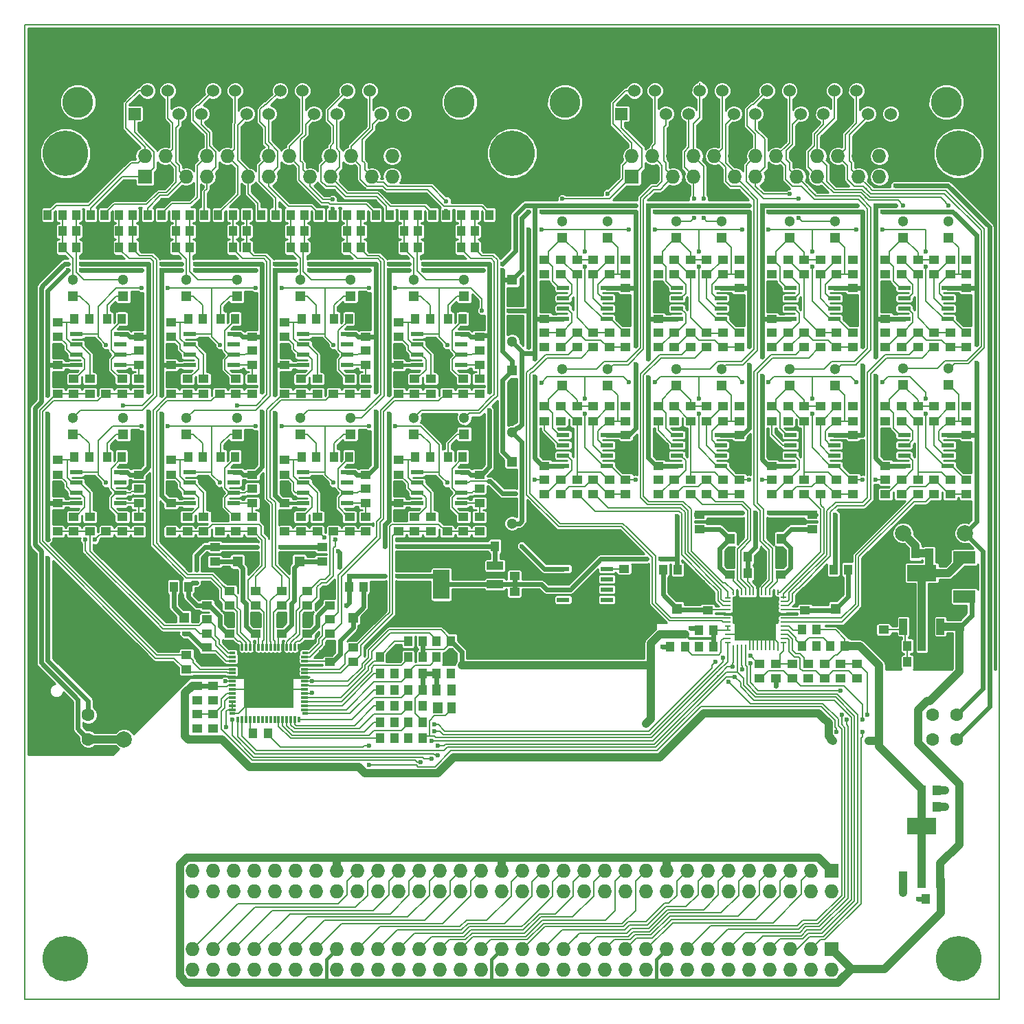
<source format=gbr>
G04 #@! TF.FileFunction,Copper,L1,Top,Signal*
%FSLAX46Y46*%
G04 Gerber Fmt 4.6, Leading zero omitted, Abs format (unit mm)*
G04 Created by KiCad (PCBNEW 4.0.7) date Thursday, 09. August 2018 'u49' 18:49:35*
%MOMM*%
%LPD*%
G01*
G04 APERTURE LIST*
%ADD10C,0.100000*%
%ADD11C,0.150000*%
%ADD12R,1.300000X1.000000*%
%ADD13C,5.600000*%
%ADD14R,1.000000X1.300000*%
%ADD15R,1.198880X1.399540*%
%ADD16R,1.000760X1.399540*%
%ADD17R,0.250000X0.650000*%
%ADD18R,0.250000X0.700000*%
%ADD19R,0.650000X0.250000*%
%ADD20R,0.700000X0.250000*%
%ADD21R,5.100000X5.100000*%
%ADD22R,0.300000X0.750000*%
%ADD23R,0.300000X0.850000*%
%ADD24R,0.750000X0.300000*%
%ADD25R,0.850000X0.300000*%
%ADD26R,6.150000X6.150000*%
%ADD27C,1.998980*%
%ADD28R,2.700020X1.501140*%
%ADD29C,3.810000*%
%ADD30R,1.524000X1.524000*%
%ADD31C,1.524000*%
%ADD32R,1.727200X1.727200*%
%ADD33O,1.727200X1.727200*%
%ADD34C,1.600000*%
%ADD35R,1.550000X0.600000*%
%ADD36R,2.032000X3.657600*%
%ADD37R,2.032000X1.016000*%
%ADD38R,3.657600X2.032000*%
%ADD39R,1.016000X2.032000*%
%ADD40R,1.300000X1.300000*%
%ADD41C,1.300000*%
%ADD42C,0.600000*%
%ADD43C,0.600000*%
%ADD44C,1.000000*%
%ADD45C,0.200000*%
%ADD46C,0.300000*%
%ADD47C,0.400000*%
%ADD48C,0.254000*%
G04 APERTURE END LIST*
D10*
D11*
X80000000Y-150000000D02*
X80000000Y-30000000D01*
X200000000Y-150000000D02*
X80000000Y-150000000D01*
X200000000Y-30000000D02*
X200000000Y-150000000D01*
X80000000Y-30000000D02*
X200000000Y-30000000D01*
D12*
X186000000Y-69700000D03*
X186000000Y-67900000D03*
X188000000Y-69700000D03*
X188000000Y-67900000D03*
X108000000Y-87100000D03*
X108000000Y-88900000D03*
D13*
X85000000Y-45800000D03*
X195000000Y-45800000D03*
X195000000Y-145000000D03*
X85000000Y-145000000D03*
D12*
X136000000Y-87100000D03*
X136000000Y-88900000D03*
X136000000Y-70100000D03*
X136000000Y-71900000D03*
X132000000Y-90600000D03*
X132000000Y-92400000D03*
X132000000Y-73600000D03*
X132000000Y-75400000D03*
X120400000Y-106700000D03*
X120400000Y-108500000D03*
X117600000Y-105000000D03*
X117600000Y-103200000D03*
X126000000Y-83600000D03*
X126000000Y-85400000D03*
X126000000Y-66600000D03*
X126000000Y-68400000D03*
X126000000Y-90600000D03*
X126000000Y-92400000D03*
X126000000Y-73600000D03*
X126000000Y-75400000D03*
X122000000Y-87100000D03*
X122000000Y-88900000D03*
X122000000Y-70100000D03*
X122000000Y-71900000D03*
X117600000Y-106700000D03*
X117600000Y-108500000D03*
X118000000Y-90600000D03*
X118000000Y-92400000D03*
X118000000Y-73600000D03*
X118000000Y-75400000D03*
X114800000Y-99700000D03*
X114800000Y-101500000D03*
X111600000Y-101500000D03*
X111600000Y-99700000D03*
X112000000Y-83600000D03*
X112000000Y-85400000D03*
X112000000Y-66600000D03*
X112000000Y-68400000D03*
X111600000Y-103200000D03*
X111600000Y-105000000D03*
X112000000Y-90600000D03*
X112000000Y-92400000D03*
X112000000Y-73600000D03*
X112000000Y-75400000D03*
X108400000Y-103200000D03*
X108400000Y-105000000D03*
X108000000Y-70100000D03*
X108000000Y-71900000D03*
X104000000Y-90600000D03*
X104000000Y-92400000D03*
X104000000Y-73600000D03*
X104000000Y-75400000D03*
X102400000Y-108500000D03*
X102400000Y-106700000D03*
X108400000Y-101500000D03*
X108400000Y-99700000D03*
X105200000Y-99700000D03*
X105200000Y-101500000D03*
X98000000Y-83600000D03*
X98000000Y-85400000D03*
X98000000Y-66600000D03*
X98000000Y-68400000D03*
X103200000Y-116700000D03*
X103200000Y-114900000D03*
X101200000Y-114900000D03*
X101200000Y-116700000D03*
X98000000Y-90600000D03*
X98000000Y-92400000D03*
X98000000Y-73600000D03*
X98000000Y-75400000D03*
X94000000Y-87100000D03*
X94000000Y-88900000D03*
X94000000Y-70100000D03*
X94000000Y-71900000D03*
X90000000Y-90600000D03*
X90000000Y-92400000D03*
X90000000Y-73600000D03*
X90000000Y-75400000D03*
X114800000Y-103200000D03*
X114800000Y-105000000D03*
X105200000Y-103200000D03*
X105200000Y-105000000D03*
X103200000Y-113200000D03*
X103200000Y-111400000D03*
X102400000Y-105000000D03*
X102400000Y-103200000D03*
X99900000Y-107600000D03*
X99900000Y-109400000D03*
X84000000Y-83600000D03*
X84000000Y-85400000D03*
X84000000Y-66600000D03*
X84000000Y-68400000D03*
X84000000Y-90600000D03*
X84000000Y-92400000D03*
X84000000Y-73600000D03*
X84000000Y-75400000D03*
X126000000Y-87100000D03*
X126000000Y-88900000D03*
X126000000Y-70100000D03*
X126000000Y-71900000D03*
X112000000Y-87100000D03*
X112000000Y-88900000D03*
X112000000Y-70100000D03*
X112000000Y-71900000D03*
X98000000Y-87100000D03*
X98000000Y-88900000D03*
X98000000Y-70100000D03*
X98000000Y-71900000D03*
X84000000Y-87100000D03*
X84000000Y-88900000D03*
X84000000Y-70100000D03*
X84000000Y-71900000D03*
X134000000Y-90600000D03*
X134000000Y-92400000D03*
X134000000Y-73600000D03*
X134000000Y-75400000D03*
D14*
X133900000Y-83200000D03*
X132100000Y-83200000D03*
X133900000Y-66200000D03*
X132100000Y-66200000D03*
D12*
X136000000Y-90600000D03*
X136000000Y-92400000D03*
X136000000Y-73600000D03*
X136000000Y-75400000D03*
X130000000Y-90600000D03*
X130000000Y-92400000D03*
X130000000Y-73600000D03*
X130000000Y-75400000D03*
D14*
X128100000Y-83200000D03*
X129900000Y-83200000D03*
X128100000Y-66200000D03*
X129900000Y-66200000D03*
D12*
X128000000Y-90600000D03*
X128000000Y-92400000D03*
X128000000Y-73600000D03*
X128000000Y-75400000D03*
D14*
X130700000Y-105900000D03*
X132500000Y-105900000D03*
X127200000Y-107900000D03*
X129000000Y-107900000D03*
X123700000Y-109900000D03*
X125500000Y-109900000D03*
X127200000Y-109900000D03*
X129000000Y-109900000D03*
X123700000Y-111900000D03*
X125500000Y-111900000D03*
X119900000Y-99200000D03*
X121700000Y-99200000D03*
D12*
X120000000Y-90600000D03*
X120000000Y-92400000D03*
X120000000Y-73600000D03*
X120000000Y-75400000D03*
D14*
X119900000Y-83200000D03*
X118100000Y-83200000D03*
X119900000Y-66200000D03*
X118100000Y-66200000D03*
D12*
X122000000Y-90600000D03*
X122000000Y-92400000D03*
X122000000Y-73600000D03*
X122000000Y-75400000D03*
D14*
X129000000Y-111900000D03*
X127200000Y-111900000D03*
X125500000Y-115900000D03*
X123700000Y-115900000D03*
X129000000Y-115900000D03*
X127200000Y-115900000D03*
D12*
X116600000Y-94300000D03*
X116600000Y-96100000D03*
X116000000Y-90600000D03*
X116000000Y-92400000D03*
X116000000Y-73600000D03*
X116000000Y-75400000D03*
D14*
X114100000Y-83200000D03*
X115900000Y-83200000D03*
X114100000Y-66200000D03*
X115900000Y-66200000D03*
D12*
X114000000Y-90600000D03*
X114000000Y-92400000D03*
X114000000Y-73600000D03*
X114000000Y-75400000D03*
D14*
X125500000Y-113900000D03*
X123700000Y-113900000D03*
X129000000Y-113900000D03*
X127200000Y-113900000D03*
X125500000Y-117900000D03*
X123700000Y-117900000D03*
D12*
X103400000Y-94300000D03*
X103400000Y-96100000D03*
D14*
X108100000Y-117300000D03*
X109900000Y-117300000D03*
D12*
X106000000Y-90600000D03*
X106000000Y-92400000D03*
X106000000Y-73600000D03*
X106000000Y-75400000D03*
D14*
X105900000Y-83200000D03*
X104100000Y-83200000D03*
X105900000Y-66200000D03*
X104100000Y-66200000D03*
D12*
X108000000Y-90600000D03*
X108000000Y-92400000D03*
X108000000Y-73600000D03*
X108000000Y-75400000D03*
D14*
X100100000Y-99200000D03*
X98300000Y-99200000D03*
D12*
X102000000Y-90600000D03*
X102000000Y-92400000D03*
X102000000Y-73600000D03*
X102000000Y-75400000D03*
D14*
X100100000Y-83200000D03*
X101900000Y-83200000D03*
X100100000Y-66200000D03*
X101900000Y-66200000D03*
D12*
X100000000Y-90600000D03*
X100000000Y-92400000D03*
X100000000Y-73600000D03*
X100000000Y-75400000D03*
X92000000Y-90600000D03*
X92000000Y-92400000D03*
X92000000Y-73600000D03*
X92000000Y-75400000D03*
D14*
X91900000Y-83200000D03*
X90100000Y-83200000D03*
X91900000Y-66200000D03*
X90100000Y-66200000D03*
D12*
X94000000Y-90600000D03*
X94000000Y-92400000D03*
X94000000Y-73600000D03*
X94000000Y-75400000D03*
X88000000Y-90600000D03*
X88000000Y-92400000D03*
X88000000Y-73600000D03*
X88000000Y-75400000D03*
D14*
X86100000Y-83200000D03*
X87900000Y-83200000D03*
X86100000Y-66200000D03*
X87900000Y-66200000D03*
D12*
X86000000Y-90600000D03*
X86000000Y-92400000D03*
X86000000Y-73600000D03*
X86000000Y-75400000D03*
X186000000Y-77000000D03*
X186000000Y-78800000D03*
X186000000Y-58900000D03*
X186000000Y-60700000D03*
X194000000Y-77000000D03*
X194000000Y-78800000D03*
X194000000Y-58900000D03*
X194000000Y-60700000D03*
X194000000Y-86000000D03*
X194000000Y-87800000D03*
X194000000Y-67900000D03*
X194000000Y-69700000D03*
X186000000Y-87800000D03*
X186000000Y-86000000D03*
D14*
X161300000Y-106600000D03*
X159500000Y-106600000D03*
D12*
X172000000Y-77000000D03*
X172000000Y-78800000D03*
X172000000Y-58900000D03*
X172000000Y-60700000D03*
X180000000Y-77000000D03*
X180000000Y-78800000D03*
X180000000Y-58900000D03*
X180000000Y-60700000D03*
X164100000Y-100300000D03*
X164100000Y-102100000D03*
X180000000Y-86000000D03*
X180000000Y-87800000D03*
X180000000Y-67900000D03*
X180000000Y-69700000D03*
X172000000Y-87800000D03*
X172000000Y-86000000D03*
X172000000Y-69700000D03*
X172000000Y-67900000D03*
X166800000Y-95900000D03*
X166800000Y-97700000D03*
X158000000Y-77000000D03*
X158000000Y-78800000D03*
X158000000Y-58900000D03*
X158000000Y-60700000D03*
X166000000Y-77000000D03*
X166000000Y-78800000D03*
X166000000Y-58900000D03*
X166000000Y-60700000D03*
D14*
X170856250Y-97543750D03*
X169056250Y-97543750D03*
D12*
X166000000Y-86000000D03*
X166000000Y-87800000D03*
X166000000Y-67900000D03*
X166000000Y-69700000D03*
X158000000Y-87800000D03*
X158000000Y-86000000D03*
X158000000Y-69700000D03*
X158000000Y-67900000D03*
X173100000Y-95900000D03*
X173100000Y-97700000D03*
X144000000Y-77000000D03*
X144000000Y-78800000D03*
X144000000Y-58900000D03*
X144000000Y-60700000D03*
X152000000Y-77000000D03*
X152000000Y-78800000D03*
X152000000Y-58900000D03*
X152000000Y-60700000D03*
X176100000Y-100300000D03*
X176100000Y-102100000D03*
X152000000Y-86000000D03*
X152000000Y-87800000D03*
X152000000Y-67900000D03*
X152000000Y-69700000D03*
X144000000Y-87800000D03*
X144000000Y-86000000D03*
X144000000Y-67900000D03*
X144000000Y-69700000D03*
D14*
X163000000Y-104600000D03*
X164800000Y-104600000D03*
D12*
X196000000Y-82300000D03*
X196000000Y-80500000D03*
X196000000Y-64200000D03*
X196000000Y-62400000D03*
X182000000Y-82300000D03*
X182000000Y-80500000D03*
X182000000Y-64200000D03*
X182000000Y-62400000D03*
X168000000Y-82300000D03*
X168000000Y-80500000D03*
X168000000Y-64200000D03*
X168000000Y-62400000D03*
X154000000Y-82300000D03*
X154000000Y-80500000D03*
X154000000Y-64200000D03*
X154000000Y-62400000D03*
X190000000Y-86000000D03*
X190000000Y-87800000D03*
X190000000Y-77000000D03*
X190000000Y-78800000D03*
X192000000Y-67900000D03*
X192000000Y-69700000D03*
X190000000Y-58900000D03*
X190000000Y-60700000D03*
X188000000Y-77000000D03*
X188000000Y-78800000D03*
X188000000Y-58900000D03*
X188000000Y-60700000D03*
X196000000Y-78800000D03*
X196000000Y-77000000D03*
X196000000Y-60700000D03*
X196000000Y-58900000D03*
X192000000Y-78800000D03*
X192000000Y-77000000D03*
X192000000Y-60700000D03*
X192000000Y-58900000D03*
X192000000Y-86000000D03*
X192000000Y-87800000D03*
X188000000Y-87800000D03*
X188000000Y-86000000D03*
X190000000Y-67900000D03*
X190000000Y-69700000D03*
X196000000Y-87800000D03*
X196000000Y-86000000D03*
X196000000Y-69700000D03*
X196000000Y-67900000D03*
X176000000Y-86000000D03*
X176000000Y-87800000D03*
X176000000Y-77000000D03*
X176000000Y-78800000D03*
X178000000Y-67900000D03*
X178000000Y-69700000D03*
X176000000Y-58900000D03*
X176000000Y-60700000D03*
X174000000Y-77000000D03*
X174000000Y-78800000D03*
X174000000Y-58900000D03*
X174000000Y-60700000D03*
D14*
X158600000Y-97100000D03*
X160400000Y-97100000D03*
D12*
X182000000Y-78800000D03*
X182000000Y-77000000D03*
X182000000Y-60700000D03*
X182000000Y-58900000D03*
X178000000Y-78800000D03*
X178000000Y-77000000D03*
X178000000Y-60700000D03*
X178000000Y-58900000D03*
X178000000Y-86000000D03*
X178000000Y-87800000D03*
X174000000Y-87800000D03*
X174000000Y-86000000D03*
X176000000Y-67900000D03*
X176000000Y-69700000D03*
X174000000Y-69700000D03*
X174000000Y-67900000D03*
X182000000Y-87800000D03*
X182000000Y-86000000D03*
X182000000Y-69700000D03*
X182000000Y-67900000D03*
X163100000Y-92100000D03*
X163100000Y-90300000D03*
X162000000Y-86000000D03*
X162000000Y-87800000D03*
X162000000Y-77000000D03*
X162000000Y-78800000D03*
X164000000Y-67900000D03*
X164000000Y-69700000D03*
X162000000Y-58900000D03*
X162000000Y-60700000D03*
X160000000Y-77000000D03*
X160000000Y-78800000D03*
X160000000Y-58900000D03*
X160000000Y-60700000D03*
X168000000Y-78800000D03*
X168000000Y-77000000D03*
X168000000Y-60700000D03*
X168000000Y-58900000D03*
X164000000Y-78800000D03*
X164000000Y-77000000D03*
X164000000Y-60700000D03*
X164000000Y-58900000D03*
X164000000Y-86000000D03*
X164000000Y-87800000D03*
X160000000Y-87800000D03*
X160000000Y-86000000D03*
X162000000Y-67900000D03*
X162000000Y-69700000D03*
X160000000Y-69700000D03*
X160000000Y-67900000D03*
X177000000Y-92100000D03*
X177000000Y-90300000D03*
X168000000Y-87800000D03*
X168000000Y-86000000D03*
X168000000Y-69700000D03*
X168000000Y-67900000D03*
X148000000Y-86000000D03*
X148000000Y-87800000D03*
X148000000Y-77000000D03*
X148000000Y-78800000D03*
X150000000Y-67900000D03*
X150000000Y-69700000D03*
D14*
X181400000Y-97100000D03*
X179600000Y-97100000D03*
D12*
X146000000Y-77000000D03*
X146000000Y-78800000D03*
X146000000Y-58900000D03*
X146000000Y-60700000D03*
X172500000Y-110500000D03*
X172500000Y-108700000D03*
X178500000Y-108700000D03*
X178500000Y-110500000D03*
X176500000Y-110500000D03*
X176500000Y-108700000D03*
D14*
X177500000Y-106500000D03*
X175700000Y-106500000D03*
X177500000Y-104500000D03*
X175700000Y-104500000D03*
D12*
X154000000Y-78800000D03*
X154000000Y-77000000D03*
X154000000Y-60700000D03*
X154000000Y-58900000D03*
X150000000Y-78800000D03*
X150000000Y-77000000D03*
X150000000Y-60700000D03*
X150000000Y-58900000D03*
X150000000Y-86000000D03*
X150000000Y-87800000D03*
X146000000Y-87800000D03*
X146000000Y-86000000D03*
X148000000Y-67900000D03*
X148000000Y-69700000D03*
X146000000Y-69700000D03*
X146000000Y-67900000D03*
X154000000Y-87800000D03*
X154000000Y-86000000D03*
X154000000Y-69700000D03*
X154000000Y-67900000D03*
D14*
X192300000Y-126300000D03*
X190500000Y-126300000D03*
D12*
X195100000Y-104100000D03*
X195100000Y-102300000D03*
D14*
X187900000Y-95100000D03*
X189700000Y-95100000D03*
X132500000Y-109900000D03*
X130700000Y-109900000D03*
D15*
X130830380Y-114099820D03*
D16*
X132549960Y-114099820D03*
X132549960Y-111900180D03*
X130650040Y-111900180D03*
D14*
X127200000Y-117900000D03*
X129000000Y-117900000D03*
X169056250Y-95543750D03*
X170856250Y-95543750D03*
X164800000Y-106600000D03*
X163000000Y-106600000D03*
D12*
X117600000Y-101500000D03*
X117600000Y-99700000D03*
X102400000Y-101500000D03*
X102400000Y-99700000D03*
X101200000Y-111400000D03*
X101200000Y-113200000D03*
D14*
X192800000Y-137700000D03*
X191000000Y-137700000D03*
X190500000Y-124300000D03*
X192300000Y-124300000D03*
X191400000Y-95100000D03*
X193200000Y-95100000D03*
D12*
X153800000Y-97000000D03*
X153800000Y-98800000D03*
D17*
X167250000Y-106725000D03*
D18*
X167750000Y-106700000D03*
X168250000Y-106700000D03*
X168750000Y-106700000D03*
X169250000Y-106700000D03*
X169750000Y-106700000D03*
X170250000Y-106700000D03*
X170750000Y-106700000D03*
X171250000Y-106700000D03*
X171750000Y-106700000D03*
X172250000Y-106700000D03*
D17*
X172750000Y-106725000D03*
D19*
X173425000Y-106050000D03*
D20*
X173400000Y-105550000D03*
X173400000Y-105050000D03*
X173400000Y-104550000D03*
X173400000Y-104050000D03*
X173400000Y-103550000D03*
X173400000Y-103050000D03*
X173400000Y-102550000D03*
X173400000Y-102050000D03*
X173400000Y-101550000D03*
X173400000Y-101050000D03*
D19*
X173425000Y-100525000D03*
D17*
X172750000Y-99875000D03*
D18*
X172250000Y-99900000D03*
X171750000Y-99900000D03*
X171250000Y-99900000D03*
X170750000Y-99900000D03*
X170250000Y-99900000D03*
X169750000Y-99900000D03*
X169250000Y-99900000D03*
X168750000Y-99900000D03*
X168250000Y-99900000D03*
X167750000Y-99900000D03*
D17*
X167250000Y-99875000D03*
D19*
X166575000Y-100550000D03*
D20*
X166600000Y-101050000D03*
X166600000Y-101550000D03*
X166600000Y-102050000D03*
X166600000Y-102550000D03*
X166600000Y-103050000D03*
X166600000Y-103550000D03*
X166600000Y-104050000D03*
X166600000Y-104550000D03*
X166600000Y-105050000D03*
X166600000Y-105550000D03*
D19*
X166575000Y-106050000D03*
D21*
X170000000Y-103300000D03*
D22*
X113750000Y-106600000D03*
D23*
X113250000Y-106650000D03*
X112750000Y-106650000D03*
X112250000Y-106650000D03*
X111750000Y-106650000D03*
X111250000Y-106650000D03*
X110750000Y-106650000D03*
X110250000Y-106650000D03*
X109750000Y-106650000D03*
X109250000Y-106650000D03*
X108750000Y-106650000D03*
X108250000Y-106650000D03*
X107750000Y-106650000D03*
X107250000Y-106650000D03*
X106750000Y-106650000D03*
D22*
X106250000Y-106600000D03*
D24*
X105500000Y-107350000D03*
D25*
X105550000Y-107850000D03*
X105550000Y-108350000D03*
X105550000Y-108850000D03*
X105550000Y-109350000D03*
X105550000Y-109850000D03*
X105550000Y-110350000D03*
X105550000Y-110850000D03*
X105550000Y-111350000D03*
X105550000Y-111850000D03*
X105550000Y-112350000D03*
X105550000Y-112850000D03*
X105550000Y-113350000D03*
X105550000Y-113850000D03*
X105550000Y-114350000D03*
D24*
X105500000Y-114850000D03*
D22*
X106250000Y-115600000D03*
D23*
X106750000Y-115550000D03*
X107250000Y-115550000D03*
X107750000Y-115550000D03*
X108250000Y-115550000D03*
X108750000Y-115550000D03*
X109250000Y-115550000D03*
X109750000Y-115550000D03*
X110250000Y-115550000D03*
X110750000Y-115550000D03*
X111250000Y-115550000D03*
X111750000Y-115550000D03*
X112250000Y-115550000D03*
X112750000Y-115550000D03*
X113250000Y-115550000D03*
D22*
X113750000Y-115600000D03*
D24*
X114500000Y-114850000D03*
D25*
X114450000Y-114350000D03*
X114450000Y-113850000D03*
X114450000Y-113350000D03*
X114450000Y-112850000D03*
X114450000Y-112350000D03*
X114450000Y-111850000D03*
X114450000Y-111350000D03*
X114450000Y-110850000D03*
X114450000Y-110350000D03*
X114450000Y-109850000D03*
X114450000Y-109350000D03*
X114450000Y-108850000D03*
X114450000Y-108350000D03*
X114450000Y-107850000D03*
D24*
X114500000Y-107350000D03*
D26*
X110000000Y-111100000D03*
D14*
X188700000Y-108500000D03*
X190500000Y-108500000D03*
X188700000Y-106500000D03*
X190500000Y-106500000D03*
D12*
X185800000Y-104500000D03*
X185800000Y-102700000D03*
D14*
X135400000Y-55400000D03*
X137200000Y-55400000D03*
X128400000Y-55400000D03*
X130200000Y-55400000D03*
X133700000Y-55400000D03*
X131900000Y-55400000D03*
X126700000Y-55400000D03*
X124900000Y-55400000D03*
X121400000Y-55400000D03*
X123200000Y-55400000D03*
X114400000Y-55400000D03*
X116200000Y-55400000D03*
X119700000Y-55400000D03*
X117900000Y-55400000D03*
X112700000Y-55400000D03*
X110900000Y-55400000D03*
X105600000Y-55400000D03*
X103800000Y-55400000D03*
X100300000Y-55400000D03*
X102100000Y-55400000D03*
X107300000Y-55400000D03*
X109100000Y-55400000D03*
X98600000Y-55400000D03*
X96800000Y-55400000D03*
X91600000Y-55400000D03*
X89800000Y-55400000D03*
X86300000Y-55400000D03*
X88100000Y-55400000D03*
X93300000Y-55400000D03*
X95100000Y-55400000D03*
X84600000Y-55400000D03*
X82800000Y-55400000D03*
X137200000Y-53400000D03*
X135400000Y-53400000D03*
X130200000Y-53400000D03*
X128400000Y-53400000D03*
X137200000Y-57400000D03*
X135400000Y-57400000D03*
X130200000Y-57400000D03*
X128400000Y-57400000D03*
X131900000Y-53400000D03*
X133700000Y-53400000D03*
X124900000Y-53400000D03*
X126700000Y-53400000D03*
X131900000Y-57400000D03*
X133700000Y-57400000D03*
X124900000Y-57400000D03*
X126700000Y-57400000D03*
X123200000Y-53400000D03*
X121400000Y-53400000D03*
X116200000Y-53400000D03*
X114400000Y-53400000D03*
X123200000Y-57400000D03*
X121400000Y-57400000D03*
X116200000Y-57400000D03*
X114400000Y-57400000D03*
X117900000Y-53400000D03*
X119700000Y-53400000D03*
X110900000Y-53400000D03*
X112700000Y-53400000D03*
X117900000Y-57400000D03*
X119700000Y-57400000D03*
X110900000Y-57400000D03*
X112700000Y-57400000D03*
X103800000Y-53400000D03*
X105600000Y-53400000D03*
X102100000Y-53400000D03*
X100300000Y-53400000D03*
X103800000Y-57400000D03*
X105600000Y-57400000D03*
X102100000Y-57400000D03*
X100300000Y-57400000D03*
X109100000Y-53400000D03*
X107300000Y-53400000D03*
X96800000Y-53400000D03*
X98600000Y-53400000D03*
X109100000Y-57400000D03*
X107300000Y-57400000D03*
X96800000Y-57400000D03*
X98600000Y-57400000D03*
X89800000Y-53400000D03*
X91600000Y-53400000D03*
X88100000Y-53400000D03*
X86300000Y-53400000D03*
X89800000Y-57400000D03*
X91600000Y-57400000D03*
X88100000Y-57400000D03*
X86300000Y-57400000D03*
X95100000Y-53400000D03*
X93300000Y-53400000D03*
X82800000Y-53400000D03*
X84600000Y-53400000D03*
X95100000Y-57400000D03*
X93300000Y-57400000D03*
X82800000Y-57400000D03*
X84600000Y-57400000D03*
D12*
X136000000Y-83600000D03*
X136000000Y-85400000D03*
X136000000Y-66600000D03*
X136000000Y-68400000D03*
X122000000Y-83600000D03*
X122000000Y-85400000D03*
X122000000Y-66600000D03*
X122000000Y-68400000D03*
X108000000Y-83600000D03*
X108000000Y-85400000D03*
X108000000Y-66600000D03*
X108000000Y-68400000D03*
X94000000Y-66600000D03*
X94000000Y-68400000D03*
X94000000Y-83600000D03*
X94000000Y-85400000D03*
X186000000Y-82500000D03*
X186000000Y-84300000D03*
X186000000Y-64400000D03*
X186000000Y-66200000D03*
X172000000Y-82500000D03*
X172000000Y-84300000D03*
X172000000Y-64400000D03*
X172000000Y-66200000D03*
X158000000Y-82500000D03*
X158000000Y-84300000D03*
X158000000Y-64400000D03*
X158000000Y-66200000D03*
X144000000Y-82500000D03*
X144000000Y-84300000D03*
X144000000Y-64400000D03*
X144000000Y-66200000D03*
X148000000Y-58900000D03*
X148000000Y-60700000D03*
D14*
X137900000Y-94200000D03*
X139700000Y-94200000D03*
D12*
X140300000Y-96100000D03*
X140300000Y-97900000D03*
X140300000Y-99800000D03*
X140300000Y-101600000D03*
D27*
X195800000Y-92600000D03*
X188180000Y-92600000D03*
D13*
X140000000Y-45800000D03*
D28*
X195700000Y-100400300D03*
X195700000Y-95599700D03*
D27*
X92200000Y-118000000D03*
X92200000Y-110380000D03*
D29*
X133495000Y-39500000D03*
X86505000Y-39500000D03*
D30*
X93490000Y-40940000D03*
D31*
X96284000Y-40940000D03*
X98951000Y-40940000D03*
X101745000Y-40940000D03*
X104539000Y-40940000D03*
X107333000Y-40940000D03*
X110000000Y-40940000D03*
X112794000Y-40940000D03*
X115588000Y-40940000D03*
X118382000Y-40940000D03*
X121049000Y-40940000D03*
X123843000Y-40940000D03*
X126637000Y-40940000D03*
X95064800Y-38100000D03*
X97604800Y-38100000D03*
X100398800Y-38100000D03*
X103142000Y-38100000D03*
X105885200Y-38100000D03*
X108679200Y-38100000D03*
X111422400Y-38100000D03*
X114165600Y-38100000D03*
X117010400Y-38100000D03*
X119702800Y-38100000D03*
X122446000Y-38100000D03*
X125240000Y-38100000D03*
D29*
X193495000Y-39500000D03*
X146505000Y-39500000D03*
D30*
X153490000Y-40940000D03*
D31*
X156284000Y-40940000D03*
X158951000Y-40940000D03*
X161745000Y-40940000D03*
X164539000Y-40940000D03*
X167333000Y-40940000D03*
X170000000Y-40940000D03*
X172794000Y-40940000D03*
X175588000Y-40940000D03*
X178382000Y-40940000D03*
X181049000Y-40940000D03*
X183843000Y-40940000D03*
X186637000Y-40940000D03*
X155064800Y-38100000D03*
X157604800Y-38100000D03*
X160398800Y-38100000D03*
X163142000Y-38100000D03*
X165885200Y-38100000D03*
X168679200Y-38100000D03*
X171422400Y-38100000D03*
X174165600Y-38100000D03*
X177010400Y-38100000D03*
X179702800Y-38100000D03*
X182446000Y-38100000D03*
X185240000Y-38100000D03*
D14*
X130700000Y-107900000D03*
X132500000Y-107900000D03*
X127200000Y-105900000D03*
X129000000Y-105900000D03*
X123700000Y-107900000D03*
X125500000Y-107900000D03*
X179200000Y-106500000D03*
X181000000Y-106500000D03*
D12*
X180500000Y-110500000D03*
X180500000Y-108700000D03*
X170500000Y-108700000D03*
X170500000Y-110500000D03*
X182500000Y-108700000D03*
X182500000Y-110500000D03*
X174500000Y-110500000D03*
X174500000Y-108700000D03*
D32*
X179370000Y-134200000D03*
D33*
X179370000Y-136740000D03*
X176830000Y-134200000D03*
X176830000Y-136740000D03*
X174290000Y-134200000D03*
X174290000Y-136740000D03*
X171750000Y-134200000D03*
X171750000Y-136740000D03*
X169210000Y-134200000D03*
X169210000Y-136740000D03*
X166670000Y-134200000D03*
X166670000Y-136740000D03*
X164130000Y-134200000D03*
X164130000Y-136740000D03*
X161590000Y-134200000D03*
X161590000Y-136740000D03*
X159050000Y-134200000D03*
X159050000Y-136740000D03*
X156510000Y-134200000D03*
X156510000Y-136740000D03*
X153970000Y-134200000D03*
X153970000Y-136740000D03*
X151430000Y-134200000D03*
X151430000Y-136740000D03*
X148890000Y-134200000D03*
X148890000Y-136740000D03*
X146350000Y-134200000D03*
X146350000Y-136740000D03*
X143810000Y-134200000D03*
X143810000Y-136740000D03*
X141270000Y-134200000D03*
X141270000Y-136740000D03*
X138730000Y-134200000D03*
X138730000Y-136740000D03*
X136190000Y-134200000D03*
X136190000Y-136740000D03*
X133650000Y-134200000D03*
X133650000Y-136740000D03*
X131110000Y-134200000D03*
X131110000Y-136740000D03*
X128570000Y-134200000D03*
X128570000Y-136740000D03*
X126030000Y-134200000D03*
X126030000Y-136740000D03*
X123490000Y-134200000D03*
X123490000Y-136740000D03*
X120950000Y-134200000D03*
X120950000Y-136740000D03*
X118410000Y-134200000D03*
X118410000Y-136740000D03*
X115870000Y-134200000D03*
X115870000Y-136740000D03*
X113330000Y-134200000D03*
X113330000Y-136740000D03*
X110790000Y-134200000D03*
X110790000Y-136740000D03*
X108250000Y-134200000D03*
X108250000Y-136740000D03*
X105710000Y-134200000D03*
X105710000Y-136740000D03*
X103170000Y-134200000D03*
X103170000Y-136740000D03*
X100630000Y-134200000D03*
X100630000Y-136740000D03*
D32*
X179370000Y-143860000D03*
D33*
X179370000Y-146400000D03*
X176830000Y-143860000D03*
X176830000Y-146400000D03*
X174290000Y-143860000D03*
X174290000Y-146400000D03*
X171750000Y-143860000D03*
X171750000Y-146400000D03*
X169210000Y-143860000D03*
X169210000Y-146400000D03*
X166670000Y-143860000D03*
X166670000Y-146400000D03*
X164130000Y-143860000D03*
X164130000Y-146400000D03*
X161590000Y-143860000D03*
X161590000Y-146400000D03*
X159050000Y-143860000D03*
X159050000Y-146400000D03*
X156510000Y-143860000D03*
X156510000Y-146400000D03*
X153970000Y-143860000D03*
X153970000Y-146400000D03*
X151430000Y-143860000D03*
X151430000Y-146400000D03*
X148890000Y-143860000D03*
X148890000Y-146400000D03*
X146350000Y-143860000D03*
X146350000Y-146400000D03*
X143810000Y-143860000D03*
X143810000Y-146400000D03*
X141270000Y-143860000D03*
X141270000Y-146400000D03*
X138730000Y-143860000D03*
X138730000Y-146400000D03*
X136190000Y-143860000D03*
X136190000Y-146400000D03*
X133650000Y-143860000D03*
X133650000Y-146400000D03*
X131110000Y-143860000D03*
X131110000Y-146400000D03*
X128570000Y-143860000D03*
X128570000Y-146400000D03*
X126030000Y-143860000D03*
X126030000Y-146400000D03*
X123490000Y-143860000D03*
X123490000Y-146400000D03*
X120950000Y-143860000D03*
X120950000Y-146400000D03*
X118410000Y-143860000D03*
X118410000Y-146400000D03*
X115870000Y-143860000D03*
X115870000Y-146400000D03*
X113330000Y-143860000D03*
X113330000Y-146400000D03*
X110790000Y-143860000D03*
X110790000Y-146400000D03*
X108250000Y-143860000D03*
X108250000Y-146400000D03*
X105710000Y-143860000D03*
X105710000Y-146400000D03*
X103170000Y-143860000D03*
X103170000Y-146400000D03*
X100630000Y-143860000D03*
X100630000Y-146400000D03*
D34*
X87800000Y-115000000D03*
X87800000Y-118000000D03*
X84800000Y-115000000D03*
X84800000Y-118000000D03*
D35*
X133700000Y-88905000D03*
X133700000Y-87635000D03*
X133700000Y-86365000D03*
X133700000Y-85095000D03*
X128300000Y-85095000D03*
X128300000Y-86365000D03*
X128300000Y-87635000D03*
X128300000Y-88905000D03*
X146300000Y-96995000D03*
X146300000Y-98265000D03*
X146300000Y-99535000D03*
X146300000Y-100805000D03*
X151700000Y-100805000D03*
X151700000Y-99535000D03*
X151700000Y-98265000D03*
X151700000Y-96995000D03*
X146300000Y-80495000D03*
X146300000Y-81765000D03*
X146300000Y-83035000D03*
X146300000Y-84305000D03*
X151700000Y-84305000D03*
X151700000Y-83035000D03*
X151700000Y-81765000D03*
X151700000Y-80495000D03*
X160300000Y-62395000D03*
X160300000Y-63665000D03*
X160300000Y-64935000D03*
X160300000Y-66205000D03*
X165700000Y-66205000D03*
X165700000Y-64935000D03*
X165700000Y-63665000D03*
X165700000Y-62395000D03*
X160300000Y-80495000D03*
X160300000Y-81765000D03*
X160300000Y-83035000D03*
X160300000Y-84305000D03*
X165700000Y-84305000D03*
X165700000Y-83035000D03*
X165700000Y-81765000D03*
X165700000Y-80495000D03*
X174300000Y-62395000D03*
X174300000Y-63665000D03*
X174300000Y-64935000D03*
X174300000Y-66205000D03*
X179700000Y-66205000D03*
X179700000Y-64935000D03*
X179700000Y-63665000D03*
X179700000Y-62395000D03*
X174300000Y-80495000D03*
X174300000Y-81765000D03*
X174300000Y-83035000D03*
X174300000Y-84305000D03*
X179700000Y-84305000D03*
X179700000Y-83035000D03*
X179700000Y-81765000D03*
X179700000Y-80495000D03*
X188300000Y-62395000D03*
X188300000Y-63665000D03*
X188300000Y-64935000D03*
X188300000Y-66205000D03*
X193700000Y-66205000D03*
X193700000Y-64935000D03*
X193700000Y-63665000D03*
X193700000Y-62395000D03*
X188300000Y-80495000D03*
X188300000Y-81765000D03*
X188300000Y-83035000D03*
X188300000Y-84305000D03*
X193700000Y-84305000D03*
X193700000Y-83035000D03*
X193700000Y-81765000D03*
X193700000Y-80495000D03*
X91700000Y-71905000D03*
X91700000Y-70635000D03*
X91700000Y-69365000D03*
X91700000Y-68095000D03*
X86300000Y-68095000D03*
X86300000Y-69365000D03*
X86300000Y-70635000D03*
X86300000Y-71905000D03*
X91700000Y-88905000D03*
X91700000Y-87635000D03*
X91700000Y-86365000D03*
X91700000Y-85095000D03*
X86300000Y-85095000D03*
X86300000Y-86365000D03*
X86300000Y-87635000D03*
X86300000Y-88905000D03*
X105700000Y-71905000D03*
X105700000Y-70635000D03*
X105700000Y-69365000D03*
X105700000Y-68095000D03*
X100300000Y-68095000D03*
X100300000Y-69365000D03*
X100300000Y-70635000D03*
X100300000Y-71905000D03*
X105700000Y-88905000D03*
X105700000Y-87635000D03*
X105700000Y-86365000D03*
X105700000Y-85095000D03*
X100300000Y-85095000D03*
X100300000Y-86365000D03*
X100300000Y-87635000D03*
X100300000Y-88905000D03*
X119700000Y-71905000D03*
X119700000Y-70635000D03*
X119700000Y-69365000D03*
X119700000Y-68095000D03*
X114300000Y-68095000D03*
X114300000Y-69365000D03*
X114300000Y-70635000D03*
X114300000Y-71905000D03*
X119700000Y-88905000D03*
X119700000Y-87635000D03*
X119700000Y-86365000D03*
X119700000Y-85095000D03*
X114300000Y-85095000D03*
X114300000Y-86365000D03*
X114300000Y-87635000D03*
X114300000Y-88905000D03*
X133700000Y-71905000D03*
X133700000Y-70635000D03*
X133700000Y-69365000D03*
X133700000Y-68095000D03*
X128300000Y-68095000D03*
X128300000Y-69365000D03*
X128300000Y-70635000D03*
X128300000Y-71905000D03*
X146300000Y-62395000D03*
X146300000Y-63665000D03*
X146300000Y-64935000D03*
X146300000Y-66205000D03*
X151700000Y-66205000D03*
X151700000Y-64935000D03*
X151700000Y-63665000D03*
X151700000Y-62395000D03*
D34*
X194800000Y-115000000D03*
X194800000Y-118000000D03*
X191800000Y-115000000D03*
X191800000Y-118000000D03*
D36*
X131298000Y-98900000D03*
D37*
X137902000Y-98900000D03*
X137902000Y-96614000D03*
X137902000Y-101186000D03*
D38*
X190500000Y-97498000D03*
D39*
X190500000Y-104102000D03*
X192786000Y-104102000D03*
X188214000Y-104102000D03*
D38*
X190500000Y-128698000D03*
D39*
X190500000Y-135302000D03*
X192786000Y-135302000D03*
X188214000Y-135302000D03*
D32*
X94760000Y-48700000D03*
D33*
X94760000Y-46160000D03*
X97300000Y-48700000D03*
X97300000Y-46160000D03*
X99840000Y-48700000D03*
X99840000Y-46160000D03*
X102380000Y-48700000D03*
X102380000Y-46160000D03*
X104920000Y-48700000D03*
X104920000Y-46160000D03*
X107460000Y-48700000D03*
X107460000Y-46160000D03*
X110000000Y-48700000D03*
X110000000Y-46160000D03*
X112540000Y-48700000D03*
X112540000Y-46160000D03*
X115080000Y-48700000D03*
X115080000Y-46160000D03*
X117620000Y-48700000D03*
X117620000Y-46160000D03*
X120160000Y-48700000D03*
X120160000Y-46160000D03*
X122700000Y-48700000D03*
X122700000Y-46160000D03*
X125240000Y-48700000D03*
X125240000Y-46160000D03*
D32*
X154760000Y-48700000D03*
D33*
X154760000Y-46160000D03*
X157300000Y-48700000D03*
X157300000Y-46160000D03*
X159840000Y-48700000D03*
X159840000Y-46160000D03*
X162380000Y-48700000D03*
X162380000Y-46160000D03*
X164920000Y-48700000D03*
X164920000Y-46160000D03*
X167460000Y-48700000D03*
X167460000Y-46160000D03*
X170000000Y-48700000D03*
X170000000Y-46160000D03*
X172540000Y-48700000D03*
X172540000Y-46160000D03*
X175080000Y-48700000D03*
X175080000Y-46160000D03*
X177620000Y-48700000D03*
X177620000Y-46160000D03*
X180160000Y-48700000D03*
X180160000Y-46160000D03*
X182700000Y-48700000D03*
X182700000Y-46160000D03*
X185240000Y-48700000D03*
X185240000Y-46160000D03*
D40*
X85900000Y-63400000D03*
D41*
X85900000Y-61400000D03*
D40*
X140000000Y-89400000D03*
D41*
X140000000Y-91400000D03*
D40*
X140000000Y-83800000D03*
D41*
X140000000Y-85800000D03*
D40*
X140000000Y-78200000D03*
D41*
X140000000Y-80200000D03*
D40*
X140000000Y-67000000D03*
D41*
X140000000Y-69000000D03*
D40*
X140000000Y-72600000D03*
D41*
X140000000Y-74600000D03*
D40*
X140000000Y-61400000D03*
D41*
X140000000Y-63400000D03*
D40*
X179800000Y-74400000D03*
D41*
X179800000Y-72400000D03*
D40*
X179900000Y-101900000D03*
D41*
X179900000Y-99900000D03*
D40*
X173200000Y-93300000D03*
D41*
X173200000Y-91300000D03*
D40*
X166800000Y-93300000D03*
D41*
X166800000Y-91300000D03*
D40*
X160300000Y-101900000D03*
D41*
X160300000Y-99900000D03*
D40*
X85900000Y-80400000D03*
D41*
X85900000Y-78400000D03*
D40*
X92100000Y-63400000D03*
D41*
X92100000Y-61400000D03*
D40*
X92100000Y-80400000D03*
D41*
X92100000Y-78400000D03*
D40*
X99900000Y-63400000D03*
D41*
X99900000Y-61400000D03*
D40*
X99900000Y-80400000D03*
D41*
X99900000Y-78400000D03*
D40*
X106100000Y-63400000D03*
D41*
X106100000Y-61400000D03*
D40*
X106100000Y-80400000D03*
D41*
X106100000Y-78400000D03*
D40*
X113900000Y-80400000D03*
D41*
X113900000Y-78400000D03*
D40*
X120100000Y-63400000D03*
D41*
X120100000Y-61400000D03*
D40*
X120100000Y-80400000D03*
D41*
X120100000Y-78400000D03*
D40*
X127900000Y-80400000D03*
D41*
X127900000Y-78400000D03*
D40*
X134100000Y-63400000D03*
D41*
X134100000Y-61400000D03*
D40*
X134100000Y-80400000D03*
D41*
X134100000Y-78400000D03*
D40*
X151800000Y-56200000D03*
D41*
X151800000Y-54200000D03*
D40*
X151800000Y-74400000D03*
D41*
X151800000Y-72400000D03*
D40*
X146200000Y-56200000D03*
D41*
X146200000Y-54200000D03*
D40*
X146200000Y-74400000D03*
D41*
X146200000Y-72400000D03*
D40*
X165800000Y-56200000D03*
D41*
X165800000Y-54200000D03*
D40*
X165800000Y-74400000D03*
D41*
X165800000Y-72400000D03*
D40*
X160200000Y-56200000D03*
D41*
X160200000Y-54200000D03*
D40*
X160200000Y-74400000D03*
D41*
X160200000Y-72400000D03*
D40*
X179800000Y-56200000D03*
D41*
X179800000Y-54200000D03*
D40*
X174200000Y-56200000D03*
D41*
X174200000Y-54200000D03*
D40*
X174200000Y-74400000D03*
D41*
X174200000Y-72400000D03*
D40*
X193800000Y-56200000D03*
D41*
X193800000Y-54200000D03*
D40*
X193800000Y-74300000D03*
D41*
X193800000Y-72300000D03*
D40*
X188200000Y-56200000D03*
D41*
X188200000Y-54200000D03*
D40*
X188200000Y-74300000D03*
D41*
X188200000Y-72300000D03*
D40*
X113800000Y-96100000D03*
D41*
X111800000Y-96100000D03*
D40*
X99600000Y-103000000D03*
D41*
X97600000Y-103000000D03*
D40*
X106200000Y-96100000D03*
D41*
X108200000Y-96100000D03*
D40*
X120400000Y-103000000D03*
D41*
X122400000Y-103000000D03*
D40*
X113900000Y-63400000D03*
D41*
X113900000Y-61400000D03*
D40*
X127900000Y-63400000D03*
D41*
X127900000Y-61400000D03*
D42*
X190000000Y-137700000D03*
X116486765Y-107286765D03*
X141400000Y-96100000D03*
X136400000Y-101200000D03*
X140300000Y-102600000D03*
X153800000Y-99800000D03*
X176300000Y-99300000D03*
X163800000Y-99300000D03*
X166800000Y-94900000D03*
X173100000Y-94900000D03*
X186900000Y-95100000D03*
X193200000Y-94000000D03*
X194000000Y-102300000D03*
X185800000Y-101700000D03*
X158500000Y-106600000D03*
X172500000Y-111400000D03*
X176500000Y-110500000D03*
X162000000Y-104300000D03*
X191600000Y-108500000D03*
X193300000Y-124300000D03*
X188214000Y-136900000D03*
X137200000Y-55400000D03*
X131900000Y-55400000D03*
X130200000Y-55400000D03*
X117900000Y-55400000D03*
X124900000Y-55400000D03*
X123200000Y-55400000D03*
X89800000Y-55400000D03*
X88100000Y-55400000D03*
X82800000Y-55400000D03*
X109100000Y-55400000D03*
X103800000Y-55400000D03*
X102100000Y-55400000D03*
X95100000Y-55400000D03*
X96800000Y-55400000D03*
X110900000Y-55400000D03*
X116200000Y-55400000D03*
X163000000Y-106600000D03*
X130830380Y-114099820D03*
X139700000Y-94200000D03*
X102400000Y-99700000D03*
X117600000Y-99700000D03*
X101200000Y-116700000D03*
X101200000Y-113200000D03*
X170856250Y-95543750D03*
X127200000Y-117900000D03*
X125500000Y-113900000D03*
X125500000Y-111900000D03*
X132500000Y-107900000D03*
X125500000Y-109900000D03*
X125500000Y-107900000D03*
X125500000Y-117900000D03*
X132500000Y-109900000D03*
X129000000Y-113900000D03*
X103200000Y-113200000D03*
X102400000Y-108500000D03*
X103200000Y-116700000D03*
X177500000Y-106500000D03*
X193300000Y-126300000D03*
X170856250Y-97543750D03*
X114800000Y-103200000D03*
X105200000Y-103200000D03*
X111600000Y-103200000D03*
X108400000Y-103200000D03*
X94000000Y-83600000D03*
X94000000Y-66600000D03*
X108000000Y-66600000D03*
X108000000Y-83600000D03*
X136000000Y-66600000D03*
X136000000Y-83600000D03*
X122000000Y-66600000D03*
X122000000Y-83600000D03*
X84000000Y-87100000D03*
X84000000Y-70100000D03*
X98000000Y-87100000D03*
X98000000Y-70100000D03*
X112000000Y-70100000D03*
X112000000Y-87100000D03*
X126000000Y-70100000D03*
X126000000Y-87100000D03*
X126000000Y-90600000D03*
X126000000Y-73600000D03*
X109442886Y-88857114D03*
X109849989Y-92100000D03*
X112000000Y-90600000D03*
X112000000Y-73600000D03*
X98000000Y-90600000D03*
X98000000Y-73600000D03*
X84000000Y-90600000D03*
X84000000Y-73600000D03*
X89800000Y-57400000D03*
X88100000Y-57400000D03*
X95100000Y-57400000D03*
X82800000Y-57400000D03*
X137200000Y-57400000D03*
X130200000Y-57400000D03*
X131900000Y-57400000D03*
X124900000Y-57400000D03*
X123200000Y-57400000D03*
X116200000Y-57400000D03*
X117900000Y-57400000D03*
X110900000Y-57400000D03*
X103800000Y-57400000D03*
X102100000Y-57400000D03*
X109100000Y-57400000D03*
X96800000Y-57400000D03*
X132000000Y-90600000D03*
X132000000Y-73600000D03*
X118000000Y-90600000D03*
X118000000Y-73600000D03*
X104000000Y-90600000D03*
X104000000Y-73600000D03*
X90000000Y-90600000D03*
X90000000Y-73600000D03*
X144000000Y-82500000D03*
X158000000Y-82500000D03*
X172000000Y-82500000D03*
X186000000Y-82500000D03*
X144000000Y-64400000D03*
X158000000Y-64400000D03*
X186000000Y-64400000D03*
X172000000Y-64400000D03*
X154000000Y-82300000D03*
X168000000Y-82300000D03*
X182000000Y-82300000D03*
X196000000Y-82300000D03*
X154000000Y-64200000D03*
X168000000Y-64200000D03*
X182000000Y-64200000D03*
X196000000Y-64200000D03*
X156600000Y-95800000D03*
X125900010Y-97900000D03*
X124300000Y-97900000D03*
X117600000Y-101500000D03*
X119600010Y-101500000D03*
X118760046Y-96760046D03*
X119891425Y-97891425D03*
X118600010Y-94814008D03*
X158300000Y-95800000D03*
X160275720Y-90500030D03*
X170000000Y-90100000D03*
X171700000Y-90100000D03*
X168398019Y-90100000D03*
X162700000Y-90300000D03*
X177400000Y-90300000D03*
X179800030Y-90300000D03*
X111449999Y-94300000D03*
X116600000Y-94300000D03*
X108600000Y-94300000D03*
X101100000Y-97099969D03*
X101100000Y-98699979D03*
X156500000Y-120200049D03*
X156500000Y-116100000D03*
X179500000Y-118200000D03*
X133800000Y-108900000D03*
X183900000Y-118200000D03*
X104755716Y-116494285D03*
X104281517Y-118000000D03*
X130700000Y-109900000D03*
X115400000Y-112250000D03*
X129000000Y-115900000D03*
X125500000Y-115900000D03*
X115332076Y-110850001D03*
X128700000Y-120800000D03*
X129000000Y-117900000D03*
X133700000Y-69365000D03*
X142800000Y-86000000D03*
X140400000Y-87700000D03*
X141200000Y-94200000D03*
X136300000Y-65200000D03*
X139600000Y-65200000D03*
X142000000Y-69700000D03*
X184800020Y-86000000D03*
X183200010Y-86000000D03*
X170800020Y-85991293D03*
X169200000Y-86000000D03*
X185600030Y-74000000D03*
X182400000Y-74000000D03*
X185600030Y-55200000D03*
X182000000Y-67900000D03*
X186000000Y-67900000D03*
X182400000Y-55200000D03*
X158000000Y-86000000D03*
X149000000Y-76000000D03*
X149000000Y-77900000D03*
X163000000Y-76000000D03*
X163000000Y-77900000D03*
X177000000Y-76000000D03*
X177000000Y-77900000D03*
X143600000Y-74100000D03*
X154399970Y-74000000D03*
X157600000Y-74000000D03*
X168400000Y-74000000D03*
X171600030Y-74013138D03*
X191000000Y-76000000D03*
X191000000Y-77900000D03*
X155199980Y-86000000D03*
X143600000Y-55200000D03*
X142000000Y-55200000D03*
X144000000Y-69700000D03*
X168000000Y-67900000D03*
X172000000Y-67900000D03*
X154000000Y-67900000D03*
X158000000Y-67900000D03*
X149000000Y-59800000D03*
X149000000Y-57900000D03*
X154400000Y-55200000D03*
X163000000Y-59800000D03*
X163000000Y-57900000D03*
X191000000Y-59800000D03*
X177000000Y-59800000D03*
X177000000Y-57900000D03*
X191000000Y-57900000D03*
X171600030Y-55200000D03*
X168400000Y-55200000D03*
X157600030Y-55200000D03*
X94399970Y-79400000D03*
X97600000Y-79400000D03*
X108399982Y-79400000D03*
X111607114Y-79400000D03*
X122400000Y-79400000D03*
X125600010Y-79400000D03*
X125608619Y-62400000D03*
X122399990Y-62400000D03*
X111600000Y-62400000D03*
X108399980Y-62400000D03*
X97600000Y-62400000D03*
X94385037Y-62400000D03*
X132000000Y-86400000D03*
X133700000Y-86365000D03*
X118000000Y-86400000D03*
X119700000Y-86365000D03*
X104000000Y-86400000D03*
X105700000Y-86365000D03*
X90000000Y-69400000D03*
X91700000Y-69365000D03*
X132000000Y-69400000D03*
X118000000Y-69400000D03*
X119700000Y-69365000D03*
X104024999Y-69400000D03*
X105700000Y-69365000D03*
X90000000Y-86400000D03*
X91700000Y-86365000D03*
X187200000Y-49799970D03*
X187200000Y-52200000D03*
X184800000Y-52200000D03*
X169199989Y-52200000D03*
X156800030Y-71137187D03*
X156800030Y-52200000D03*
X156800000Y-73400000D03*
X184800000Y-70900000D03*
X184800030Y-73200000D03*
X129100000Y-59400000D03*
X127300000Y-59400000D03*
X124808609Y-59400000D03*
X182500000Y-52200000D03*
X170800000Y-52200000D03*
X170792886Y-70892886D03*
X170800020Y-73200000D03*
X138800000Y-59400000D03*
X137199987Y-59399990D03*
X142800000Y-73299990D03*
X155200000Y-52199997D03*
X142800000Y-71100000D03*
X137199999Y-75225735D03*
X123199990Y-59400000D03*
X115000000Y-59400000D03*
X113300000Y-59400000D03*
X86900000Y-59400000D03*
X101000000Y-59400000D03*
X99300000Y-59400000D03*
X95199989Y-59400000D03*
X96800003Y-59400000D03*
X95199980Y-75225735D03*
X95199982Y-77600000D03*
X137207114Y-77507114D03*
X109199980Y-59400000D03*
X110800000Y-59400000D03*
X109199982Y-77600000D03*
X109199980Y-75225735D03*
X123200000Y-77600000D03*
X123208599Y-75225735D03*
X85300000Y-59400000D03*
X197200000Y-69341472D03*
X197202115Y-71602115D03*
X185600030Y-53000000D03*
X183200000Y-53000000D03*
X183200010Y-80500000D03*
X183200000Y-72000000D03*
X183200000Y-69600000D03*
X169200010Y-69625735D03*
X169207114Y-71907114D03*
X155200010Y-69525735D03*
X155207114Y-71807114D03*
X171600030Y-53000000D03*
X169200010Y-53000000D03*
X169200010Y-53000000D03*
X157600030Y-53000000D03*
X155200000Y-53000000D03*
X143600000Y-53000000D03*
X142000000Y-53000000D03*
X82800000Y-95700000D03*
X82824265Y-93375735D03*
X124300000Y-94200000D03*
X125900010Y-94200000D03*
X115000000Y-60200000D03*
X113300000Y-60200000D03*
X85300000Y-60200000D03*
X86900000Y-60200000D03*
X101000000Y-60200000D03*
X99300000Y-60200000D03*
X94399970Y-60200000D03*
X82800000Y-75600000D03*
X82800000Y-77900000D03*
X96800000Y-60200000D03*
X108399980Y-60200000D03*
X110800000Y-60200000D03*
X124808609Y-60200000D03*
X122399990Y-60200000D03*
X96800000Y-77900000D03*
X96800000Y-75600000D03*
X110807114Y-77807114D03*
X110800000Y-75500000D03*
X124800010Y-77900000D03*
X124808609Y-75500000D03*
X127300000Y-60200000D03*
X129100000Y-60200000D03*
X136399959Y-60200000D03*
X138800019Y-60200000D03*
X116915876Y-93148070D03*
X118200000Y-93428980D03*
X106100000Y-76849999D03*
X92100000Y-76849999D03*
X88600000Y-93408698D03*
X87400000Y-93408698D03*
X188200000Y-52200000D03*
X193800000Y-52200000D03*
X174200000Y-50800000D03*
X175300000Y-51400000D03*
X175300000Y-53800000D03*
X162400000Y-53800000D03*
X162400000Y-51400000D03*
X163600000Y-53800000D03*
X163600000Y-51400000D03*
X146200000Y-51399997D03*
X151775737Y-50775734D03*
X131900000Y-51700000D03*
X131900000Y-52900000D03*
X117900000Y-52700000D03*
X117900000Y-51500000D03*
X180000000Y-117100000D03*
X183200050Y-117100000D03*
X122400000Y-118800010D03*
X122400000Y-121200040D03*
X130892530Y-118800010D03*
X130892530Y-120000010D03*
X167456729Y-110288001D03*
X168349990Y-109400000D03*
X166700000Y-110888001D03*
X167149989Y-109088001D03*
X130100000Y-118200000D03*
X130092527Y-120400020D03*
X105500000Y-115600000D03*
X104657597Y-110860859D03*
X99600000Y-105000010D03*
X186000000Y-78800000D03*
X188000000Y-78800000D03*
X186000000Y-60700000D03*
X188000000Y-60700000D03*
X196000000Y-77000000D03*
X194000000Y-77000000D03*
X196000000Y-58900000D03*
X194000000Y-58900000D03*
X172000000Y-78800000D03*
X174000000Y-78800000D03*
X172000000Y-60700000D03*
X174000000Y-60700000D03*
X182000000Y-77000000D03*
X180000000Y-77000000D03*
X182000000Y-58900000D03*
X180000000Y-58900000D03*
X158000000Y-78800000D03*
X160000000Y-78800000D03*
X158000000Y-60700000D03*
X160000000Y-60700000D03*
X168000000Y-77000000D03*
X166000000Y-77000000D03*
X168000000Y-58900000D03*
X166000000Y-58900000D03*
X144000000Y-78800000D03*
X146000000Y-78800000D03*
X144000000Y-60700000D03*
X146000000Y-60700000D03*
X154000000Y-77000000D03*
X152000000Y-77000000D03*
X154000000Y-58900000D03*
X152000000Y-58900000D03*
X183200050Y-115600000D03*
X181200000Y-115600000D03*
X183800050Y-115000000D03*
X180600000Y-115000000D03*
X165975000Y-107941678D03*
X169350000Y-107700000D03*
X123700000Y-117900000D03*
X130400000Y-117000000D03*
X165094338Y-108494338D03*
X169350000Y-108600000D03*
X180500000Y-112000000D03*
X180500000Y-110500000D03*
X130400000Y-116200000D03*
X123700000Y-115900000D03*
D43*
X191000000Y-137700000D02*
X190000000Y-137700000D01*
X117600000Y-106700000D02*
X117073530Y-106700000D01*
X117073530Y-106700000D02*
X116486765Y-107286765D01*
X140300000Y-96100000D02*
X141400000Y-96100000D01*
X137902000Y-101186000D02*
X136414000Y-101186000D01*
X136414000Y-101186000D02*
X136400000Y-101200000D01*
X140300000Y-101600000D02*
X140300000Y-102600000D01*
X153800000Y-98800000D02*
X153800000Y-99800000D01*
X176300000Y-99300000D02*
X176300000Y-100100000D01*
X176300000Y-100100000D02*
X176100000Y-100300000D01*
X163800000Y-99300000D02*
X163800000Y-100000000D01*
X163800000Y-100000000D02*
X164100000Y-100300000D01*
X166800000Y-95900000D02*
X166800000Y-94900000D01*
X173100000Y-95943750D02*
X173100000Y-94900000D01*
X187900000Y-95100000D02*
X186900000Y-95100000D01*
X193200000Y-95100000D02*
X193200000Y-94000000D01*
X195100000Y-102300000D02*
X194000000Y-102300000D01*
X185800000Y-102700000D02*
X185800000Y-101700000D01*
X159500000Y-106600000D02*
X158500000Y-106600000D01*
X172500000Y-110500000D02*
X172500000Y-111400000D01*
X162000000Y-104300000D02*
X162700000Y-104300000D01*
X162700000Y-104300000D02*
X163000000Y-104600000D01*
X190500000Y-108500000D02*
X191600000Y-108500000D01*
D44*
X192300000Y-124300000D02*
X193300000Y-124300000D01*
X188214000Y-136900000D02*
X188214000Y-135302000D01*
D45*
X170250000Y-106700000D02*
X170250000Y-103550000D01*
X170250000Y-103550000D02*
X170000000Y-103300000D01*
X169750000Y-106700000D02*
X169750000Y-103550000D01*
X169750000Y-103550000D02*
X170000000Y-103300000D01*
X107250000Y-115550000D02*
X107250000Y-113850000D01*
X107250000Y-113850000D02*
X110000000Y-111100000D01*
X113724999Y-107375001D02*
X113500000Y-107600000D01*
X113500000Y-107600000D02*
X110000000Y-111100000D01*
X113750000Y-106600000D02*
X113750000Y-107350000D01*
X113750000Y-107350000D02*
X113500000Y-107600000D01*
X105550000Y-114850000D02*
X105599999Y-114800001D01*
X105599999Y-114800001D02*
X106299999Y-114800001D01*
X106299999Y-114800001D02*
X110000000Y-111100000D01*
X106250000Y-106650000D02*
X106299999Y-106699999D01*
X106299999Y-106699999D02*
X106299999Y-107399999D01*
X106299999Y-107399999D02*
X110000000Y-111100000D01*
X105550000Y-111850000D02*
X109250000Y-111850000D01*
X109250000Y-111850000D02*
X110000000Y-111100000D01*
X105550000Y-110350000D02*
X109250000Y-110350000D01*
X109250000Y-110350000D02*
X110000000Y-111100000D01*
X105550000Y-108850000D02*
X107750000Y-108850000D01*
X107750000Y-108850000D02*
X110000000Y-111100000D01*
X108250000Y-106650000D02*
X108250000Y-109350000D01*
X108250000Y-109350000D02*
X110000000Y-111100000D01*
X114450000Y-111850000D02*
X110750000Y-111850000D01*
X110750000Y-111850000D02*
X110000000Y-111100000D01*
X114450000Y-110350000D02*
X110750000Y-110350000D01*
X110750000Y-110350000D02*
X110000000Y-111100000D01*
X114450000Y-108850000D02*
X112250000Y-108850000D01*
X112250000Y-108850000D02*
X110000000Y-111100000D01*
X111750000Y-106650000D02*
X111750000Y-109350000D01*
X111750000Y-109350000D02*
X110000000Y-111100000D01*
X172750000Y-106700000D02*
X172750000Y-106050000D01*
X172750000Y-106050000D02*
X170000000Y-103300000D01*
X172250000Y-106700000D02*
X172250000Y-105550000D01*
X172250000Y-105550000D02*
X170000000Y-103300000D01*
X171750000Y-106700000D02*
X171750000Y-105050000D01*
X171750000Y-105050000D02*
X170000000Y-103300000D01*
X171250000Y-106700000D02*
X171250000Y-104550000D01*
X171250000Y-104550000D02*
X170000000Y-103300000D01*
X170750000Y-106700000D02*
X170750000Y-104050000D01*
X170750000Y-104050000D02*
X170000000Y-103300000D01*
X169250000Y-106700000D02*
X169250000Y-104050000D01*
X169250000Y-104050000D02*
X170000000Y-103300000D01*
X166600000Y-102550000D02*
X167962500Y-102550000D01*
X167962500Y-102550000D02*
X168068750Y-102656250D01*
X173400000Y-102550000D02*
X172037500Y-102550000D01*
X172037500Y-102550000D02*
X171931250Y-102656250D01*
X167750000Y-99900000D02*
X167750000Y-101050000D01*
X167750000Y-101050000D02*
X168068750Y-101368750D01*
X170250000Y-99900000D02*
X170250000Y-100975000D01*
X170250000Y-100975000D02*
X170643750Y-101368750D01*
X172250000Y-99900000D02*
X172250000Y-101050000D01*
X172250000Y-101050000D02*
X171931250Y-101368750D01*
X166600000Y-105050000D02*
X167887500Y-105050000D01*
X167887500Y-105050000D02*
X168068750Y-105231250D01*
D44*
X192300000Y-126300000D02*
X193300000Y-126300000D01*
D45*
X109849989Y-92100000D02*
X109849989Y-89264217D01*
X109849989Y-89264217D02*
X109442886Y-88857114D01*
D43*
X105200000Y-105000000D02*
X104949998Y-105000000D01*
X104949998Y-105000000D02*
X104000010Y-104050012D01*
X104000010Y-104050012D02*
X104000010Y-102800010D01*
D45*
X106649979Y-106049979D02*
X106500000Y-105900000D01*
X106500000Y-105900000D02*
X106250000Y-105900000D01*
X106649979Y-106056377D02*
X106649979Y-106049979D01*
X106649981Y-106056379D02*
X106750000Y-106156398D01*
X105200000Y-105000000D02*
X105350000Y-105000000D01*
X105350000Y-105000000D02*
X106250000Y-105900000D01*
D43*
X116000000Y-104050002D02*
X116000000Y-103600000D01*
X116000000Y-103600000D02*
X116000000Y-102800000D01*
X116000000Y-102749998D02*
X116000000Y-103600000D01*
X114800000Y-105000000D02*
X115050002Y-105000000D01*
X115050002Y-105000000D02*
X116000000Y-104050002D01*
D45*
X114700000Y-105000000D02*
X114800000Y-105000000D01*
X113800000Y-105900000D02*
X114700000Y-105000000D01*
X106750000Y-106156398D02*
X106649979Y-106056377D01*
X113500000Y-105900000D02*
X113800000Y-105900000D01*
X113250000Y-106150000D02*
X113500000Y-105900000D01*
D43*
X140300000Y-97900000D02*
X140550002Y-97900000D01*
X140300000Y-97900000D02*
X140450000Y-97900000D01*
X140300000Y-99000000D02*
X140300000Y-98100000D01*
X139700000Y-98900000D02*
X140200000Y-98900000D01*
X140200000Y-98900000D02*
X140300000Y-99000000D01*
X143600000Y-98900000D02*
X144235000Y-99535000D01*
X139700000Y-98900000D02*
X143600000Y-98900000D01*
D45*
X169056250Y-98590552D02*
X169056250Y-97543750D01*
X169750000Y-99284302D02*
X169056250Y-98590552D01*
D43*
X150919998Y-95800000D02*
X147184998Y-99535000D01*
X147184998Y-99535000D02*
X146300000Y-99535000D01*
X156600000Y-95800000D02*
X150919998Y-95800000D01*
X125900010Y-97900000D02*
X130298000Y-97900000D01*
X130298000Y-97900000D02*
X131298000Y-98900000D01*
X144235000Y-99535000D02*
X146300000Y-99535000D01*
X137902000Y-98900000D02*
X139700000Y-98900000D01*
X102400000Y-101500000D02*
X101150000Y-101500000D01*
X101150000Y-101500000D02*
X100100000Y-100450000D01*
X119900000Y-101200010D02*
X119600010Y-101500000D01*
X140300000Y-99800000D02*
X140300000Y-99000000D01*
X137902000Y-98900000D02*
X131298000Y-98900000D01*
X169056250Y-95543750D02*
X169056250Y-95293748D01*
X169056250Y-95293748D02*
X170000000Y-94349998D01*
X102250000Y-101500000D02*
X102400000Y-101500000D01*
X104000010Y-102800010D02*
X102700000Y-101500000D01*
X102700000Y-101500000D02*
X102400000Y-101500000D01*
X117600000Y-101500000D02*
X117249998Y-101500000D01*
X117249998Y-101500000D02*
X116000000Y-102749998D01*
D45*
X113250000Y-106650000D02*
X113250000Y-106150000D01*
X106750000Y-106650000D02*
X106750000Y-106156398D01*
D43*
X169056250Y-95543750D02*
X169056250Y-95393750D01*
X169056250Y-95543750D02*
X169056250Y-97543750D01*
D45*
X169750000Y-99900000D02*
X169750000Y-99284302D01*
D43*
X119891425Y-97891425D02*
X124291425Y-97891425D01*
X124291425Y-97891425D02*
X124300000Y-97900000D01*
X118760046Y-96760046D02*
X118760046Y-94974044D01*
X119900000Y-97900000D02*
X119891425Y-97891425D01*
X118760046Y-94974044D02*
X118600010Y-94814008D01*
X170000000Y-94349998D02*
X170000000Y-90100000D01*
X158300000Y-95800000D02*
X160201440Y-95800000D01*
X160201440Y-95800000D02*
X160275720Y-95725720D01*
X160275720Y-95725720D02*
X160275720Y-92900000D01*
X160275720Y-92900000D02*
X160275720Y-94124280D01*
X160275720Y-90500030D02*
X160275720Y-92900000D01*
X169998038Y-90098038D02*
X170000000Y-90100000D01*
X160275720Y-96700000D02*
X160275720Y-95725720D01*
X163100000Y-90300000D02*
X162700000Y-90300000D01*
X168398019Y-90100000D02*
X163300000Y-90100000D01*
X163300000Y-90100000D02*
X163100000Y-90300000D01*
X177000000Y-90300000D02*
X177400000Y-90300000D01*
X171700000Y-90100000D02*
X176800000Y-90100000D01*
X176800000Y-90100000D02*
X177000000Y-90300000D01*
X177150000Y-90300000D02*
X177000000Y-90300000D01*
X179800030Y-90300000D02*
X179800030Y-96899970D01*
X179800030Y-96899970D02*
X179600000Y-97100000D01*
X179624265Y-97075735D02*
X179600000Y-97100000D01*
X119900000Y-99200000D02*
X119900000Y-97900000D01*
X119900000Y-99200000D02*
X119900000Y-101200010D01*
X111449999Y-94300000D02*
X116600000Y-94300000D01*
X108595797Y-94304203D02*
X108600000Y-94300000D01*
X108600000Y-94300000D02*
X103400000Y-94300000D01*
X101100000Y-97099969D02*
X101100000Y-95350000D01*
X101100000Y-95350000D02*
X102150000Y-94300000D01*
X102150000Y-94300000D02*
X103400000Y-94300000D01*
X103404203Y-94304203D02*
X103400000Y-94300000D01*
X103200000Y-94300000D02*
X103400000Y-94300000D01*
X101100000Y-98699979D02*
X100600021Y-98699979D01*
X100600021Y-98699979D02*
X100100000Y-99200000D01*
X100100000Y-100450000D02*
X100100000Y-99200000D01*
D46*
X164800000Y-105600000D02*
X161800000Y-105600001D01*
X161800000Y-105600001D02*
X161300000Y-105100001D01*
D44*
X157100000Y-108900000D02*
X157100000Y-106162954D01*
X157100000Y-106162954D02*
X158162953Y-105100001D01*
X158162953Y-105100001D02*
X160800001Y-105100001D01*
X160800001Y-105100001D02*
X161300000Y-105100001D01*
X185200000Y-118200000D02*
X185200000Y-118850000D01*
X185200000Y-118850000D02*
X190500000Y-124150000D01*
X190500000Y-124150000D02*
X190500000Y-124300000D01*
X183900000Y-118200000D02*
X185200000Y-118200000D01*
X182810002Y-106500000D02*
X181000000Y-106500000D01*
X185200000Y-118200000D02*
X185200000Y-108889998D01*
X185200000Y-108889998D02*
X182810002Y-106500000D01*
X157100000Y-108900000D02*
X157100000Y-115200000D01*
X156500000Y-116100000D02*
X157100000Y-115500000D01*
X157100000Y-115500000D02*
X157100000Y-115200000D01*
X157100000Y-120200049D02*
X156500000Y-120200049D01*
X156500000Y-120200049D02*
X133900000Y-120200049D01*
X178302918Y-115300000D02*
X178999970Y-115997052D01*
X178999970Y-115997052D02*
X178999970Y-117579972D01*
X178999970Y-117579972D02*
X179300000Y-117880002D01*
X179300000Y-118000000D02*
X179500000Y-118200000D01*
X179300000Y-117880002D02*
X179300000Y-118000000D01*
X163597022Y-114800060D02*
X177800060Y-114800060D01*
X177800060Y-114800060D02*
X178300000Y-115300000D01*
X178300000Y-115300000D02*
X178302918Y-115300000D01*
X157600000Y-120200049D02*
X157100000Y-120200049D01*
X158197033Y-120200049D02*
X163597022Y-114800060D01*
X157600000Y-120200049D02*
X158197033Y-120200049D01*
D45*
X178500000Y-108700000D02*
X178650000Y-108700000D01*
X178650000Y-108700000D02*
X179750001Y-107599999D01*
X179750001Y-107599999D02*
X180050001Y-107599999D01*
D43*
X164800000Y-105600000D02*
X164800000Y-104600000D01*
D45*
X166600000Y-104550000D02*
X165050000Y-104550000D01*
X165050000Y-104750000D02*
X165000000Y-104800000D01*
D46*
X165150000Y-104750000D02*
X165056250Y-104843750D01*
D44*
X134224264Y-108900000D02*
X157100000Y-108900000D01*
X133900000Y-120200049D02*
X132831335Y-120200049D01*
X132831335Y-120200049D02*
X130831343Y-122200041D01*
D43*
X133800000Y-108900000D02*
X133800000Y-107200000D01*
D44*
X133800000Y-108900000D02*
X134224264Y-108900000D01*
X130831343Y-122200041D02*
X121900041Y-122200041D01*
X121900041Y-122200041D02*
X121100050Y-121400050D01*
X110600000Y-121400050D02*
X107681567Y-121400050D01*
X121100050Y-121400050D02*
X110600000Y-121400050D01*
X107681567Y-121400050D02*
X104281517Y-118000000D01*
X104281517Y-118000000D02*
X100089998Y-118000000D01*
X100089998Y-118000000D02*
X99700000Y-117610002D01*
X99700000Y-117610002D02*
X99700000Y-112289998D01*
D45*
X104750001Y-116488570D02*
X104755716Y-116494285D01*
D44*
X190500000Y-128698000D02*
X190500000Y-126300000D01*
D45*
X104900000Y-111500000D02*
X103300000Y-111500000D01*
X103300000Y-111500000D02*
X103200000Y-111400000D01*
X103350000Y-111350000D02*
X103100000Y-111600000D01*
X105050000Y-111350000D02*
X104900000Y-111500000D01*
D43*
X130650040Y-109949960D02*
X130700000Y-109900000D01*
X130700000Y-109850220D02*
X130650040Y-109900180D01*
D45*
X115332076Y-110850001D02*
X119787207Y-110850001D01*
X119787207Y-110850001D02*
X121509970Y-109127238D01*
X121509970Y-109127238D02*
X121509970Y-108702933D01*
X121509970Y-108702933D02*
X122299990Y-107912914D01*
X122299990Y-107912914D02*
X122299990Y-107044309D01*
X122299990Y-107044309D02*
X124844300Y-104500000D01*
X115332076Y-110850001D02*
X114450001Y-110850001D01*
X114450001Y-110850001D02*
X114450000Y-110850000D01*
X115332075Y-110850000D02*
X115332076Y-110850001D01*
X114450000Y-112350000D02*
X115300000Y-112350000D01*
X115300000Y-112350000D02*
X115400000Y-112250000D01*
D43*
X129000000Y-105900000D02*
X129000000Y-106800000D01*
X129000000Y-106800000D02*
X129000000Y-107900000D01*
D45*
X131650000Y-106900000D02*
X129100000Y-106900000D01*
X129100000Y-106900000D02*
X129000000Y-106800000D01*
D44*
X99700000Y-112289998D02*
X100589998Y-111400000D01*
X100589998Y-111400000D02*
X101200000Y-111400000D01*
X190500000Y-126300000D02*
X190500000Y-124300000D01*
X190500000Y-135302000D02*
X190500000Y-128698000D01*
D45*
X104750001Y-116089500D02*
X104750001Y-116488570D01*
X128100000Y-114850000D02*
X128100000Y-112950000D01*
X128100000Y-112950000D02*
X129000000Y-112050000D01*
X129000000Y-112050000D02*
X129000000Y-111900000D01*
X129000000Y-115900000D02*
X129000000Y-115750000D01*
X129000000Y-115750000D02*
X128100000Y-114850000D01*
D43*
X130650040Y-111900180D02*
X130650040Y-109949960D01*
X164800000Y-106600000D02*
X164800000Y-105600000D01*
X129000000Y-115900000D02*
X129050002Y-115900000D01*
X100949998Y-111400000D02*
X101200000Y-111400000D01*
D45*
X105550000Y-114350000D02*
X104949999Y-114350000D01*
X104949999Y-114350000D02*
X104750001Y-114549998D01*
X104750001Y-114549998D02*
X104750001Y-116089500D01*
X105550000Y-111350000D02*
X105050000Y-111350000D01*
D43*
X101200000Y-111400000D02*
X103200000Y-111400000D01*
D45*
X105550000Y-113850000D02*
X105550000Y-114350000D01*
X105550000Y-113350000D02*
X105550000Y-113850000D01*
X166600000Y-104050000D02*
X166600000Y-104550000D01*
D43*
X130700000Y-109900000D02*
X129000000Y-109900000D01*
X129000000Y-111900000D02*
X129000000Y-109900000D01*
D45*
X124844300Y-104500000D02*
X131250000Y-104500000D01*
D43*
X133800000Y-107200000D02*
X132500000Y-105900000D01*
D45*
X131250000Y-104500000D02*
X132500000Y-105750000D01*
X132500000Y-105750000D02*
X132500000Y-105900000D01*
X132500000Y-105900000D02*
X132500000Y-106050000D01*
X132500000Y-106050000D02*
X131650000Y-106900000D01*
X181000000Y-106500000D02*
X181000000Y-105650000D01*
X181000000Y-105650000D02*
X179850000Y-104500000D01*
X179850000Y-104500000D02*
X178200000Y-104500000D01*
X181000000Y-106500000D02*
X181000000Y-106650000D01*
X181000000Y-106650000D02*
X180050001Y-107599999D01*
X178200000Y-104500000D02*
X177500000Y-104500000D01*
D44*
X192786000Y-135302000D02*
X192786000Y-133286000D01*
X192786000Y-133286000D02*
X195100000Y-130972000D01*
X190000000Y-114400000D02*
X191149999Y-113250001D01*
X195100000Y-109610002D02*
X195100000Y-104700000D01*
X195100000Y-130972000D02*
X195100000Y-123520002D01*
X195100000Y-123520002D02*
X190000000Y-118420002D01*
X190000000Y-118420002D02*
X190000000Y-114400000D01*
X191149999Y-113250001D02*
X191460001Y-113250001D01*
X195100000Y-104700000D02*
X195100000Y-104100000D01*
X191460001Y-113250001D02*
X195100000Y-109610002D01*
X181784130Y-146284130D02*
X185865870Y-146284130D01*
X185865870Y-146284130D02*
X192800000Y-139350000D01*
X192800000Y-139350000D02*
X192800000Y-137700000D01*
X159200000Y-132600000D02*
X138700000Y-132600000D01*
X138700000Y-132600000D02*
X118400000Y-132600000D01*
X138730000Y-134200000D02*
X138730000Y-132630000D01*
X138730000Y-132630000D02*
X138700000Y-132600000D01*
X118400000Y-132600000D02*
X99915870Y-132600000D01*
X118400000Y-132600000D02*
X118410000Y-132610000D01*
X118410000Y-132610000D02*
X118410000Y-134200000D01*
X99915870Y-132600000D02*
X99066399Y-133449471D01*
X99066399Y-133449471D02*
X99066399Y-147150529D01*
X99879471Y-147963601D02*
X117100000Y-147963601D01*
X99066399Y-147150529D02*
X99879471Y-147963601D01*
X195100000Y-104100000D02*
X192788000Y-104100000D01*
X192788000Y-104100000D02*
X192786000Y-104102000D01*
X179370000Y-143870000D02*
X181784130Y-146284130D01*
X181784130Y-146284130D02*
X181800000Y-146284130D01*
X179370000Y-143860000D02*
X179370000Y-143870000D01*
X180120529Y-147963601D02*
X181800000Y-146284130D01*
X179300000Y-147963601D02*
X157800000Y-147963601D01*
X179300000Y-147963601D02*
X180120529Y-147963601D01*
X192800000Y-137700000D02*
X192800000Y-135316000D01*
X192800000Y-135316000D02*
X192786000Y-135302000D01*
X157800000Y-147963601D02*
X137400000Y-147963601D01*
D47*
X157773601Y-147937202D02*
X157800000Y-147963601D01*
X159050000Y-143860000D02*
X157773601Y-145136399D01*
X157773601Y-145136399D02*
X157773601Y-147937202D01*
D44*
X137400000Y-147963601D02*
X117100000Y-147963601D01*
D47*
X138730000Y-143860000D02*
X137453601Y-145136399D01*
X137453601Y-147910000D02*
X137400000Y-147963601D01*
X137453601Y-145136399D02*
X137453601Y-147910000D01*
X118410000Y-143860000D02*
X117146399Y-145123601D01*
X117146399Y-145123601D02*
X117146399Y-147917202D01*
X117146399Y-147917202D02*
X117100000Y-147963601D01*
D44*
X163600000Y-132600000D02*
X159200000Y-132600000D01*
X159050000Y-132750000D02*
X159200000Y-132600000D01*
X159050000Y-134200000D02*
X159050000Y-132750000D01*
X163600000Y-132600000D02*
X160650000Y-132600000D01*
X177770000Y-132600000D02*
X163600000Y-132600000D01*
X180933601Y-147150529D02*
X180120529Y-147963601D01*
X179370000Y-134200000D02*
X177770000Y-132600000D01*
D43*
X196550000Y-102800000D02*
X196200000Y-103150000D01*
X196200000Y-103150000D02*
X195250000Y-104100000D01*
X196600000Y-100900000D02*
X196600000Y-102750000D01*
X196600000Y-102750000D02*
X196200000Y-103150000D01*
X195250000Y-104100000D02*
X195100000Y-104100000D01*
X195350002Y-104100000D02*
X195100000Y-104100000D01*
X195098000Y-104102000D02*
X195100000Y-104100000D01*
D45*
X132600000Y-117799999D02*
X156300000Y-117799999D01*
X166575000Y-108427904D02*
X165402903Y-109600000D01*
X157202904Y-117799999D02*
X165402903Y-109600000D01*
X165402903Y-109600000D02*
X164834292Y-110168611D01*
X156300000Y-117799999D02*
X157202904Y-117799999D01*
X166575000Y-107200000D02*
X166575000Y-108427904D01*
X166575000Y-106050000D02*
X166575000Y-107200000D01*
X166575000Y-107200000D02*
X166575001Y-108229679D01*
X129800000Y-117600000D02*
X129800001Y-115699999D01*
X129800001Y-115699999D02*
X130400000Y-115100000D01*
X130400000Y-115100000D02*
X131749170Y-115100000D01*
X129800000Y-117600000D02*
X129300000Y-117600000D01*
X129900000Y-117600000D02*
X129800000Y-117600000D01*
X130599999Y-117799999D02*
X132600000Y-117799999D01*
X129900000Y-117600000D02*
X130400000Y-117600000D01*
X130400000Y-117600000D02*
X130599999Y-117799999D01*
X130184775Y-117600000D02*
X129900000Y-117600000D01*
X129300000Y-117600000D02*
X129000000Y-117900000D01*
X129400000Y-117500000D02*
X129000000Y-117900000D01*
X126075746Y-120600040D02*
X125600000Y-120600040D01*
X125600000Y-120600040D02*
X108012941Y-120600040D01*
X128075776Y-120600040D02*
X125600000Y-120600040D01*
X128700000Y-120800000D02*
X128275736Y-120800000D01*
X128275736Y-120800000D02*
X128075776Y-120600040D01*
X104150001Y-116737100D02*
X104150001Y-115700000D01*
X104150001Y-115400000D02*
X104150001Y-115700000D01*
X108012941Y-120600040D02*
X104150001Y-116737100D01*
X104150001Y-115049999D02*
X104150001Y-115400000D01*
X131749170Y-115100000D02*
X132549960Y-114299210D01*
X132549960Y-114299210D02*
X132549960Y-114099820D01*
X132549960Y-113900430D02*
X132549960Y-114099820D01*
X132900000Y-113600000D02*
X132900000Y-114510038D01*
X104150001Y-115400000D02*
X104150001Y-114584299D01*
X104150001Y-114584299D02*
X104600010Y-114134290D01*
X104600010Y-114134290D02*
X104600010Y-113249990D01*
X104600010Y-113900000D02*
X104600010Y-114134291D01*
X104600010Y-113800000D02*
X104600010Y-113900000D01*
X104600010Y-113800000D02*
X104600010Y-113600000D01*
X104600010Y-113600000D02*
X104600010Y-113249990D01*
X104600010Y-114134291D02*
X104600010Y-113600000D01*
X104600010Y-113249990D02*
X105000000Y-112850000D01*
X105000000Y-112850000D02*
X105550000Y-112850000D01*
X89000000Y-84700000D02*
X89000000Y-81200000D01*
X89000000Y-81200000D02*
X90800000Y-79400000D01*
X90800000Y-79400000D02*
X94399970Y-79400000D01*
X144000000Y-86000000D02*
X142800000Y-86000000D01*
X137150001Y-86200000D02*
X134840000Y-86200000D01*
X134840000Y-86200000D02*
X134675000Y-86365000D01*
X134675000Y-86365000D02*
X133700000Y-86365000D01*
D43*
X137300000Y-86200000D02*
X137150001Y-86200000D01*
X138800000Y-87700000D02*
X137300000Y-86200000D01*
X140400000Y-87700000D02*
X138800000Y-87700000D01*
D45*
X148900000Y-73350001D02*
X145500000Y-73350001D01*
X144349999Y-73350001D02*
X143600000Y-74100000D01*
X145500000Y-73350001D02*
X144349999Y-73350001D01*
D43*
X146300000Y-96995000D02*
X143995000Y-96995000D01*
X143995000Y-96995000D02*
X141200000Y-94200000D01*
D45*
X128300000Y-62400000D02*
X131000000Y-62400000D01*
X131000000Y-62400000D02*
X134940002Y-62400000D01*
X131000000Y-64659998D02*
X131000000Y-62400000D01*
X128300000Y-62400000D02*
X128740002Y-62400000D01*
X125608619Y-62400000D02*
X128300000Y-62400000D01*
X136300000Y-63759998D02*
X136300000Y-64775736D01*
X134940002Y-62400000D02*
X136300000Y-63759998D01*
X136300000Y-64775736D02*
X136300000Y-65200000D01*
D43*
X142000000Y-69700000D02*
X142000000Y-65200000D01*
X142000000Y-65200000D02*
X142000000Y-55200000D01*
X142000000Y-65200000D02*
X139600000Y-65200000D01*
X146300000Y-96995000D02*
X145825000Y-96995000D01*
D45*
X184800020Y-86000000D02*
X186000000Y-86000000D01*
X182000000Y-86000000D02*
X183200010Y-86000000D01*
X172000000Y-86000000D02*
X170808727Y-86000000D01*
X170808727Y-86000000D02*
X170800020Y-85991293D01*
X168000000Y-86000000D02*
X169200000Y-86000000D01*
X189040002Y-73300000D02*
X188100000Y-73300000D01*
X185600030Y-74000000D02*
X186300030Y-73300000D01*
X186300030Y-73300000D02*
X188100000Y-73300000D01*
X188100000Y-73300000D02*
X186800000Y-73300000D01*
X176950001Y-73350001D02*
X180900000Y-73350001D01*
X180900000Y-73350001D02*
X181750001Y-73350001D01*
X181750001Y-73350001D02*
X182400000Y-74000000D01*
X171600030Y-74013138D02*
X172263167Y-73350001D01*
X172263167Y-73350001D02*
X176950001Y-73350001D01*
X176950001Y-73350001D02*
X177000000Y-73400000D01*
X177000000Y-73400000D02*
X177000000Y-75200000D01*
X177000000Y-75200000D02*
X177000000Y-76000000D01*
X185600030Y-55200000D02*
X191000000Y-55200000D01*
X177000000Y-55200000D02*
X182400000Y-55200000D01*
X186000000Y-67900000D02*
X185718775Y-67900000D01*
X191000000Y-57900000D02*
X191000000Y-57159998D01*
X191000000Y-57159998D02*
X191000000Y-55200000D01*
X89000000Y-65600000D02*
X89000000Y-64800000D01*
X89000000Y-68390000D02*
X89000000Y-65600000D01*
X91700000Y-62400000D02*
X92300000Y-62400000D01*
X92300000Y-62400000D02*
X94385037Y-62400000D01*
X89000000Y-65600000D02*
X89000000Y-64659998D01*
X89000000Y-64659998D02*
X91259998Y-62400000D01*
X91259998Y-62400000D02*
X92300000Y-62400000D01*
X191000000Y-76000000D02*
X191000000Y-75259998D01*
X191000000Y-75259998D02*
X189040002Y-73300000D01*
X182000000Y-86000000D02*
X182150000Y-86000000D01*
X186000000Y-67900000D02*
X185850000Y-67900000D01*
X191000000Y-75359998D02*
X191000000Y-76000000D01*
X149550001Y-73350001D02*
X148900000Y-73350001D01*
X149000000Y-76000000D02*
X149000000Y-73450001D01*
X149000000Y-73450001D02*
X148900000Y-73350001D01*
X151700000Y-84305000D02*
X151225000Y-84305000D01*
X151225000Y-84305000D02*
X149000000Y-82080000D01*
X149000000Y-82080000D02*
X149000000Y-81950002D01*
X149000000Y-81950002D02*
X149000000Y-77900000D01*
X167750001Y-73350001D02*
X163000000Y-73350001D01*
X163000000Y-73350001D02*
X158249999Y-73350001D01*
X163000000Y-76000000D02*
X163000000Y-73350001D01*
X165700000Y-84305000D02*
X165225000Y-84305000D01*
X165225000Y-84305000D02*
X163000000Y-82080000D01*
X163000000Y-82080000D02*
X163000000Y-81950002D01*
X163000000Y-81950002D02*
X163000000Y-77900000D01*
X179700000Y-84305000D02*
X179225000Y-84305000D01*
X177000000Y-81950002D02*
X177000000Y-77900000D01*
X179225000Y-84305000D02*
X177000000Y-82080000D01*
X177000000Y-82080000D02*
X177000000Y-81950002D01*
X168400000Y-74000000D02*
X167750001Y-73350001D01*
X158249999Y-73350001D02*
X157600000Y-74000000D01*
X154399970Y-74000000D02*
X153749971Y-73350001D01*
X153749971Y-73350001D02*
X149550001Y-73350001D01*
X193700000Y-84305000D02*
X193225000Y-84305000D01*
X193225000Y-84305000D02*
X191000000Y-82080000D01*
X191000000Y-82080000D02*
X191000000Y-81950002D01*
X191000000Y-81950002D02*
X191000000Y-77900000D01*
X196000000Y-86000000D02*
X195850000Y-86000000D01*
X195850000Y-86000000D02*
X194155000Y-84305000D01*
X194155000Y-84305000D02*
X193700000Y-84305000D01*
X182000000Y-86000000D02*
X181850000Y-86000000D01*
X181850000Y-86000000D02*
X180155000Y-84305000D01*
X180155000Y-84305000D02*
X179700000Y-84305000D01*
X168000000Y-86000000D02*
X167850000Y-86000000D01*
X167850000Y-86000000D02*
X166155000Y-84305000D01*
X166155000Y-84305000D02*
X165700000Y-84305000D01*
X155199980Y-86000000D02*
X154000000Y-86000000D01*
X154000000Y-86000000D02*
X153850000Y-86000000D01*
X153850000Y-86000000D02*
X152155000Y-84305000D01*
X152155000Y-84305000D02*
X151700000Y-84305000D01*
X149000000Y-57500000D02*
X149000000Y-57900000D01*
X149000000Y-57159998D02*
X149000000Y-57500000D01*
X143600000Y-55200000D02*
X148900000Y-55200000D01*
X148900000Y-55200000D02*
X151500000Y-55200000D01*
X149000000Y-57500000D02*
X149000000Y-55300000D01*
X149000000Y-55300000D02*
X148900000Y-55200000D01*
X154400000Y-55200000D02*
X151500000Y-55200000D01*
X151500000Y-55200000D02*
X150959998Y-55200000D01*
X168000000Y-67900000D02*
X167850000Y-67900000D01*
X167850000Y-67900000D02*
X166155000Y-66205000D01*
X166155000Y-66205000D02*
X165700000Y-66205000D01*
X149000000Y-59800000D02*
X149000000Y-63980000D01*
X149000000Y-63980000D02*
X151225000Y-66205000D01*
X151225000Y-66205000D02*
X151700000Y-66205000D01*
X163000000Y-59800000D02*
X163000000Y-63980000D01*
X163000000Y-63980000D02*
X165225000Y-66205000D01*
X165225000Y-66205000D02*
X165700000Y-66205000D01*
X163000000Y-57100000D02*
X163000000Y-55200000D01*
X163000000Y-57700000D02*
X163000000Y-57100000D01*
X163000000Y-57100000D02*
X163000000Y-57900000D01*
X191000000Y-61700000D02*
X191000000Y-59800000D01*
X177000000Y-59800000D02*
X177000000Y-63980000D01*
X177000000Y-63980000D02*
X179225000Y-66205000D01*
X179225000Y-66205000D02*
X179700000Y-66205000D01*
X171600030Y-55200000D02*
X177000000Y-55200000D01*
X177000000Y-55200000D02*
X177000000Y-57900000D01*
X191000000Y-61700000D02*
X191000000Y-63980000D01*
X191000000Y-63980000D02*
X193225000Y-66205000D01*
X193225000Y-66205000D02*
X193700000Y-66205000D01*
X163000000Y-55200000D02*
X168400000Y-55200000D01*
X163000000Y-55200000D02*
X157600030Y-55200000D01*
X182000000Y-67900000D02*
X181850000Y-67900000D01*
X181850000Y-67900000D02*
X180155000Y-66205000D01*
X180155000Y-66205000D02*
X179700000Y-66205000D01*
X195850000Y-67900000D02*
X194155000Y-66205000D01*
X194155000Y-66205000D02*
X193700000Y-66205000D01*
X168000000Y-68000000D02*
X167850000Y-68000000D01*
X166055000Y-66205000D02*
X165700000Y-66205000D01*
X154000000Y-67900000D02*
X153850000Y-67900000D01*
X153850000Y-67900000D02*
X152155000Y-66205000D01*
X152155000Y-66205000D02*
X151700000Y-66205000D01*
X89000000Y-64800000D02*
X89000000Y-64659998D01*
X91259998Y-62400000D02*
X91700000Y-62400000D01*
X103000000Y-84600000D02*
X103000000Y-85100000D01*
X103000000Y-79400000D02*
X103000000Y-84600000D01*
X103000000Y-84600000D02*
X103000000Y-85400000D01*
X103000000Y-85400000D02*
X104000000Y-86400000D01*
X101700000Y-85095000D02*
X100300000Y-85095000D01*
X102695000Y-85095000D02*
X101700000Y-85095000D01*
X102995000Y-85095000D02*
X103000000Y-85100000D01*
X101700000Y-85095000D02*
X102995000Y-85095000D01*
X103000000Y-79400000D02*
X97600000Y-79400000D01*
X108399982Y-79400000D02*
X103000000Y-79400000D01*
X89000000Y-84700000D02*
X89000000Y-85100000D01*
X89000000Y-84700000D02*
X89000000Y-85400000D01*
X89000000Y-85400000D02*
X90000000Y-86400000D01*
X86300000Y-85095000D02*
X88995000Y-85095000D01*
X88995000Y-85095000D02*
X89000000Y-85100000D01*
X125600010Y-79400000D02*
X128700000Y-79400000D01*
X131000000Y-82600000D02*
X131000000Y-84400000D01*
X128700000Y-79400000D02*
X131000000Y-81700000D01*
X131000000Y-81700000D02*
X131000000Y-82600000D01*
X128300000Y-85095000D02*
X130995000Y-85095000D01*
X130995000Y-85095000D02*
X131000000Y-85100000D01*
X132000000Y-86400000D02*
X131300000Y-85700000D01*
X131000000Y-85100000D02*
X131000000Y-85400000D01*
X131000000Y-85400000D02*
X131300000Y-85700000D01*
X131000000Y-84790000D02*
X131000000Y-84400000D01*
X131000000Y-84400000D02*
X131000000Y-85100000D01*
X117000000Y-85100000D02*
X117000000Y-85400000D01*
X117000000Y-85400000D02*
X118000000Y-86400000D01*
X116695000Y-85095000D02*
X116500000Y-85095000D01*
X116500000Y-85095000D02*
X114300000Y-85095000D01*
X117000000Y-85100000D02*
X116505000Y-85100000D01*
X116505000Y-85100000D02*
X116500000Y-85095000D01*
X117000000Y-79400000D02*
X111607114Y-79400000D01*
X122400000Y-79400000D02*
X117000000Y-79400000D01*
X117000000Y-79400000D02*
X117000000Y-85100000D01*
X88995000Y-68395000D02*
X89000000Y-68390000D01*
X88995000Y-68095000D02*
X88995000Y-68395000D01*
X88995000Y-68395000D02*
X90000000Y-69400000D01*
X86300000Y-68095000D02*
X88995000Y-68095000D01*
X103000000Y-68100000D02*
X103000000Y-68375001D01*
X103000000Y-68375001D02*
X104024999Y-69400000D01*
X102300000Y-68095000D02*
X102100000Y-68095000D01*
X102719999Y-68095000D02*
X102300000Y-68095000D01*
X103000000Y-62400000D02*
X103000000Y-68000000D01*
X103000000Y-68000000D02*
X103000000Y-68100000D01*
X102300000Y-68095000D02*
X102905000Y-68095000D01*
X102905000Y-68095000D02*
X103000000Y-68000000D01*
X102100000Y-68095000D02*
X100300000Y-68095000D01*
X103000000Y-68100000D02*
X102105000Y-68100000D01*
X102105000Y-68100000D02*
X102100000Y-68095000D01*
X103000000Y-62400000D02*
X108399980Y-62400000D01*
X97600000Y-62400000D02*
X103000000Y-62400000D01*
X117000000Y-68100000D02*
X117000000Y-68400000D01*
X117000000Y-68400000D02*
X118000000Y-69400000D01*
X116695000Y-68095000D02*
X116500000Y-68095000D01*
X116500000Y-68095000D02*
X114300000Y-68095000D01*
X117000000Y-68100000D02*
X116505000Y-68100000D01*
X116505000Y-68100000D02*
X116500000Y-68095000D01*
X117000000Y-62400000D02*
X122399990Y-62400000D01*
X111600000Y-62400000D02*
X117000000Y-62400000D01*
X117000000Y-62400000D02*
X117000000Y-68100000D01*
X131000000Y-68100000D02*
X131000000Y-68400000D01*
X131000000Y-68400000D02*
X132000000Y-69400000D01*
X130695000Y-68095000D02*
X130600000Y-68095000D01*
X130600000Y-68095000D02*
X128300000Y-68095000D01*
X131000000Y-68100000D02*
X130605000Y-68100000D01*
X130605000Y-68100000D02*
X130600000Y-68095000D01*
X131000000Y-64659998D02*
X131000000Y-68100000D01*
D43*
X87800000Y-118000000D02*
X86499999Y-116699999D01*
X81999990Y-108585988D02*
X81999990Y-107200000D01*
X86499999Y-116699999D02*
X86499999Y-113085997D01*
X81999990Y-107200000D02*
X81999990Y-106300000D01*
X86499999Y-113085997D02*
X81999990Y-108585988D01*
X81999990Y-106300000D02*
X81999990Y-106923992D01*
X81999990Y-94814231D02*
X81999990Y-106300000D01*
D44*
X92200000Y-118000000D02*
X87800000Y-118000000D01*
D43*
X198800030Y-54897787D02*
X198800030Y-113999970D01*
X198800030Y-113999970D02*
X194800000Y-118000000D01*
X187200000Y-49799970D02*
X193702213Y-49799970D01*
X193702213Y-49799970D02*
X198800030Y-54897787D01*
X184800000Y-52200000D02*
X187200000Y-52200000D01*
X137199969Y-59824272D02*
X137199987Y-59824254D01*
X137199969Y-67199969D02*
X137199969Y-59824272D01*
X137200000Y-67200000D02*
X137199969Y-67199969D01*
X137199977Y-59400000D02*
X137199987Y-59399990D01*
X129100000Y-59400000D02*
X137199977Y-59400000D01*
X137199987Y-59824254D02*
X137199987Y-59399990D01*
X142800000Y-77137215D02*
X142800000Y-73724254D01*
X142800031Y-77137246D02*
X142800000Y-77137215D01*
X142800031Y-83350033D02*
X142800031Y-77137246D01*
X143749998Y-84300000D02*
X142800031Y-83350033D01*
X144000000Y-84300000D02*
X143749998Y-84300000D01*
X137200000Y-67200000D02*
X137199999Y-74801471D01*
X137199999Y-74801471D02*
X137199999Y-75225735D01*
X184800030Y-65300030D02*
X184800030Y-52200030D01*
X184800030Y-52200030D02*
X184800000Y-52200000D01*
X169199989Y-52200000D02*
X156800030Y-52200000D01*
X156800030Y-64000000D02*
X156800030Y-66100000D01*
X156800030Y-66100000D02*
X156800030Y-71137187D01*
X156900030Y-66200000D02*
X156800030Y-66100000D01*
X156800030Y-64000000D02*
X156800030Y-52200000D01*
X156800030Y-65250032D02*
X156800030Y-64000000D01*
X172000000Y-84300000D02*
X171600000Y-84300000D01*
X171600000Y-84300000D02*
X170800030Y-83500030D01*
X170800030Y-83500030D02*
X170800030Y-81800000D01*
X184800030Y-70099970D02*
X184800030Y-70899970D01*
X184800030Y-70899970D02*
X184800000Y-70900000D01*
X184800030Y-73200000D02*
X184800030Y-83350032D01*
X184800030Y-83350032D02*
X185749998Y-84300000D01*
X185649998Y-84300000D02*
X185900000Y-84300000D01*
X184800030Y-70099970D02*
X184800030Y-66100000D01*
X184800030Y-66100000D02*
X184800030Y-65300030D01*
X186000000Y-66200000D02*
X184900030Y-66200000D01*
X184900030Y-66200000D02*
X184800030Y-66100000D01*
X186000000Y-84300000D02*
X185749998Y-84300000D01*
X124808609Y-59400000D02*
X127300000Y-59400000D01*
X170800030Y-81800000D02*
X170800030Y-73900030D01*
X170800030Y-83350032D02*
X170800030Y-81800000D01*
X185749998Y-66200000D02*
X186000000Y-66200000D01*
X156800000Y-82800000D02*
X156800000Y-73700000D01*
X156800000Y-83350002D02*
X156800000Y-82800000D01*
X144000000Y-66200000D02*
X142900000Y-66200000D01*
X143649998Y-66200000D02*
X144000000Y-66200000D01*
X172000000Y-66200000D02*
X170800030Y-66200000D01*
X158000000Y-66200000D02*
X156900030Y-66200000D01*
X158000000Y-66200000D02*
X157749998Y-66200000D01*
X186000000Y-66200000D02*
X185700000Y-66200000D01*
X170800030Y-73900030D02*
X170800030Y-73200010D01*
X170800030Y-73200010D02*
X170800020Y-73200000D01*
X171749998Y-84300000D02*
X172000000Y-84300000D01*
X172000000Y-66200000D02*
X171649998Y-66200000D01*
X157649998Y-66200000D02*
X158000000Y-66200000D01*
X156800000Y-73700000D02*
X156800000Y-73400000D01*
X158000000Y-84300000D02*
X157749998Y-84300000D01*
X157749998Y-84300000D02*
X156800000Y-83350002D01*
X146300000Y-84305000D02*
X144005000Y-84305000D01*
X144005000Y-84305000D02*
X144000000Y-84300000D01*
X160300000Y-84305000D02*
X158005000Y-84305000D01*
X158005000Y-84305000D02*
X158000000Y-84300000D01*
X174300000Y-84305000D02*
X172005000Y-84305000D01*
X172005000Y-84305000D02*
X172000000Y-84300000D01*
X188300000Y-84305000D02*
X186005000Y-84305000D01*
X186005000Y-84305000D02*
X186000000Y-84300000D01*
X146300000Y-66205000D02*
X144005000Y-66205000D01*
X144005000Y-66205000D02*
X144000000Y-66200000D01*
X160300000Y-66205000D02*
X158005000Y-66205000D01*
X158005000Y-66205000D02*
X158000000Y-66200000D01*
X174300000Y-66205000D02*
X172005000Y-66205000D01*
X172005000Y-66205000D02*
X172000000Y-66200000D01*
X188300000Y-66205000D02*
X186005000Y-66205000D01*
X186005000Y-66205000D02*
X186000000Y-66200000D01*
X170800000Y-52200000D02*
X182500000Y-52200000D01*
X170800030Y-68100000D02*
X170800030Y-66200000D01*
X170800030Y-66200000D02*
X170800030Y-52200030D01*
X170800030Y-68100000D02*
X170800030Y-70885729D01*
X170800030Y-67049968D02*
X170800030Y-68100000D01*
X170800030Y-52200030D02*
X170800000Y-52200000D01*
X142800000Y-52200000D02*
X141600000Y-52200000D01*
X138800000Y-59400000D02*
X140399990Y-57800010D01*
X140399990Y-57800010D02*
X140399990Y-53400010D01*
X140399990Y-53400010D02*
X141600000Y-52200000D01*
X142800000Y-73724254D02*
X142800000Y-73299990D01*
X142800000Y-67900000D02*
X142800000Y-66100000D01*
X142800000Y-66100000D02*
X142800000Y-52200000D01*
X142900000Y-66200000D02*
X142800000Y-66100000D01*
X142800000Y-52200000D02*
X144599994Y-52200000D01*
X144599994Y-52200000D02*
X144599997Y-52199997D01*
X155200000Y-52199997D02*
X144599997Y-52199997D01*
X142800000Y-70400000D02*
X142800000Y-67900000D01*
X142800000Y-67900000D02*
X142800000Y-67049998D01*
X141460001Y-70460001D02*
X142739999Y-70460001D01*
X142739999Y-70460001D02*
X142800000Y-70400000D01*
X142800000Y-71100000D02*
X142800000Y-70400000D01*
X141199970Y-70199970D02*
X141460001Y-70460001D01*
X141199970Y-78000000D02*
X141199970Y-71100000D01*
X141199970Y-71100000D02*
X141199970Y-70199970D01*
X141199970Y-78800030D02*
X141199970Y-78000000D01*
X141199970Y-79200032D02*
X141199970Y-78000000D01*
X140850001Y-79550001D02*
X141199970Y-79200032D01*
X140850001Y-79550001D02*
X141150001Y-79250001D01*
X140649999Y-79550001D02*
X140850001Y-79550001D01*
X115000000Y-59400000D02*
X123199990Y-59400000D01*
X123199990Y-59651327D02*
X123199990Y-59400000D01*
X123200000Y-59399990D02*
X123199990Y-59400000D01*
X137200000Y-67200000D02*
X137200000Y-67800000D01*
X137200000Y-68215998D02*
X136184002Y-68215998D01*
X136184002Y-68215998D02*
X136000000Y-68400000D01*
X137200000Y-67800000D02*
X137200000Y-68215998D01*
X110800000Y-59400000D02*
X113300000Y-59400000D01*
X95199989Y-59400000D02*
X86900000Y-59400000D01*
X101000000Y-59400000D02*
X109199980Y-59400000D01*
X96800003Y-59400000D02*
X99300000Y-59400000D01*
X95199970Y-68400000D02*
X95199970Y-59400019D01*
X95199970Y-59400019D02*
X95199989Y-59400000D01*
X94000000Y-68400000D02*
X95199970Y-68400000D01*
X95199970Y-68400000D02*
X95199980Y-68400010D01*
X95199980Y-68400010D02*
X95199980Y-75225735D01*
X95199982Y-77600000D02*
X95199982Y-84450020D01*
X94000000Y-85400000D02*
X94250002Y-85400000D01*
X94250002Y-85400000D02*
X95199970Y-84450032D01*
X136250002Y-85400000D02*
X136900000Y-84750002D01*
X136900000Y-84750002D02*
X137200000Y-84450002D01*
X137207114Y-84442888D02*
X136900000Y-84750002D01*
X137207114Y-77507114D02*
X137207114Y-84442888D01*
X96800003Y-59400000D02*
X96800000Y-59399997D01*
X109199980Y-68400000D02*
X109199980Y-59400000D01*
X109199980Y-75225735D02*
X109199980Y-68400000D01*
X108000000Y-68400000D02*
X109199980Y-68400000D01*
X94000000Y-85400000D02*
X94100000Y-85400000D01*
X123199990Y-61050009D02*
X123199990Y-59651327D01*
X94250002Y-68400000D02*
X94000000Y-68400000D01*
X108250002Y-85400000D02*
X109050002Y-84600000D01*
X109050002Y-84600000D02*
X109199972Y-84450030D01*
X109199982Y-77600000D02*
X109199982Y-84450020D01*
X109199982Y-84450020D02*
X109050002Y-84600000D01*
X109199972Y-75225727D02*
X109199980Y-75225735D01*
X123200000Y-77600000D02*
X123200000Y-84450002D01*
X123200000Y-84450002D02*
X122250002Y-85400000D01*
X122250002Y-85400000D02*
X122000000Y-85400000D01*
X123199990Y-69249988D02*
X123199990Y-75217126D01*
X123199990Y-75217126D02*
X123208599Y-75225735D01*
X92900000Y-85400000D02*
X94000000Y-85400000D01*
X92595000Y-85095000D02*
X92900000Y-85400000D01*
X94350002Y-85400000D02*
X94000000Y-85400000D01*
X92900000Y-68400000D02*
X94000000Y-68400000D01*
X92595000Y-68095000D02*
X92900000Y-68400000D01*
X106800000Y-68400000D02*
X108000000Y-68400000D01*
X106495000Y-68095000D02*
X106800000Y-68400000D01*
X108000000Y-85400000D02*
X108250002Y-85400000D01*
X108350002Y-68400000D02*
X108000000Y-68400000D01*
X106900000Y-85400000D02*
X108000000Y-85400000D01*
X106595000Y-85095000D02*
X106900000Y-85400000D01*
X123199990Y-69249988D02*
X123199990Y-68400000D01*
X123199990Y-68400000D02*
X123199990Y-61050009D01*
X122000000Y-68400000D02*
X123199990Y-68400000D01*
X123199990Y-61050009D02*
X123200000Y-61049999D01*
X122350002Y-68400000D02*
X122000000Y-68400000D01*
X136350002Y-68400000D02*
X136000000Y-68400000D01*
X136000000Y-85400000D02*
X136250002Y-85400000D01*
X134900000Y-85400000D02*
X136000000Y-85400000D01*
X134595000Y-85095000D02*
X134900000Y-85400000D01*
X120900000Y-85400000D02*
X122000000Y-85400000D01*
X120595000Y-85095000D02*
X120900000Y-85400000D01*
X121000000Y-68400000D02*
X122000000Y-68400000D01*
X134900000Y-68400000D02*
X136000000Y-68400000D01*
X134595000Y-68095000D02*
X134900000Y-68400000D01*
X85300000Y-59400000D02*
X84875736Y-59400000D01*
X84875736Y-59400000D02*
X82200000Y-62075736D01*
X82200000Y-62075736D02*
X82200000Y-62168616D01*
X82200000Y-62168616D02*
X81999990Y-62368626D01*
X85300000Y-59400000D02*
X84968616Y-59400000D01*
X120695000Y-68095000D02*
X121000000Y-68400000D01*
X81999990Y-62368626D02*
X81999990Y-76401468D01*
X81999990Y-76401468D02*
X81199970Y-77201488D01*
X81199970Y-77201488D02*
X81199970Y-94014211D01*
X81199970Y-94014211D02*
X81999990Y-94814231D01*
X141200001Y-91119237D02*
X140919238Y-91400000D01*
X141200001Y-87315999D02*
X141200001Y-91119237D01*
X141199970Y-87315968D02*
X141200001Y-87315999D01*
X141199970Y-84000000D02*
X141199970Y-87315968D01*
X140919238Y-91400000D02*
X140000000Y-91400000D01*
X140000000Y-80200000D02*
X141199970Y-81399970D01*
X141199970Y-81399970D02*
X141199970Y-84000000D01*
X141199970Y-83199970D02*
X141199970Y-84000000D01*
X141199970Y-84000000D02*
X141199970Y-82319208D01*
X141199970Y-70199970D02*
X140000000Y-69000000D01*
X140000000Y-80200000D02*
X140649999Y-79550001D01*
X91700000Y-85095000D02*
X92595000Y-85095000D01*
X91700000Y-68095000D02*
X92595000Y-68095000D01*
X105700000Y-68095000D02*
X106495000Y-68095000D01*
X105700000Y-85095000D02*
X106595000Y-85095000D01*
X133700000Y-85095000D02*
X134595000Y-85095000D01*
X119700000Y-85095000D02*
X120595000Y-85095000D01*
X119700000Y-68095000D02*
X120695000Y-68095000D01*
X133700000Y-68095000D02*
X134595000Y-68095000D01*
X82800000Y-95700000D02*
X82800000Y-104400000D01*
X82800000Y-108254614D02*
X82800000Y-104400000D01*
X82800000Y-104400000D02*
X82800000Y-105294002D01*
X87800000Y-115000000D02*
X87800000Y-113254614D01*
X87800000Y-113254614D02*
X82800000Y-108254614D01*
X198000020Y-94800020D02*
X198000020Y-111799980D01*
X198000020Y-111799980D02*
X194800000Y-115000000D01*
X195800000Y-92600000D02*
X198000020Y-94800020D01*
X197200000Y-80500000D02*
X197200000Y-91200000D01*
X197200000Y-77200000D02*
X197200000Y-80500000D01*
X197200000Y-80500000D02*
X196000000Y-80500000D01*
X197200000Y-77200000D02*
X197200000Y-71604230D01*
X197200000Y-79650002D02*
X197200000Y-77200000D01*
X197200000Y-61550002D02*
X197200000Y-62400000D01*
X197200000Y-62400000D02*
X197200000Y-69341472D01*
X196000000Y-62400000D02*
X197200000Y-62400000D01*
X197200000Y-71604230D02*
X197202115Y-71602115D01*
X197200000Y-58400000D02*
X197200000Y-61550002D01*
X185600030Y-53000000D02*
X194302002Y-53000000D01*
X194302002Y-53000000D02*
X197200000Y-55897998D01*
X197200000Y-55897998D02*
X197200000Y-58400000D01*
X183200000Y-62400000D02*
X183200000Y-53000000D01*
X196350002Y-62400000D02*
X196000000Y-62400000D01*
X169200000Y-78700000D02*
X169200000Y-71914228D01*
X169200000Y-79650002D02*
X169200000Y-78700000D01*
X183200010Y-80500000D02*
X182000000Y-80500000D01*
X183200000Y-79650002D02*
X183200000Y-80499990D01*
X183200000Y-80499990D02*
X183200010Y-80500000D01*
X183200000Y-64500000D02*
X183200000Y-62400000D01*
X182000000Y-62400000D02*
X183200000Y-62400000D01*
X180302002Y-53000000D02*
X183200000Y-53000000D01*
X183200000Y-64500000D02*
X183200000Y-68800000D01*
X183200000Y-63450000D02*
X183200000Y-64500000D01*
X169200000Y-64500000D02*
X169200000Y-62400000D01*
X169200000Y-62400000D02*
X169200000Y-53000010D01*
X168000000Y-62400000D02*
X169200000Y-62400000D01*
X169200000Y-64500000D02*
X169200000Y-68500000D01*
X169200000Y-63450000D02*
X169200000Y-64500000D01*
X169200000Y-53000010D02*
X169200010Y-53000000D01*
X155200000Y-64200000D02*
X155200000Y-62400000D01*
X154000000Y-62400000D02*
X155200000Y-62400000D01*
X155200000Y-64200000D02*
X155200000Y-68800000D01*
X155200000Y-63450000D02*
X155200000Y-64200000D01*
X183200000Y-79650002D02*
X183200000Y-72000000D01*
X183200000Y-68800000D02*
X183200000Y-69600000D01*
X169200000Y-68500000D02*
X169200000Y-68900000D01*
X169200010Y-69625735D02*
X169200010Y-68500010D01*
X169200010Y-68500010D02*
X169200000Y-68500000D01*
X169200000Y-71914228D02*
X169207114Y-71907114D01*
X168350002Y-80500000D02*
X169200000Y-79650002D01*
X155200010Y-69525735D02*
X155200010Y-68800010D01*
X155200010Y-68800010D02*
X155200000Y-68800000D01*
X155199970Y-79700030D02*
X155199970Y-71814258D01*
X155199970Y-71814258D02*
X155207114Y-71807114D01*
X154000000Y-80500000D02*
X154400000Y-80500000D01*
X154400000Y-80500000D02*
X155199970Y-79700030D01*
X195300000Y-80495000D02*
X195995000Y-80495000D01*
X196355002Y-80495000D02*
X195300000Y-80495000D01*
X196000000Y-62400000D02*
X196250002Y-62400000D01*
X195995000Y-62395000D02*
X196000000Y-62400000D01*
X182350002Y-80500000D02*
X182000000Y-80500000D01*
X182000000Y-62400000D02*
X182150000Y-62400000D01*
X168350002Y-80500000D02*
X168000000Y-80500000D01*
X168000000Y-62400000D02*
X168150000Y-62400000D01*
X154350002Y-80500000D02*
X154000000Y-80500000D01*
X154000000Y-62400000D02*
X154150000Y-62400000D01*
X153995000Y-80495000D02*
X154000000Y-80500000D01*
X167995000Y-80495000D02*
X168000000Y-80500000D01*
X181995000Y-80495000D02*
X182000000Y-80500000D01*
X153995000Y-62395000D02*
X154000000Y-62400000D01*
X167995000Y-62395000D02*
X168000000Y-62400000D01*
X181995000Y-62395000D02*
X182000000Y-62400000D01*
X171600030Y-53000000D02*
X180302002Y-53000000D01*
X157600030Y-53000000D02*
X169200010Y-53000000D01*
X144700000Y-53000000D02*
X144400000Y-53000000D01*
X155200000Y-53000000D02*
X144700000Y-53000000D01*
X144700000Y-53000000D02*
X143600000Y-53000000D01*
X155200000Y-62400000D02*
X155200000Y-53000000D01*
X142000000Y-53000000D02*
X141200000Y-53800000D01*
X141200000Y-53800000D02*
X141200000Y-58500000D01*
X141200000Y-58500000D02*
X141200000Y-58950000D01*
X141200000Y-60200000D02*
X141200000Y-58500000D01*
X82800000Y-88900000D02*
X82800000Y-93351470D01*
X82800000Y-87100000D02*
X82800000Y-88900000D01*
X82800000Y-88900000D02*
X84000000Y-88900000D01*
X82800000Y-87100000D02*
X82800000Y-87950002D01*
X82800000Y-93351470D02*
X82824265Y-93375735D01*
X82800000Y-77900000D02*
X82800000Y-87100000D01*
X124800010Y-88900000D02*
X124800010Y-87300000D01*
X124800010Y-91061446D02*
X124800010Y-88900000D01*
X124800010Y-88900000D02*
X126000000Y-88900000D01*
X124800010Y-77900000D02*
X124800010Y-87300000D01*
X124800010Y-87300000D02*
X124800010Y-87950012D01*
X124300000Y-94200000D02*
X124300000Y-91561456D01*
X124300000Y-91561456D02*
X124800010Y-91061446D01*
X124808609Y-60200000D02*
X127300000Y-60200000D01*
X115000000Y-60200000D02*
X122399990Y-60200000D01*
X110800000Y-60200000D02*
X113300000Y-60200000D01*
X82800000Y-69600000D02*
X82800000Y-63300000D01*
X82800000Y-63300000D02*
X82800000Y-62797998D01*
X85300000Y-60200000D02*
X82800000Y-62700000D01*
X82800000Y-62700000D02*
X82800000Y-63300000D01*
X94399970Y-60200000D02*
X86900000Y-60200000D01*
X101000000Y-60200000D02*
X108399980Y-60200000D01*
X96800000Y-60200000D02*
X99300000Y-60200000D01*
X82800000Y-71900000D02*
X82800000Y-69600000D01*
X82800000Y-75600000D02*
X82800000Y-71900000D01*
X82800000Y-71900000D02*
X84000000Y-71900000D01*
X82800000Y-69600000D02*
X82800000Y-70950002D01*
X83749998Y-71900000D02*
X84000000Y-71900000D01*
X82800000Y-69100000D02*
X82800000Y-69600000D01*
X84000000Y-88900000D02*
X83749998Y-88900000D01*
X110800000Y-71200000D02*
X110800000Y-60200000D01*
X96800000Y-71600000D02*
X96800000Y-60200000D01*
X124808609Y-60200000D02*
X124808609Y-61008609D01*
X124808609Y-61008609D02*
X124808619Y-61008619D01*
X96800000Y-77900000D02*
X96800000Y-87950002D01*
X96800000Y-87950002D02*
X97100000Y-88250002D01*
X96800000Y-74045404D02*
X96800000Y-75600000D01*
X110807114Y-77807114D02*
X110807114Y-87957116D01*
X110807114Y-87957116D02*
X111349998Y-88500000D01*
X110800000Y-74061468D02*
X110800000Y-75500000D01*
X125749998Y-88900000D02*
X126000000Y-88900000D01*
X124808619Y-74054023D02*
X124808619Y-75499990D01*
X124808619Y-75499990D02*
X124808609Y-75500000D01*
X97749998Y-88900000D02*
X97100000Y-88250002D01*
X96812113Y-87962115D02*
X97100000Y-88250002D01*
X96800000Y-72100000D02*
X96800000Y-71600000D01*
X96800000Y-71600000D02*
X96800000Y-74045404D01*
X96800000Y-74045404D02*
X96808619Y-74054023D01*
X111749998Y-88900000D02*
X111349998Y-88500000D01*
X111349998Y-88500000D02*
X110800000Y-87950002D01*
X110799991Y-87949993D02*
X111349998Y-88500000D01*
X110800000Y-71800000D02*
X110800000Y-71200000D01*
X110800000Y-71200000D02*
X110800000Y-74061468D01*
X110900000Y-71900000D02*
X110800000Y-71800000D01*
X98000000Y-88900000D02*
X97749998Y-88900000D01*
X124808619Y-61008619D02*
X124808619Y-72000000D01*
X124808619Y-72000000D02*
X124808619Y-73000000D01*
X126000000Y-71900000D02*
X124908619Y-71900000D01*
X124908619Y-71900000D02*
X124808619Y-72000000D01*
X112000000Y-71900000D02*
X110900000Y-71900000D01*
X98000000Y-71900000D02*
X97000000Y-71900000D01*
X97000000Y-71900000D02*
X96800000Y-72100000D01*
X124808619Y-74054023D02*
X124808619Y-73000000D01*
X124808619Y-73000000D02*
X124808619Y-72741379D01*
X83649998Y-88900000D02*
X84000000Y-88900000D01*
X98000000Y-71900000D02*
X97749998Y-71900000D01*
X97649998Y-88900000D02*
X98000000Y-88900000D01*
X111649998Y-71900000D02*
X112000000Y-71900000D01*
X112000000Y-88900000D02*
X111749998Y-88900000D01*
X125649998Y-71900000D02*
X126000000Y-71900000D01*
X98000000Y-71900000D02*
X97850000Y-71900000D01*
D47*
X114300000Y-71905000D02*
X112005000Y-71905000D01*
X112005000Y-71905000D02*
X112000000Y-71900000D01*
X86300000Y-71905000D02*
X84005000Y-71905000D01*
X84005000Y-71905000D02*
X84000000Y-71900000D01*
X86300000Y-88905000D02*
X84005000Y-88905000D01*
X84005000Y-88905000D02*
X84000000Y-88900000D01*
X100300000Y-71905000D02*
X98005000Y-71905000D01*
X98005000Y-71905000D02*
X98000000Y-71900000D01*
X100300000Y-88905000D02*
X98005000Y-88905000D01*
X98005000Y-88905000D02*
X98000000Y-88900000D01*
X114300000Y-88905000D02*
X112005000Y-88905000D01*
X112005000Y-88905000D02*
X112000000Y-88900000D01*
X128300000Y-88905000D02*
X126005000Y-88905000D01*
X126005000Y-88905000D02*
X126000000Y-88900000D01*
X128300000Y-71905000D02*
X126005000Y-71905000D01*
X126005000Y-71905000D02*
X126000000Y-71900000D01*
D43*
X129100000Y-60200000D02*
X136399959Y-60200000D01*
X197200000Y-91200000D02*
X195800000Y-92600000D01*
X140000000Y-61400000D02*
X141200000Y-60200000D01*
X138800030Y-70150030D02*
X140000000Y-71350000D01*
X140000000Y-71350000D02*
X140000000Y-72600000D01*
X138800019Y-64815977D02*
X138799998Y-64815998D01*
X138800019Y-61400000D02*
X138800019Y-64815977D01*
X138800030Y-65584034D02*
X138800030Y-70150030D01*
X138799998Y-65584002D02*
X138800030Y-65584034D01*
X138799998Y-64815998D02*
X138799998Y-65584002D01*
X138800019Y-60200000D02*
X138800019Y-61400000D01*
X138800019Y-61400000D02*
X140000000Y-61400000D01*
X138849999Y-82549999D02*
X140100000Y-83800000D01*
X140000000Y-72600000D02*
X138849999Y-73750001D01*
X138849999Y-73750001D02*
X138849999Y-82549999D01*
X137900000Y-94200000D02*
X125900010Y-94200000D01*
X137900000Y-94100000D02*
X137900000Y-94200000D01*
X193700000Y-80495000D02*
X195300000Y-80495000D01*
X193700000Y-62395000D02*
X195995000Y-62395000D01*
X151700000Y-80495000D02*
X153995000Y-80495000D01*
X165700000Y-80495000D02*
X167995000Y-80495000D01*
X179700000Y-80495000D02*
X181995000Y-80495000D01*
X151700000Y-62395000D02*
X153995000Y-62395000D01*
X165700000Y-62395000D02*
X167995000Y-62395000D01*
X179700000Y-62395000D02*
X181995000Y-62395000D01*
X137902000Y-96614000D02*
X137902000Y-94202000D01*
X137902000Y-94202000D02*
X137900000Y-94200000D01*
D45*
X138200020Y-65832567D02*
X138200020Y-67500000D01*
X138199987Y-65832534D02*
X138200020Y-65832567D01*
X138199987Y-64567466D02*
X138199987Y-65832534D01*
X138199999Y-64567454D02*
X138199987Y-64567466D01*
X138199999Y-58946300D02*
X138199999Y-64567454D01*
X136249978Y-58399978D02*
X137653677Y-58399978D01*
X135400000Y-57550000D02*
X136249978Y-58399978D01*
X135400000Y-57400000D02*
X135400000Y-57550000D01*
X137653677Y-58399978D02*
X138199999Y-58946300D01*
X138200020Y-67500000D02*
X138200020Y-67801778D01*
X138200020Y-67500000D02*
X138200020Y-75665679D01*
X137965690Y-75900009D02*
X137565699Y-76300000D01*
X137565699Y-76300000D02*
X136015690Y-77850009D01*
X138200020Y-75665679D02*
X137565699Y-76300000D01*
X136015690Y-77850009D02*
X135800000Y-77850009D01*
X135569229Y-77850009D02*
X135800000Y-77850009D01*
X134100000Y-78400000D02*
X134200000Y-78400000D01*
X134200000Y-78400000D02*
X134749991Y-77850009D01*
X134749991Y-77850009D02*
X135800000Y-77850009D01*
X135400000Y-57400000D02*
X135400000Y-55400000D01*
X135400000Y-55400000D02*
X135400000Y-53400000D01*
X128300000Y-58200000D02*
X128300000Y-57500000D01*
X128300000Y-57500000D02*
X128400000Y-57400000D01*
X128300010Y-58200010D02*
X128300000Y-58200000D01*
X128300010Y-60300010D02*
X128300010Y-58200010D01*
X128400000Y-57400000D02*
X128400000Y-56550000D01*
X129400000Y-61400000D02*
X128300010Y-60300010D01*
X134100000Y-61400000D02*
X129400000Y-61400000D01*
X128400000Y-56550000D02*
X128400000Y-55400000D01*
X128400000Y-55400000D02*
X128400000Y-53400000D01*
X125800000Y-91500000D02*
X130950000Y-91500000D01*
X125800000Y-91500000D02*
X125209998Y-91500000D01*
X130950000Y-91500000D02*
X131850000Y-92400000D01*
X131850000Y-92400000D02*
X132000000Y-92400000D01*
X132000000Y-92400000D02*
X132850000Y-92400000D01*
X124900000Y-91809998D02*
X124900000Y-102350000D01*
X125209998Y-91500000D02*
X124900000Y-91809998D01*
X124900000Y-102350000D02*
X124100000Y-103150000D01*
X123500000Y-103750000D02*
X124100000Y-103150000D01*
X124100000Y-103150000D02*
X124600020Y-102649980D01*
X120400000Y-106700000D02*
X120550000Y-106700000D01*
X120550000Y-106700000D02*
X123500000Y-103750000D01*
X120400000Y-106700000D02*
X120250000Y-106700000D01*
X120250000Y-106700000D02*
X119400009Y-107549991D01*
X118750000Y-109350000D02*
X118100000Y-109350000D01*
X119400009Y-107549991D02*
X119400009Y-108699991D01*
X119400009Y-108699991D02*
X118750000Y-109350000D01*
X118100000Y-109350000D02*
X117300000Y-109350000D01*
X117300000Y-109350000D02*
X117450000Y-109350000D01*
X114450000Y-109350000D02*
X117300000Y-109350000D01*
X134000000Y-92400000D02*
X136000000Y-92400000D01*
X132850000Y-92400000D02*
X134000000Y-92400000D01*
X123700000Y-91312914D02*
X123700000Y-93234320D01*
X123700000Y-93234320D02*
X119000010Y-97934310D01*
X124200010Y-77615688D02*
X124200010Y-90812904D01*
X124200010Y-90812904D02*
X123700000Y-91312914D01*
X125515698Y-76300000D02*
X130950000Y-76300000D01*
X130950000Y-76300000D02*
X131850000Y-75400000D01*
X131850000Y-75400000D02*
X132000000Y-75400000D01*
X124200010Y-77615688D02*
X125515698Y-76300000D01*
X132000000Y-75400000D02*
X134000000Y-75400000D01*
X119000010Y-99700000D02*
X119000010Y-97934310D01*
X119000010Y-102515689D02*
X119000010Y-99900000D01*
X119000010Y-99700000D02*
X119000010Y-99309988D01*
X119000010Y-99900000D02*
X119000010Y-99700000D01*
X116600000Y-105850000D02*
X117450000Y-105000000D01*
X116600000Y-106325000D02*
X116600000Y-105850000D01*
X114450000Y-107850000D02*
X115075000Y-107850000D01*
X115075000Y-107850000D02*
X116600000Y-106325000D01*
X119000000Y-103750000D02*
X119000000Y-102515699D01*
X119000000Y-102515699D02*
X119000010Y-102515689D01*
X117600000Y-105000000D02*
X117750000Y-105000000D01*
X117750000Y-105000000D02*
X119000000Y-103750000D01*
X117450000Y-105000000D02*
X117600000Y-105000000D01*
X117600000Y-105000000D02*
X117200000Y-105000000D01*
X134000000Y-75400000D02*
X136000000Y-75400000D01*
X125900020Y-92400000D02*
X126000000Y-92400000D01*
X125300010Y-93000010D02*
X125900020Y-92400000D01*
X125700000Y-92700000D02*
X126000000Y-92400000D01*
X126000000Y-92400000D02*
X125897097Y-92400000D01*
X125850000Y-92400000D02*
X126000000Y-92400000D01*
X126000000Y-92400000D02*
X128000000Y-92400000D01*
X125300010Y-102515689D02*
X125300010Y-93000010D01*
X121400000Y-106415698D02*
X125300010Y-102515689D01*
X121400000Y-107650000D02*
X121400000Y-106415698D01*
X120400000Y-108500000D02*
X120550000Y-108500000D01*
X120550000Y-108500000D02*
X121400000Y-107650000D01*
X130150000Y-92400000D02*
X130000000Y-92400000D01*
X117400000Y-109850000D02*
X118900000Y-109850000D01*
X118900000Y-109850000D02*
X120250000Y-108500000D01*
X120250000Y-108500000D02*
X120400000Y-108500000D01*
X117400000Y-109850000D02*
X117515699Y-109850000D01*
X114450000Y-109850000D02*
X117400000Y-109850000D01*
X128000000Y-92400000D02*
X130000000Y-92400000D01*
X126000000Y-75400000D02*
X125850000Y-75400000D01*
X125850000Y-75400000D02*
X123800000Y-77450000D01*
X123800000Y-77450000D02*
X123800000Y-90647216D01*
X123800000Y-90647216D02*
X123299990Y-91147225D01*
X123299990Y-91147225D02*
X123299990Y-93068632D01*
X123299990Y-93068632D02*
X118600000Y-97768622D01*
X118600000Y-97768622D02*
X118600000Y-102350000D01*
X128000000Y-75400000D02*
X126000000Y-75400000D01*
X117750000Y-103200000D02*
X117600000Y-103200000D01*
X118600000Y-102350000D02*
X117750000Y-103200000D01*
X114500000Y-107350000D02*
X115009302Y-107350000D01*
X115009302Y-107350000D02*
X116199990Y-106159312D01*
X116199990Y-106159312D02*
X116199990Y-105684312D01*
X116600010Y-104049990D02*
X117450000Y-103200000D01*
X116199990Y-105684312D02*
X116600010Y-105284292D01*
X116600010Y-105284292D02*
X116600010Y-104049990D01*
X114725000Y-107350000D02*
X114500000Y-107350000D01*
X114450000Y-107350000D02*
X114725000Y-107350000D01*
X130000000Y-75400000D02*
X128000000Y-75400000D01*
X137448529Y-58799989D02*
X137799997Y-59151457D01*
X137799976Y-65998223D02*
X137800009Y-65998256D01*
X137800009Y-65998256D02*
X137800009Y-67500000D01*
X137799997Y-59151457D02*
X137799997Y-64401756D01*
X137799997Y-64401756D02*
X137799976Y-64401777D01*
X137799976Y-64401777D02*
X137799976Y-65998223D01*
X134949989Y-58799989D02*
X137448529Y-58799989D01*
X133700000Y-57550000D02*
X134949989Y-58799989D01*
X133700000Y-57400000D02*
X133700000Y-57550000D01*
X137800009Y-67500000D02*
X137800009Y-75499991D01*
X137800009Y-75499991D02*
X137400000Y-75900000D01*
X137800009Y-67500000D02*
X137800009Y-67967465D01*
X137800010Y-75499990D02*
X137400000Y-75900000D01*
X137800010Y-75474277D02*
X137800010Y-75499990D01*
X137400000Y-75900000D02*
X135850001Y-77449999D01*
X135850001Y-77449999D02*
X128850001Y-77449999D01*
X128850001Y-77449999D02*
X127900000Y-78400000D01*
X133700000Y-55400000D02*
X133700000Y-54550000D01*
X133700000Y-57400000D02*
X133700000Y-55400000D01*
X133700000Y-54550000D02*
X133700000Y-53400000D01*
X127900000Y-58750000D02*
X126700000Y-57550000D01*
X126700000Y-57550000D02*
X126700000Y-57400000D01*
X127900000Y-61400000D02*
X127900000Y-58750000D01*
X126700000Y-55400000D02*
X126700000Y-54550000D01*
X126700000Y-57400000D02*
X126700000Y-55400000D01*
X126700000Y-54550000D02*
X126700000Y-53400000D01*
X123614222Y-58399971D02*
X122249971Y-58399971D01*
X122249971Y-58399971D02*
X121400000Y-57550000D01*
X121400000Y-57550000D02*
X121400000Y-57400000D01*
X124208606Y-58994356D02*
X123614222Y-58399971D01*
X124208609Y-59245706D02*
X124208606Y-59245705D01*
X124208606Y-59245705D02*
X124208606Y-58994356D01*
X124208609Y-62500000D02*
X124208609Y-59245706D01*
X124208609Y-72248532D02*
X124208609Y-62500000D01*
X124208609Y-62500000D02*
X124208609Y-62400000D01*
X124208609Y-74302555D02*
X124208609Y-72248532D01*
X124208609Y-75657089D02*
X124208609Y-74302555D01*
X121465698Y-78400000D02*
X124208609Y-75657089D01*
X121400000Y-55400000D02*
X121400000Y-54550000D01*
X121400000Y-57400000D02*
X121400000Y-55400000D01*
X120100000Y-78400000D02*
X121465698Y-78400000D01*
X121400000Y-54550000D02*
X121400000Y-53400000D01*
X114300000Y-58200000D02*
X114300000Y-57500000D01*
X114300000Y-57500000D02*
X114400000Y-57400000D01*
X114300010Y-58200010D02*
X114300000Y-58200000D01*
X114300010Y-60400010D02*
X114300010Y-58200010D01*
X115300000Y-61400000D02*
X114300010Y-60400010D01*
X114700003Y-57700003D02*
X114400000Y-57400000D01*
X120100000Y-61400000D02*
X115300000Y-61400000D01*
X114400000Y-57400000D02*
X114400000Y-55400000D01*
X114400000Y-55400000D02*
X114400000Y-53400000D01*
X117600000Y-93000000D02*
X117600000Y-92800000D01*
X117600000Y-93609998D02*
X117600000Y-93000000D01*
X118000000Y-92400000D02*
X117600000Y-92800000D01*
X118000000Y-92400000D02*
X120000000Y-92400000D01*
X117850000Y-92400000D02*
X118000000Y-92400000D01*
X117600000Y-97700000D02*
X117600000Y-94000000D01*
X117600000Y-94000000D02*
X117600000Y-93900000D01*
X117600000Y-93609998D02*
X117600000Y-94000000D01*
X117600000Y-97700000D02*
X117000010Y-98299990D01*
X117000010Y-98299990D02*
X116350010Y-98299990D01*
X116350010Y-98299990D02*
X114950000Y-99700000D01*
X114950000Y-99700000D02*
X114800000Y-99700000D01*
X113800000Y-101784302D02*
X113849999Y-101734303D01*
X112250000Y-106650000D02*
X112250000Y-106018602D01*
X112250000Y-106018602D02*
X113399990Y-104868612D01*
X113399990Y-104868612D02*
X113399990Y-102184311D01*
X113799999Y-101784302D02*
X113800000Y-101784302D01*
X113399990Y-102184311D02*
X113799999Y-101784302D01*
X114500000Y-99400000D02*
X114800000Y-99700000D01*
X114600000Y-99500000D02*
X114800000Y-99700000D01*
X114800000Y-99700000D02*
X114400000Y-99300000D01*
X113849999Y-101734303D02*
X113849999Y-100500001D01*
X113849999Y-100500001D02*
X114650000Y-99700000D01*
X114650000Y-99700000D02*
X114800000Y-99700000D01*
X120000000Y-92400000D02*
X122000000Y-92400000D01*
X122000000Y-92400000D02*
X122300000Y-92700000D01*
X122000000Y-92400000D02*
X122150000Y-92400000D01*
X118000000Y-75400000D02*
X117850000Y-75400000D01*
X117850000Y-75400000D02*
X117049999Y-76200001D01*
X110199982Y-87500000D02*
X110199982Y-88199982D01*
X117049999Y-76200001D02*
X111565697Y-76200001D01*
X111565697Y-76200001D02*
X110199991Y-77565707D01*
X110199991Y-77565707D02*
X110199991Y-87499991D01*
X110849999Y-88849999D02*
X110849999Y-96556001D01*
X110199991Y-87499991D02*
X110199982Y-87500000D01*
X110199982Y-88199982D02*
X110849999Y-88849999D01*
X110849999Y-96556001D02*
X112550001Y-98256003D01*
X112550001Y-98256003D02*
X112550001Y-99700000D01*
X112550001Y-100699999D02*
X112550001Y-99700000D01*
X112550001Y-99700000D02*
X112550001Y-99400000D01*
X112550001Y-99400000D02*
X112550001Y-98959999D01*
X112550001Y-99400000D02*
X112550001Y-99200000D01*
X118000000Y-75400000D02*
X118850000Y-75400000D01*
X111750000Y-101500000D02*
X112550001Y-100699999D01*
X111600000Y-101500000D02*
X111750000Y-101500000D01*
X110600020Y-102349980D02*
X111450000Y-101500000D01*
X111450000Y-101500000D02*
X111600000Y-101500000D01*
X120000000Y-75400000D02*
X122000000Y-75400000D01*
X118850000Y-75400000D02*
X120000000Y-75400000D01*
X110750000Y-106650000D02*
X110750000Y-105884291D01*
X110750000Y-105884291D02*
X110600020Y-105734311D01*
X110600020Y-105734311D02*
X110600020Y-102349980D01*
X122000000Y-75400000D02*
X122150000Y-75400000D01*
X112000000Y-92400000D02*
X114000000Y-92400000D01*
X118000010Y-94400000D02*
X118200000Y-94200010D01*
X118200000Y-94200010D02*
X118200000Y-93428980D01*
X116915876Y-93115876D02*
X116865876Y-93115876D01*
X116865876Y-93115876D02*
X116150000Y-92400000D01*
X116915876Y-93148070D02*
X116915876Y-93115876D01*
X118000010Y-93444309D02*
X118200000Y-93428980D01*
X118184671Y-93444309D02*
X118200000Y-93428980D01*
X118000010Y-93444309D02*
X118184671Y-93444309D01*
X116000000Y-92400000D02*
X116150000Y-92400000D01*
X118000010Y-97865689D02*
X118000010Y-94400000D01*
X114800000Y-101500000D02*
X114950000Y-101500000D01*
X114950000Y-101500000D02*
X115950000Y-100500000D01*
X115950000Y-100500000D02*
X115950000Y-99265698D01*
X115950000Y-99265698D02*
X116515698Y-98700000D01*
X116515698Y-98700000D02*
X117165699Y-98700000D01*
X117165699Y-98700000D02*
X118000010Y-97865689D01*
X112750000Y-106650000D02*
X112750000Y-106084301D01*
X112750000Y-106084301D02*
X113800000Y-105034301D01*
X113800000Y-102350000D02*
X114650000Y-101500000D01*
X114650000Y-101500000D02*
X114800000Y-101500000D01*
X113800000Y-105034301D02*
X113800000Y-102350000D01*
X114800000Y-101500000D02*
X115200000Y-101500000D01*
X114000000Y-92400000D02*
X116000000Y-92400000D01*
X109799982Y-87400000D02*
X109799982Y-88365681D01*
X109799982Y-88365681D02*
X110449989Y-89015687D01*
X109799982Y-77400018D02*
X109799982Y-87400000D01*
X109799982Y-87400000D02*
X109799982Y-88365680D01*
X112000000Y-75400000D02*
X111800000Y-75400000D01*
X111800000Y-75400000D02*
X109799982Y-77400018D01*
X112000000Y-75400000D02*
X112850000Y-75400000D01*
X110449989Y-89015687D02*
X110449989Y-96721690D01*
X110449989Y-96721690D02*
X111600000Y-97871700D01*
X111600000Y-97871700D02*
X111600000Y-99700000D01*
X110250000Y-106650000D02*
X110250000Y-105949990D01*
X110250000Y-105949990D02*
X110200010Y-105900000D01*
X110200010Y-105900000D02*
X110200010Y-100949990D01*
X116150000Y-75400000D02*
X116000000Y-75400000D01*
X111450000Y-99700000D02*
X111600000Y-99700000D01*
X110200010Y-100949990D02*
X111450000Y-99700000D01*
X114000000Y-75400000D02*
X116000000Y-75400000D01*
X112850000Y-75400000D02*
X114000000Y-75400000D01*
X122400010Y-58799990D02*
X120949990Y-58799990D01*
X120949990Y-58799990D02*
X119700000Y-57550000D01*
X119700000Y-57550000D02*
X119700000Y-57400000D01*
X123808598Y-59160046D02*
X123448533Y-58799981D01*
X123448533Y-58799981D02*
X122400019Y-58799981D01*
X122400019Y-58799981D02*
X122400010Y-58799990D01*
X123808599Y-75491401D02*
X123808598Y-59160046D01*
X121850001Y-77449999D02*
X123808599Y-75491401D01*
X114850001Y-77449999D02*
X121850001Y-77449999D01*
X119700000Y-55400000D02*
X119700000Y-54550000D01*
X119700000Y-57400000D02*
X119700000Y-55400000D01*
X113900000Y-78400000D02*
X114850001Y-77449999D01*
X119700000Y-54550000D02*
X119700000Y-53400000D01*
X113900000Y-58750000D02*
X112700000Y-57550000D01*
X112700000Y-57550000D02*
X112700000Y-57400000D01*
X112700000Y-57400000D02*
X112700000Y-56550000D01*
X113900000Y-61400000D02*
X113900000Y-58750000D01*
X112700000Y-55400000D02*
X112700000Y-54550000D01*
X112700000Y-56550000D02*
X112700000Y-55400000D01*
X112700000Y-54550000D02*
X112700000Y-53400000D01*
X108200000Y-58799990D02*
X107600000Y-58799990D01*
X107600000Y-58799990D02*
X106849990Y-58799990D01*
X106849990Y-58799990D02*
X105600000Y-57550000D01*
X105600000Y-57550000D02*
X105600000Y-57400000D01*
X109799989Y-75540315D02*
X109799990Y-59151468D01*
X109799990Y-59151468D02*
X109448512Y-58799990D01*
X109448512Y-58799990D02*
X108200000Y-58799990D01*
X108490305Y-76849999D02*
X109799989Y-75540315D01*
X105600000Y-57400000D02*
X105600000Y-55400000D01*
X106100000Y-76849999D02*
X108490305Y-76849999D01*
X105600000Y-55400000D02*
X105600000Y-53400000D01*
X100300000Y-57400000D02*
X100300000Y-56550000D01*
X100300000Y-60393998D02*
X100300000Y-57400000D01*
X101306002Y-61400000D02*
X100300000Y-60393998D01*
X100300000Y-56550000D02*
X100300000Y-55400000D01*
X106100000Y-61400000D02*
X101306002Y-61400000D01*
X100300000Y-55400000D02*
X100300000Y-53400000D01*
X106000000Y-92400000D02*
X104000000Y-92400000D01*
X108250000Y-101500000D02*
X108400000Y-101500000D01*
X107449999Y-100699999D02*
X108250000Y-101500000D01*
X109399990Y-102349990D02*
X108550000Y-101500000D01*
X108550000Y-101500000D02*
X108400000Y-101500000D01*
X108000000Y-92400000D02*
X106000000Y-92400000D01*
X109250000Y-106650000D02*
X109250000Y-105881102D01*
X109250000Y-105881102D02*
X109399990Y-105731112D01*
X109399990Y-105731112D02*
X109399990Y-102349990D01*
X107449999Y-98350001D02*
X107449999Y-100699999D01*
X109200000Y-95159877D02*
X109200000Y-95300000D01*
X109200000Y-95300000D02*
X109200000Y-96600000D01*
X109200000Y-93450000D02*
X109200000Y-95300000D01*
X109200000Y-96600000D02*
X107449999Y-98350001D01*
X108000000Y-92400000D02*
X108150000Y-92400000D01*
X108150000Y-92400000D02*
X109200000Y-93450000D01*
X96199990Y-88400000D02*
X96199990Y-77615709D01*
X97515698Y-76300000D02*
X102950000Y-76300000D01*
X102950000Y-76300000D02*
X103850000Y-75400000D01*
X103850000Y-75400000D02*
X104000000Y-75400000D01*
X97100000Y-76715698D02*
X97515698Y-76300000D01*
X96199990Y-77615709D02*
X97100000Y-76715698D01*
X104000000Y-75400000D02*
X106000000Y-75400000D01*
X96199990Y-91700000D02*
X96199990Y-93834292D01*
X96199990Y-91700000D02*
X96199990Y-92289992D01*
X96199990Y-88400000D02*
X96199990Y-88198534D01*
X96199990Y-91700000D02*
X96199990Y-88400000D01*
X100065667Y-97699969D02*
X96665698Y-94300000D01*
X96199990Y-93834292D02*
X96665698Y-94300000D01*
X102800000Y-97699969D02*
X100065667Y-97699969D01*
X102800000Y-97699969D02*
X103000000Y-97699969D01*
X103049969Y-97699969D02*
X102800000Y-97699969D01*
X105200000Y-99700000D02*
X105050000Y-99700000D01*
X105050000Y-99700000D02*
X103049969Y-97699969D01*
X105200000Y-99700000D02*
X105350000Y-99700000D01*
X105350000Y-99700000D02*
X106150001Y-100500001D01*
X106150001Y-100500001D02*
X106150001Y-101734302D01*
X106150001Y-101734302D02*
X106550011Y-102134312D01*
X106550011Y-102134312D02*
X106550011Y-104818614D01*
X106550011Y-104818614D02*
X107625000Y-105893603D01*
X107750000Y-106025000D02*
X107750000Y-106650000D01*
X107625000Y-105893603D02*
X107625000Y-105900000D01*
X107625000Y-105900000D02*
X107750000Y-106025000D01*
X105100000Y-99700000D02*
X105200000Y-99700000D01*
X104550031Y-99150031D02*
X105100000Y-99700000D01*
X106000000Y-75400000D02*
X106850000Y-75400000D01*
X106850000Y-75400000D02*
X108000000Y-75400000D01*
X98000000Y-92400000D02*
X100000000Y-92400000D01*
X109100000Y-91800000D02*
X109100000Y-92100000D01*
X109100000Y-92100000D02*
X109100000Y-92321400D01*
X109065698Y-97300000D02*
X109600010Y-96765689D01*
X109600010Y-96765689D02*
X109600010Y-93284311D01*
X109600010Y-93284311D02*
X109100000Y-92784301D01*
X109100000Y-92784301D02*
X109100000Y-92100000D01*
X103050000Y-91500000D02*
X108800000Y-91500000D01*
X102000000Y-92400000D02*
X102150000Y-92400000D01*
X102150000Y-92400000D02*
X103050000Y-91500000D01*
X108800000Y-91500000D02*
X109100000Y-91800000D01*
X109065698Y-97300000D02*
X109500010Y-96865688D01*
X108400000Y-97965698D02*
X109065698Y-97300000D01*
X108400000Y-99700000D02*
X108400000Y-97965698D01*
X109750000Y-106650000D02*
X109750000Y-105946801D01*
X109750000Y-105946801D02*
X109800000Y-105896801D01*
X109800000Y-105896801D02*
X109800000Y-100950000D01*
X109800000Y-100950000D02*
X108550000Y-99700000D01*
X108550000Y-99700000D02*
X108400000Y-99700000D01*
X100000000Y-92400000D02*
X102000000Y-92400000D01*
X98000000Y-75400000D02*
X97850000Y-75400000D01*
X97850000Y-75400000D02*
X95799980Y-77450020D01*
X95799980Y-77450020D02*
X95799980Y-93999980D01*
X95799980Y-93999980D02*
X99899979Y-98099979D01*
X102884281Y-98099979D02*
X104150021Y-99365719D01*
X99899979Y-98099979D02*
X102884281Y-98099979D01*
X98000000Y-75400000D02*
X100000000Y-75400000D01*
X104150021Y-99365719D02*
X104150021Y-100600021D01*
X104150021Y-100600021D02*
X105050000Y-101500000D01*
X105050000Y-101500000D02*
X105200000Y-101500000D01*
X106150001Y-104984302D02*
X106150001Y-102300001D01*
X106150001Y-102300001D02*
X105350000Y-101500000D01*
X105350000Y-101500000D02*
X105200000Y-101500000D01*
X107049989Y-105890688D02*
X107049989Y-105884290D01*
X107049989Y-105884290D02*
X106150001Y-104984302D01*
X107250000Y-106650000D02*
X107250000Y-106090699D01*
X107250000Y-106090699D02*
X107049989Y-105890688D01*
X102000000Y-75400000D02*
X100000000Y-75400000D01*
X108149980Y-58399980D02*
X107300000Y-57550000D01*
X109614201Y-58399980D02*
X108149980Y-58399980D01*
X107300000Y-57550000D02*
X107300000Y-57400000D01*
X110199998Y-58985778D02*
X109614201Y-58399980D01*
X110199999Y-75706003D02*
X110199998Y-58985778D01*
X108456003Y-77449999D02*
X110199999Y-75706003D01*
X100850001Y-77449999D02*
X108456003Y-77449999D01*
X107300000Y-57400000D02*
X107300000Y-55400000D01*
X99900000Y-78400000D02*
X100850001Y-77449999D01*
X107300000Y-55400000D02*
X107300000Y-53400000D01*
X98600000Y-57400000D02*
X98600000Y-56550000D01*
X99900000Y-58850000D02*
X98600000Y-57550000D01*
X98600000Y-57550000D02*
X98600000Y-57400000D01*
X99900000Y-59300000D02*
X99900000Y-58850000D01*
X98600000Y-56550000D02*
X98600000Y-55400000D01*
X99900000Y-61400000D02*
X99900000Y-59300000D01*
X98600000Y-55400000D02*
X98600000Y-53400000D01*
X95799989Y-59800000D02*
X95799989Y-59500000D01*
X91600000Y-57400000D02*
X91600000Y-57550000D01*
X91600000Y-57550000D02*
X92849999Y-58799999D01*
X95487990Y-58799999D02*
X95799989Y-59111998D01*
X92849999Y-58799999D02*
X95487990Y-58799999D01*
X95799989Y-59111998D02*
X95799989Y-59500000D01*
X95799989Y-59800000D02*
X95799989Y-59100000D01*
X95799989Y-68648543D02*
X95799989Y-59800000D01*
X95799980Y-75513737D02*
X95799980Y-68648552D01*
X92100000Y-76849999D02*
X94463718Y-76849999D01*
X94463718Y-76849999D02*
X95799980Y-75513737D01*
X95799980Y-68648552D02*
X95799989Y-68648543D01*
X91600000Y-57400000D02*
X91600000Y-55400000D01*
X91600000Y-55400000D02*
X91600000Y-53400000D01*
X86300000Y-57400000D02*
X86300000Y-60449999D01*
X86300000Y-60449999D02*
X87250001Y-61400000D01*
X86300000Y-55400000D02*
X86300000Y-54550000D01*
X86300000Y-57400000D02*
X86300000Y-55400000D01*
X87250001Y-61400000D02*
X92100000Y-61400000D01*
X86300000Y-54550000D02*
X86300000Y-53400000D01*
X96200000Y-103571700D02*
X87800000Y-95171700D01*
X87800000Y-95171700D02*
X87599990Y-94971691D01*
X87400000Y-93408698D02*
X87400000Y-94771700D01*
X87400000Y-94771700D02*
X87800000Y-95171700D01*
X87400000Y-93900010D02*
X87400000Y-93408698D01*
X89208698Y-92800000D02*
X89600000Y-92800000D01*
X89600000Y-92800000D02*
X90000000Y-92400000D01*
X88600000Y-93408698D02*
X89208698Y-92800000D01*
X90000000Y-92400000D02*
X89850000Y-92400000D01*
X90000000Y-92400000D02*
X90850000Y-92400000D01*
X100950010Y-104400010D02*
X97028309Y-104400010D01*
X97028309Y-104400010D02*
X96200000Y-103571700D01*
X102400000Y-105000000D02*
X101550000Y-105000000D01*
X101550000Y-105000000D02*
X100950010Y-104400010D01*
X102400000Y-105000000D02*
X102250000Y-105000000D01*
X105550000Y-107850000D02*
X104925000Y-107850000D01*
X104925000Y-107850000D02*
X103500000Y-106425000D01*
X103500000Y-106425000D02*
X103500000Y-105950000D01*
X102550000Y-105000000D02*
X102400000Y-105000000D01*
X103500000Y-105950000D02*
X102550000Y-105000000D01*
X92000000Y-92400000D02*
X94000000Y-92400000D01*
X90850000Y-92400000D02*
X92000000Y-92400000D01*
X94150000Y-92400000D02*
X94000000Y-92400000D01*
X88950000Y-76300000D02*
X89850000Y-75400000D01*
X89850000Y-75400000D02*
X90000000Y-75400000D01*
X90000000Y-75400000D02*
X92000000Y-75400000D01*
X83551458Y-76300000D02*
X88950000Y-76300000D01*
X82199990Y-77651468D02*
X83551458Y-76300000D01*
X82199990Y-93599990D02*
X82199990Y-77651468D01*
X96200000Y-107600000D02*
X82199990Y-93599990D01*
X97700000Y-107600000D02*
X96200000Y-107600000D01*
X97700000Y-107600000D02*
X97509998Y-107600000D01*
X99900000Y-107600000D02*
X97700000Y-107600000D01*
X99900000Y-107600000D02*
X99750000Y-107600000D01*
X105550000Y-109350000D02*
X101550000Y-109350000D01*
X100750000Y-108300000D02*
X100050000Y-107600000D01*
X101550000Y-109350000D02*
X100750000Y-108550000D01*
X100750000Y-108550000D02*
X100750000Y-108300000D01*
X100050000Y-107600000D02*
X99900000Y-107600000D01*
X94000000Y-75400000D02*
X92000000Y-75400000D01*
X94000000Y-75400000D02*
X94100000Y-75400000D01*
X94100000Y-75400000D02*
X94500000Y-75800000D01*
X84000000Y-92400000D02*
X83600000Y-92400000D01*
X83600000Y-92400000D02*
X83500000Y-92500000D01*
X84000000Y-92400000D02*
X86000000Y-92400000D01*
X101450000Y-104000000D02*
X97193998Y-104000000D01*
X88000000Y-93100000D02*
X88000000Y-92400000D01*
X97193998Y-104000000D02*
X88000000Y-94806002D01*
X88000000Y-94806002D02*
X88000000Y-93100000D01*
X102250000Y-103200000D02*
X101450000Y-104000000D01*
X102200000Y-103200000D02*
X102400000Y-103200000D01*
X88000000Y-92400000D02*
X88150000Y-92400000D01*
X102250000Y-103200000D02*
X102400000Y-103200000D01*
X105550000Y-107350000D02*
X104990698Y-107350000D01*
X103900010Y-105784311D02*
X103400000Y-105284302D01*
X104990698Y-107350000D02*
X103900010Y-106259312D01*
X103900010Y-106259312D02*
X103900010Y-105784311D01*
X103400000Y-105284302D02*
X103400000Y-104050000D01*
X103400000Y-104050000D02*
X102550000Y-103200000D01*
X102550000Y-103200000D02*
X102400000Y-103200000D01*
X86000000Y-92400000D02*
X88000000Y-92400000D01*
X81799980Y-77485779D02*
X81799980Y-87700000D01*
X81799980Y-87700000D02*
X81799980Y-87900000D01*
X81799980Y-93765679D02*
X81799980Y-87700000D01*
X84000000Y-75400000D02*
X83850000Y-75400000D01*
X83850000Y-75400000D02*
X81799980Y-77450020D01*
X81799980Y-77450020D02*
X81799980Y-77485779D01*
X84000000Y-75400000D02*
X86000000Y-75400000D01*
X95300000Y-107265698D02*
X81799980Y-93765679D01*
X95300000Y-107265699D02*
X95300000Y-107265698D01*
X96034311Y-108000010D02*
X95300000Y-107265699D01*
X98350010Y-108000010D02*
X96034311Y-108000010D01*
X99900000Y-109400000D02*
X99750000Y-109400000D01*
X99750000Y-109400000D02*
X98350010Y-108000010D01*
X88150000Y-75400000D02*
X88000000Y-75400000D01*
X105550000Y-109850000D02*
X104934998Y-109850000D01*
X104934998Y-109850000D02*
X104835008Y-109750010D01*
X104835008Y-109750010D02*
X100250010Y-109750010D01*
X100250010Y-109750010D02*
X99900000Y-109400000D01*
X86000000Y-75400000D02*
X88000000Y-75400000D01*
X94149989Y-58399989D02*
X95665677Y-58399989D01*
X95665677Y-58399989D02*
X96199991Y-58934303D01*
X96199991Y-58934303D02*
X96199991Y-59151464D01*
X93300000Y-57400000D02*
X93300000Y-57550000D01*
X93300000Y-57550000D02*
X94149989Y-58399989D01*
X96199990Y-75679426D02*
X96199991Y-59151464D01*
X94429417Y-77449999D02*
X96199990Y-75679426D01*
X86850001Y-77449999D02*
X94429417Y-77449999D01*
X93300000Y-57400000D02*
X93300000Y-55400000D01*
X85900000Y-78400000D02*
X86850001Y-77449999D01*
X93300000Y-55400000D02*
X93300000Y-53400000D01*
X85900000Y-58800000D02*
X84600000Y-57500000D01*
X84600000Y-57500000D02*
X84600000Y-57400000D01*
X84600000Y-57400000D02*
X84600000Y-55400000D01*
X85900000Y-61400000D02*
X85900000Y-58800000D01*
X84600000Y-55400000D02*
X84600000Y-53400000D01*
X182446000Y-42071302D02*
X182446000Y-38100000D01*
X181023599Y-43493703D02*
X182446000Y-42071302D01*
X181023599Y-45296401D02*
X181023599Y-43493703D01*
X183297903Y-49863601D02*
X184234282Y-50799980D01*
X193343999Y-71349999D02*
X192393998Y-72300000D01*
X184234282Y-50799980D02*
X193287982Y-50799980D01*
X197800010Y-55312008D02*
X197800010Y-69589992D01*
X192393998Y-72300000D02*
X188200000Y-72300000D01*
X193287982Y-50799980D02*
X197800010Y-55312008D01*
X196040003Y-71349999D02*
X193343999Y-71349999D01*
X197800010Y-69589992D02*
X196040003Y-71349999D01*
X183297903Y-49863601D02*
X183734311Y-50300010D01*
X183297903Y-49863601D02*
X182141471Y-49863601D01*
X182141471Y-49863601D02*
X181323601Y-49045731D01*
X181323601Y-47323601D02*
X180160000Y-46160000D01*
X181323601Y-49045731D02*
X181323601Y-47323601D01*
X180160000Y-46160000D02*
X181023599Y-45296401D01*
X184600000Y-51600000D02*
X183902906Y-51600000D01*
X185048542Y-51600000D02*
X184600000Y-51600000D01*
X184600000Y-51600000D02*
X187600000Y-51600000D01*
X187600000Y-51600000D02*
X188200000Y-52200000D01*
X182400000Y-50663621D02*
X182966527Y-50663621D01*
X182966527Y-50663621D02*
X183902906Y-51600000D01*
X182400000Y-50663621D02*
X179583621Y-50663621D01*
X183902906Y-51600000D02*
X183501452Y-51198546D01*
X179583621Y-50663621D02*
X178720000Y-49800000D01*
X177219990Y-44837880D02*
X177219990Y-43408073D01*
X177219990Y-43408073D02*
X178382000Y-42246064D01*
X178382000Y-42246064D02*
X178382000Y-41240000D01*
X178720000Y-49800000D02*
X177620000Y-48700000D01*
X177620000Y-48700000D02*
X176456399Y-47536399D01*
X176456399Y-47536399D02*
X176456399Y-45601471D01*
X176456399Y-45601471D02*
X177219990Y-44837880D01*
X193800000Y-72300000D02*
X194000000Y-72300000D01*
X198200020Y-55146319D02*
X193453671Y-50399970D01*
X194000000Y-72300000D02*
X194549991Y-71750009D01*
X194549991Y-71750009D02*
X196205692Y-71750009D01*
X184399970Y-50399970D02*
X183900000Y-49900000D01*
X196205692Y-71750009D02*
X198200020Y-69755681D01*
X198200020Y-69755681D02*
X198200020Y-55146319D01*
X193453671Y-50399970D02*
X184399970Y-50399970D01*
X183900000Y-49900000D02*
X182700000Y-48700000D01*
X182700000Y-48700000D02*
X181836401Y-47836401D01*
X181836401Y-47836401D02*
X181836401Y-47018531D01*
X181536399Y-46718529D02*
X181536399Y-43546601D01*
X181836401Y-47018531D02*
X181536399Y-46718529D01*
X181536399Y-43546601D02*
X183081001Y-42001999D01*
X183081001Y-42001999D02*
X183843000Y-41240000D01*
X179702800Y-41490962D02*
X179702800Y-38100000D01*
X184900000Y-51199990D02*
X185214230Y-51199990D01*
X184068594Y-51199990D02*
X184900000Y-51199990D01*
X184900000Y-51199990D02*
X192799990Y-51199990D01*
X192799990Y-51199990D02*
X193800000Y-52200000D01*
X182100000Y-50263611D02*
X183132216Y-50263611D01*
X183132216Y-50263611D02*
X184068594Y-51199990D01*
X182100000Y-50263611D02*
X181300000Y-50263611D01*
X182300000Y-50263611D02*
X182100000Y-50263611D01*
X183132215Y-50263611D02*
X183000000Y-50263611D01*
X183000000Y-50263611D02*
X182300000Y-50263611D01*
X193800000Y-52200000D02*
X193199999Y-51599999D01*
X177620000Y-46160000D02*
X177620000Y-43573762D01*
X177620000Y-43573762D02*
X179702800Y-41490962D01*
X177620000Y-46160000D02*
X178360000Y-46900000D01*
X178783601Y-47323601D02*
X178360000Y-46900000D01*
X179749309Y-50263611D02*
X178783601Y-49297903D01*
X178783601Y-49297903D02*
X178783601Y-47323601D01*
X181300000Y-50263611D02*
X180001481Y-50263611D01*
X181300000Y-50263611D02*
X179749309Y-50263611D01*
X174165600Y-44534400D02*
X174165600Y-38100000D01*
X182250001Y-71398541D02*
X182600000Y-71048542D01*
X179343999Y-71449999D02*
X181500000Y-71449999D01*
X182600000Y-71048542D02*
X183800010Y-69848532D01*
X181500000Y-71449999D02*
X182198543Y-71449999D01*
X182198543Y-71449999D02*
X182600000Y-71048542D01*
X183800001Y-52628491D02*
X183400000Y-52228490D01*
X183400000Y-52228490D02*
X182635151Y-51463641D01*
X183800010Y-69848532D02*
X183800010Y-52628500D01*
X183800010Y-52628500D02*
X183400000Y-52228490D01*
X174521471Y-49863601D02*
X173703601Y-49045731D01*
X182635151Y-51463641D02*
X177277943Y-51463641D01*
X177277943Y-51463641D02*
X175677903Y-49863601D01*
X175677903Y-49863601D02*
X174521471Y-49863601D01*
X173703601Y-47323601D02*
X172540000Y-46160000D01*
X173703601Y-49045731D02*
X173703601Y-47323601D01*
X174200000Y-72400000D02*
X178393998Y-72400000D01*
X178393998Y-72400000D02*
X179343999Y-71449999D01*
X174165600Y-44534400D02*
X172540000Y-46160000D01*
X174200000Y-50800000D02*
X170943568Y-50800000D01*
X170943568Y-50800000D02*
X170000000Y-49856432D01*
X170000000Y-49856432D02*
X170000000Y-48700000D01*
X170000000Y-42900000D02*
X170000000Y-41240000D01*
X171163601Y-44063601D02*
X170000000Y-42900000D01*
X170000000Y-48700000D02*
X171163601Y-47536399D01*
X171163601Y-47536399D02*
X171163601Y-44063601D01*
X174565610Y-44700089D02*
X174565610Y-42262390D01*
X174565610Y-42262390D02*
X175588000Y-41240000D01*
X173800000Y-45465698D02*
X174565610Y-44700089D01*
X181800000Y-71850009D02*
X182364232Y-71850009D01*
X182364232Y-71850009D02*
X184200020Y-70014221D01*
X184200020Y-70014221D02*
X184200020Y-52462811D01*
X184200020Y-52462811D02*
X182800839Y-51063631D01*
X182800839Y-51063631D02*
X177443631Y-51063631D01*
X177443631Y-51063631D02*
X177000000Y-50620000D01*
X181800000Y-71850009D02*
X182415690Y-71850009D01*
X180549991Y-71850009D02*
X181800000Y-71850009D01*
X179800000Y-72400000D02*
X180000000Y-72400000D01*
X180000000Y-72400000D02*
X180549991Y-71850009D01*
X175080000Y-48700000D02*
X174216401Y-47836401D01*
X174216401Y-47836401D02*
X174216401Y-47018531D01*
X174216401Y-47018531D02*
X173800000Y-46602130D01*
X173800000Y-46602130D02*
X173800000Y-45465698D01*
X177379992Y-50999992D02*
X177000000Y-50620000D01*
X177000000Y-50620000D02*
X175943599Y-49563599D01*
X175943599Y-49563599D02*
X175080000Y-48700000D01*
X171422400Y-38100000D02*
X169722400Y-39800000D01*
X168937999Y-40430239D02*
X168937999Y-42403697D01*
X169722400Y-39800000D02*
X169568238Y-39800000D01*
X169568238Y-39800000D02*
X168937999Y-40430239D01*
X168937999Y-42403697D02*
X170000000Y-43465698D01*
X170000000Y-43465698D02*
X170000000Y-46160000D01*
X169977870Y-50400000D02*
X169800000Y-50222130D01*
X169800000Y-50222130D02*
X168836399Y-49258529D01*
X170977870Y-51400000D02*
X169800000Y-50222130D01*
X175300000Y-51400000D02*
X170977870Y-51400000D01*
X168836399Y-49258529D02*
X168836399Y-47323601D01*
X168836399Y-47323601D02*
X169136401Y-47023599D01*
X169136401Y-47023599D02*
X170000000Y-46160000D01*
X179800000Y-54200000D02*
X175700000Y-54200000D01*
X175700000Y-54200000D02*
X175300000Y-53800000D01*
X165885200Y-45172422D02*
X165885200Y-38100000D01*
X165896389Y-45183611D02*
X165885200Y-45172422D01*
X164920000Y-46160000D02*
X165896389Y-45183611D01*
X169800010Y-53100000D02*
X169800010Y-52653711D01*
X169800010Y-52653711D02*
X169799989Y-52653690D01*
X169799989Y-52653690D02*
X169799989Y-51605687D01*
X169799989Y-51605687D02*
X168094302Y-49900000D01*
X168094302Y-49900000D02*
X167200000Y-49900000D01*
X166937870Y-49900000D02*
X167200000Y-49900000D01*
X167200000Y-49900000D02*
X167900000Y-49900000D01*
X169800010Y-69148532D02*
X169800010Y-53100000D01*
X169800010Y-53100000D02*
X169800010Y-52500010D01*
X164920000Y-46160000D02*
X166296399Y-47536399D01*
X166296399Y-47536399D02*
X166296399Y-49258529D01*
X166296399Y-49258529D02*
X166937870Y-49900000D01*
X164400000Y-72393998D02*
X165343999Y-71449999D01*
X160200000Y-72400000D02*
X161119238Y-72400000D01*
X161119238Y-72400000D02*
X161125240Y-72393998D01*
X161125240Y-72393998D02*
X164400000Y-72393998D01*
X165343999Y-71449999D02*
X168250001Y-71449999D01*
X168250001Y-71449999D02*
X169800010Y-69899990D01*
X169800010Y-69899990D02*
X169800010Y-69148532D01*
X161216399Y-45601471D02*
X161745000Y-45072870D01*
X161745000Y-45072870D02*
X161745000Y-41240000D01*
X162380000Y-48700000D02*
X161216399Y-47536399D01*
X161216399Y-47536399D02*
X161216399Y-45601471D01*
X160200000Y-54200000D02*
X162000000Y-54200000D01*
X162000000Y-54200000D02*
X162400000Y-53800000D01*
X162380000Y-48700000D02*
X162380000Y-51380000D01*
X162380000Y-51380000D02*
X162400000Y-51400000D01*
X166296399Y-46970701D02*
X166296399Y-42276601D01*
X166296399Y-42276601D02*
X166571001Y-42001999D01*
X166571001Y-42001999D02*
X167333000Y-41240000D01*
X167460000Y-48700000D02*
X167460000Y-48134302D01*
X167460000Y-48134302D02*
X166296399Y-46970701D01*
X165800000Y-72400000D02*
X166349991Y-71850009D01*
X166349991Y-71850009D02*
X168415690Y-71850009D01*
X168415690Y-71850009D02*
X170200020Y-70065679D01*
X170199999Y-52488001D02*
X170199999Y-51439999D01*
X170200020Y-70065679D02*
X170200020Y-52488022D01*
X170199999Y-51439999D02*
X168323599Y-49563599D01*
X170200020Y-52488022D02*
X170199999Y-52488001D01*
X168323599Y-49563599D02*
X167460000Y-48700000D01*
X163142000Y-41414762D02*
X163142000Y-38100000D01*
X162380000Y-46160000D02*
X162380000Y-42176762D01*
X162380000Y-42176762D02*
X163142000Y-41414762D01*
X163142000Y-38277630D02*
X163142000Y-37200000D01*
X165800000Y-54200000D02*
X164000000Y-54200000D01*
X164000000Y-54200000D02*
X163600000Y-53800000D01*
X163600000Y-51400000D02*
X163600000Y-47380000D01*
X163600000Y-47380000D02*
X162380000Y-46160000D01*
X157604800Y-44633886D02*
X157604800Y-38100000D01*
X157300000Y-46160000D02*
X157300000Y-44938686D01*
X157300000Y-44938686D02*
X157604800Y-44633886D01*
X146200000Y-72400000D02*
X150393998Y-72400000D01*
X155800010Y-69799990D02*
X155800010Y-51299990D01*
X158163599Y-47023599D02*
X157300000Y-46160000D01*
X150393998Y-72400000D02*
X151343999Y-71449999D01*
X151343999Y-71449999D02*
X154150001Y-71449999D01*
X154150001Y-71449999D02*
X155800010Y-69799990D01*
X155800010Y-51299990D02*
X157236399Y-49863601D01*
X157236399Y-49863601D02*
X157858529Y-49863601D01*
X157858529Y-49863601D02*
X158463601Y-49258529D01*
X158463601Y-49258529D02*
X158463601Y-47323601D01*
X158463601Y-47323601D02*
X158163599Y-47023599D01*
X153490000Y-41240000D02*
X153490000Y-42696303D01*
X153490000Y-42696303D02*
X156000000Y-45206303D01*
X156000000Y-45206303D02*
X156000000Y-47500000D01*
X156000000Y-47500000D02*
X154800000Y-48700000D01*
X154800000Y-48700000D02*
X154760000Y-48700000D01*
X146200000Y-51399997D02*
X152000003Y-51399997D01*
X152000003Y-51399997D02*
X154700000Y-48700000D01*
X154700000Y-48700000D02*
X154760000Y-48700000D01*
X159840000Y-48700000D02*
X158976401Y-47836401D01*
X158976401Y-47836401D02*
X158976401Y-47018531D01*
X158976401Y-47018531D02*
X158676399Y-46718529D01*
X158676399Y-46718529D02*
X158676399Y-42592231D01*
X158676399Y-42592231D02*
X158951000Y-42317630D01*
X158951000Y-42317630D02*
X158951000Y-41240000D01*
X159840000Y-48700000D02*
X158900000Y-49640000D01*
X157402087Y-50263611D02*
X158276389Y-50263611D01*
X158276389Y-50263611D02*
X158900000Y-49640000D01*
X156200020Y-52900000D02*
X156200020Y-52500000D01*
X156200020Y-51465678D02*
X157402087Y-50263611D01*
X156200020Y-69965679D02*
X156200020Y-52900000D01*
X156200020Y-52900000D02*
X156200020Y-51465678D01*
X156200020Y-52500000D02*
X156200020Y-52339980D01*
X156200020Y-52500000D02*
X156200020Y-51951468D01*
X151800000Y-72400000D02*
X151900000Y-72400000D01*
X151900000Y-72400000D02*
X152449991Y-71850009D01*
X152449991Y-71850009D02*
X154315690Y-71850009D01*
X154315690Y-71850009D02*
X156200020Y-69965679D01*
X152427999Y-42200000D02*
X152427999Y-39659171D01*
X152427999Y-39659171D02*
X153987170Y-38100000D01*
X153987170Y-38100000D02*
X155064800Y-38100000D01*
X154760000Y-44532001D02*
X152427999Y-42200000D01*
X154760000Y-46160000D02*
X154760000Y-44532001D01*
X153596399Y-48955072D02*
X153596399Y-47323601D01*
X153596399Y-47323601D02*
X154760000Y-46160000D01*
X151775737Y-50775734D02*
X153596399Y-48955072D01*
X191200000Y-88500000D02*
X191300000Y-88400000D01*
X189515698Y-88700000D02*
X191000000Y-88700000D01*
X191000000Y-88700000D02*
X191200000Y-88500000D01*
X182700010Y-95515688D02*
X189515698Y-88700000D01*
X182700010Y-101505691D02*
X182700010Y-95515688D01*
X178386764Y-103550000D02*
X180655700Y-103550000D01*
X180655700Y-103550000D02*
X182700010Y-101505691D01*
X191900000Y-87800000D02*
X191300000Y-88400000D01*
X191300000Y-88400000D02*
X191000000Y-88700000D01*
X192000000Y-87800000D02*
X191900000Y-87800000D01*
X177856250Y-103550000D02*
X178056250Y-103550000D01*
X178056250Y-103550000D02*
X178386764Y-103550000D01*
X177856250Y-103550000D02*
X176056250Y-103550000D01*
X173400000Y-103550000D02*
X176056250Y-103550000D01*
X176056250Y-103550000D02*
X176305700Y-103550000D01*
X175256250Y-103050000D02*
X180590002Y-103050000D01*
X180590002Y-103050000D02*
X182300000Y-101340002D01*
X182300000Y-101340002D02*
X182300000Y-95350000D01*
X182300000Y-95350000D02*
X189850000Y-87800000D01*
X189850000Y-87800000D02*
X190000000Y-87800000D01*
X175256250Y-103050000D02*
X176240002Y-103050000D01*
X173400000Y-103050000D02*
X175256250Y-103050000D01*
X179200030Y-94000000D02*
X179200030Y-90800000D01*
X179200030Y-90800000D02*
X179200029Y-90011999D01*
X181200000Y-89200010D02*
X183365688Y-89200010D01*
X179200029Y-90011999D02*
X180012018Y-89200010D01*
X180012018Y-89200010D02*
X181200000Y-89200010D01*
X184200020Y-88365678D02*
X183900000Y-88665698D01*
X183365688Y-89200010D02*
X183900000Y-88665698D01*
X179200030Y-94000000D02*
X179200030Y-95431366D01*
X179200030Y-93365668D02*
X179200030Y-94000000D01*
X175600000Y-99031397D02*
X178731396Y-95900000D01*
X184200020Y-87200000D02*
X184200020Y-88365678D01*
X179200030Y-95431366D02*
X178731396Y-95900000D01*
X184200020Y-87200000D02*
X184200020Y-72951468D01*
X184200020Y-72951468D02*
X186151478Y-71000010D01*
X186151478Y-71000010D02*
X190549990Y-71000010D01*
X190549990Y-71000010D02*
X191850000Y-69700000D01*
X191850000Y-69700000D02*
X192000000Y-69700000D01*
X175600000Y-99031397D02*
X174900000Y-99731397D01*
X175681398Y-98949999D02*
X175600000Y-99031397D01*
X174556260Y-100075138D02*
X174900000Y-99731397D01*
X174900000Y-99731397D02*
X175431397Y-99200000D01*
X173400000Y-101550000D02*
X174015699Y-101550000D01*
X174015699Y-101550000D02*
X174556260Y-101009439D01*
X174556260Y-101009439D02*
X174556260Y-100075138D01*
X178800020Y-90900000D02*
X178800020Y-93600000D01*
X178800020Y-90100000D02*
X178800020Y-90900000D01*
X178800020Y-90900000D02*
X178800021Y-89846309D01*
X183200000Y-88800000D02*
X180400000Y-88800000D01*
X178800021Y-89846309D02*
X179846330Y-88800000D01*
X179846330Y-88800000D02*
X180400000Y-88800000D01*
X178800020Y-93199980D02*
X178800020Y-93600000D01*
X178800020Y-93600000D02*
X178800020Y-95265679D01*
X183800000Y-88200000D02*
X183200000Y-88800000D01*
X175400000Y-98665699D02*
X178665699Y-95400000D01*
X178800020Y-95265679D02*
X178665699Y-95400000D01*
X183800010Y-88200000D02*
X183800010Y-72785779D01*
X183800010Y-88200000D02*
X183800000Y-88200000D01*
X185985789Y-70600000D02*
X187300000Y-70600000D01*
X183800010Y-72785779D02*
X185985789Y-70600000D01*
X187300000Y-70600000D02*
X187200000Y-70600000D01*
X188950000Y-70600000D02*
X187300000Y-70600000D01*
X189850000Y-69700000D02*
X188950000Y-70600000D01*
X190000000Y-69700000D02*
X190150000Y-69700000D01*
X175400000Y-98665699D02*
X174156250Y-99909449D01*
X175515709Y-98549989D02*
X175400000Y-98665699D01*
X190000000Y-69700000D02*
X189850000Y-69700000D01*
X174156250Y-100843750D02*
X173950000Y-101050000D01*
X174156250Y-99909449D02*
X174156250Y-100843750D01*
X173950000Y-101050000D02*
X173400000Y-101050000D01*
X178400010Y-95099991D02*
X178400010Y-89484311D01*
X178000000Y-89084302D02*
X178215698Y-89300000D01*
X178000000Y-88400000D02*
X178000000Y-89084302D01*
X178400010Y-89484311D02*
X178215698Y-89300000D01*
X178000000Y-88400000D02*
X178000000Y-87800000D01*
X178000000Y-88915698D02*
X178000000Y-88400000D01*
X174500000Y-99000000D02*
X178400010Y-95099991D01*
X177850000Y-87800000D02*
X178000000Y-87800000D01*
X174500000Y-99000000D02*
X174656260Y-98843740D01*
X173400000Y-100100000D02*
X174500000Y-99000000D01*
X173400000Y-100550000D02*
X173400000Y-100100000D01*
X172750000Y-99900000D02*
X173034302Y-99900000D01*
X173034302Y-99900000D02*
X178000000Y-94934302D01*
X178000000Y-94934302D02*
X178000000Y-89650000D01*
X178000000Y-89650000D02*
X176150000Y-87800000D01*
X176150000Y-87800000D02*
X176000000Y-87800000D01*
X171800000Y-94231799D02*
X171000018Y-93431817D01*
X171250000Y-99415698D02*
X171700000Y-98965699D01*
X171800000Y-94231799D02*
X171800000Y-94231800D01*
X171800000Y-94231800D02*
X172100010Y-94531809D01*
X172100010Y-94531809D02*
X172100010Y-98565689D01*
X172100010Y-98565689D02*
X171700000Y-98965699D01*
X170200020Y-88065679D02*
X170200010Y-88388012D01*
X170200010Y-88388012D02*
X170200020Y-87500000D01*
X171250000Y-99900000D02*
X171250000Y-99415698D01*
X171000018Y-93431817D02*
X171000018Y-89685778D01*
X171000018Y-89685778D02*
X170200020Y-88885780D01*
X170200020Y-88885780D02*
X170200020Y-88388022D01*
X170200020Y-88388022D02*
X170200010Y-88388012D01*
X170200020Y-86300000D02*
X170200020Y-87500000D01*
X170200020Y-73651498D02*
X170200020Y-86300000D01*
X170200020Y-86300000D02*
X170200020Y-86599980D01*
X175115689Y-71000010D02*
X172099990Y-71000010D01*
X172099990Y-71000010D02*
X170200020Y-72899980D01*
X170200020Y-72899980D02*
X170200020Y-73651498D01*
X178000000Y-69700000D02*
X177850000Y-69700000D01*
X177850000Y-69700000D02*
X176549990Y-71000010D01*
X176549990Y-71000010D02*
X175115689Y-71000010D01*
X171700000Y-94697498D02*
X171700000Y-98400000D01*
X171700000Y-98400000D02*
X170750000Y-99350000D01*
X170600010Y-93597508D02*
X171700000Y-94697498D01*
X170600010Y-90400000D02*
X170600010Y-90300000D01*
X170600010Y-93597508D02*
X170600010Y-90400000D01*
X169800000Y-87900000D02*
X169800000Y-87800000D01*
X170600010Y-90400000D02*
X170600010Y-89851468D01*
X169800000Y-87800000D02*
X169800000Y-87100000D01*
X170600010Y-89851468D02*
X169800000Y-89051458D01*
X169800000Y-89051458D02*
X169800000Y-87800000D01*
X169800000Y-87100000D02*
X169800000Y-86300000D01*
X169800000Y-72734301D02*
X169800000Y-86300000D01*
X169800000Y-86300000D02*
X169800000Y-86500000D01*
X172900000Y-70600000D02*
X172700000Y-70600000D01*
X172900000Y-70600000D02*
X171934301Y-70600000D01*
X174950000Y-70600000D02*
X172900000Y-70600000D01*
X171934301Y-70600000D02*
X169800000Y-72734301D01*
X176000000Y-69700000D02*
X175850000Y-69700000D01*
X175850000Y-69700000D02*
X174950000Y-70600000D01*
X170750000Y-99900000D02*
X170750000Y-99350000D01*
X169398029Y-90500000D02*
X169398029Y-90300000D01*
X167800000Y-88700000D02*
X165050000Y-88700000D01*
X169398029Y-90300000D02*
X169398029Y-89632330D01*
X169398029Y-89632330D02*
X168465699Y-88700000D01*
X168465699Y-88700000D02*
X167800000Y-88700000D01*
X164150000Y-87800000D02*
X164000000Y-87800000D01*
X165050000Y-88700000D02*
X164150000Y-87800000D01*
X168156250Y-98256250D02*
X168156250Y-95500000D01*
X168156250Y-94753748D02*
X169398029Y-93511969D01*
X169398029Y-90500000D02*
X169398029Y-90798029D01*
X168156250Y-95500000D02*
X168156250Y-94753748D01*
X169398029Y-93511969D02*
X169398029Y-90500000D01*
X169398029Y-90798029D02*
X169399990Y-90799990D01*
X169250000Y-99900000D02*
X169250000Y-99350000D01*
X169250000Y-99350000D02*
X168156250Y-98256250D01*
X164000000Y-87800000D02*
X163850000Y-87800000D01*
X168998019Y-90600000D02*
X168998019Y-90400000D01*
X167700000Y-89100010D02*
X167200000Y-89100010D01*
X167200000Y-89100010D02*
X163450010Y-89100010D01*
X168998019Y-90400000D02*
X168998020Y-89811999D01*
X168998020Y-89811999D02*
X168286031Y-89100010D01*
X168286031Y-89100010D02*
X167200000Y-89100010D01*
X168300010Y-89100010D02*
X167700000Y-89100010D01*
X168998019Y-93346280D02*
X168998019Y-90600000D01*
X163450010Y-89100010D02*
X162150000Y-87800000D01*
X168750000Y-99900000D02*
X168750000Y-99415698D01*
X168750000Y-99415698D02*
X167756240Y-98421939D01*
X167756240Y-98421939D02*
X167756240Y-94588059D01*
X167756240Y-94588059D02*
X168998019Y-93346280D01*
X161850000Y-87800000D02*
X162000000Y-87800000D01*
X162150000Y-87800000D02*
X162000000Y-87800000D01*
X159600000Y-88700000D02*
X156834281Y-88700000D01*
X162100000Y-90800000D02*
X162100000Y-89702903D01*
X162100000Y-89702903D02*
X161097096Y-88700000D01*
X161097096Y-88700000D02*
X159600000Y-88700000D01*
X162100000Y-94787500D02*
X162100000Y-90800000D01*
X167250000Y-99875000D02*
X167250000Y-99675000D01*
X167250000Y-99675000D02*
X166275000Y-98700000D01*
X166275000Y-98700000D02*
X166012500Y-98700000D01*
X166012500Y-98700000D02*
X162100000Y-94787500D01*
X156834281Y-88700000D02*
X156199990Y-88065709D01*
X156199990Y-88065709D02*
X156199990Y-86500000D01*
X156199990Y-73151468D02*
X156199990Y-86500000D01*
X156199990Y-86500000D02*
X156199990Y-86600000D01*
X156199990Y-86600000D02*
X156199990Y-86799990D01*
X167250000Y-99900000D02*
X167212500Y-99900000D01*
X161115689Y-71000010D02*
X158351448Y-71000010D01*
X158351448Y-71000010D02*
X156199990Y-73151468D01*
X164000000Y-69700000D02*
X163850000Y-69700000D01*
X163850000Y-69700000D02*
X162549990Y-71000010D01*
X162549990Y-71000010D02*
X161115689Y-71000010D01*
X161699990Y-91000000D02*
X161699990Y-94953189D01*
X156668592Y-89100010D02*
X159700000Y-89100010D01*
X161699990Y-91000000D02*
X161699990Y-89868592D01*
X161699990Y-89868592D02*
X160931408Y-89100010D01*
X160931408Y-89100010D02*
X159700000Y-89100010D01*
X155799980Y-85900000D02*
X155799980Y-88231398D01*
X155799980Y-88231398D02*
X156668592Y-89100010D01*
X161699990Y-94953189D02*
X166600000Y-99853198D01*
X166600000Y-99853198D02*
X166600000Y-100550000D01*
X155799980Y-72985779D02*
X155799980Y-85900000D01*
X155799980Y-85900000D02*
X155799980Y-86600000D01*
X155799980Y-86600000D02*
X155799980Y-86800000D01*
X155885759Y-72900000D02*
X155799980Y-72985779D01*
X158185759Y-70600000D02*
X155885759Y-72900000D01*
X160950000Y-70600000D02*
X159100000Y-70600000D01*
X159100000Y-70600000D02*
X158185759Y-70600000D01*
X162000000Y-69700000D02*
X161850000Y-69700000D01*
X161850000Y-69700000D02*
X160950000Y-70600000D01*
X161299980Y-95118878D02*
X161299980Y-90900000D01*
X161299980Y-90900000D02*
X161299980Y-90034281D01*
X159300000Y-89500020D02*
X151850020Y-89500020D01*
X161299980Y-90034281D02*
X160765719Y-89500020D01*
X160765719Y-89500020D02*
X159300000Y-89500020D01*
X165756250Y-99575147D02*
X161299980Y-95118878D01*
X151850020Y-89500020D02*
X150150000Y-87800000D01*
X150150000Y-87800000D02*
X150000000Y-87800000D01*
X149850000Y-87800000D02*
X150000000Y-87800000D01*
X165756250Y-99575147D02*
X165756250Y-99575146D01*
X165756250Y-100756250D02*
X166050000Y-101050000D01*
X166050000Y-101050000D02*
X166600000Y-101050000D01*
X165756250Y-99575147D02*
X165756250Y-100756250D01*
X160600030Y-89900030D02*
X150250030Y-89900030D01*
X150250030Y-89900030D02*
X148150000Y-87800000D01*
X160899970Y-90499970D02*
X160899970Y-90199970D01*
X160899970Y-90199970D02*
X160600030Y-89900030D01*
X160899970Y-95284567D02*
X160899970Y-90499970D01*
X163806210Y-98203708D02*
X163806210Y-98190806D01*
X163806210Y-98190806D02*
X160899970Y-95284567D01*
X165356240Y-100000000D02*
X165356240Y-99753738D01*
X165356240Y-99753738D02*
X163806210Y-98203708D01*
X147850000Y-87800000D02*
X148000000Y-87800000D01*
X148150000Y-87800000D02*
X148000000Y-87800000D01*
X165356240Y-100000000D02*
X165356240Y-100921939D01*
X165356240Y-99740836D02*
X165356240Y-100000000D01*
X165356240Y-100921939D02*
X165984302Y-101550000D01*
X165984302Y-101550000D02*
X166600000Y-101550000D01*
X142199990Y-86287994D02*
X142199990Y-85400000D01*
X142200023Y-86288027D02*
X142199990Y-86287994D01*
X142200023Y-87690025D02*
X142200023Y-86288027D01*
X144600000Y-90090002D02*
X142200023Y-87690025D01*
X142200017Y-77385777D02*
X142200017Y-77717157D01*
X142199990Y-77385750D02*
X142200017Y-77385777D01*
X142199990Y-73011998D02*
X142199990Y-77385750D01*
X142651469Y-72699989D02*
X142511999Y-72699989D01*
X142200017Y-77717157D02*
X142199990Y-77717184D01*
X142199990Y-77717184D02*
X142199990Y-85400000D01*
X142511999Y-72699989D02*
X142199990Y-73011998D01*
X144351448Y-71000010D02*
X142651469Y-72699989D01*
X142200020Y-85399970D02*
X142199990Y-85400000D01*
X148600000Y-91399990D02*
X153665689Y-91399990D01*
X147299990Y-91399990D02*
X148600000Y-91399990D01*
X144810038Y-90300040D02*
X144600000Y-90090002D01*
X148600000Y-91399990D02*
X145909988Y-91399990D01*
X145909988Y-91399990D02*
X144600000Y-90090002D01*
X157700000Y-95434301D02*
X154200000Y-91934301D01*
X153665689Y-91399990D02*
X154200000Y-91934301D01*
X157700000Y-101140002D02*
X157700000Y-96400000D01*
X157700000Y-96400000D02*
X157700000Y-95434301D01*
X142199990Y-85400000D02*
X142199990Y-86000000D01*
X166600000Y-103050000D02*
X166050000Y-103050000D01*
X166050000Y-103050000D02*
X166000001Y-103000001D01*
X166000001Y-103000001D02*
X159560000Y-103000000D01*
X159560000Y-103000000D02*
X157700000Y-101140002D01*
X142199990Y-86000000D02*
X142199990Y-86562591D01*
X144900000Y-71000010D02*
X144600000Y-71000010D01*
X147115689Y-71000010D02*
X144900000Y-71000010D01*
X144900000Y-71000010D02*
X144351448Y-71000010D01*
X144600000Y-71000010D02*
X144351448Y-71000010D01*
X150000000Y-69700000D02*
X149850000Y-69700000D01*
X149850000Y-69700000D02*
X148549990Y-71000010D01*
X148549990Y-71000010D02*
X147115689Y-71000010D01*
X141799980Y-87067435D02*
X141799980Y-86000000D01*
X141800012Y-87067467D02*
X141799980Y-87067435D01*
X141800012Y-87855713D02*
X141800012Y-87067467D01*
X162700000Y-103400011D02*
X159394311Y-103400011D01*
X159394311Y-103400011D02*
X157299990Y-101305691D01*
X145744299Y-91800000D02*
X141800012Y-87855713D01*
X157299990Y-101305691D02*
X157299990Y-95599990D01*
X153500000Y-91800000D02*
X145744299Y-91800000D01*
X157299990Y-95599990D02*
X153500000Y-91800000D01*
X142346310Y-72299978D02*
X141799980Y-72846308D01*
X141799980Y-72846308D02*
X141799980Y-77551438D01*
X142485780Y-72299978D02*
X142346310Y-72299978D01*
X147850000Y-69700000D02*
X146949999Y-70600001D01*
X146949999Y-70600001D02*
X144185757Y-70600001D01*
X144185757Y-70600001D02*
X142485780Y-72299978D01*
X148000000Y-69700000D02*
X147850000Y-69700000D01*
X141799980Y-77551438D02*
X141799980Y-86000000D01*
X141799980Y-77551438D02*
X141800009Y-77551467D01*
X161849989Y-103400011D02*
X162700000Y-103400011D01*
X162700000Y-103400011D02*
X165850011Y-103400011D01*
X165850011Y-103400011D02*
X166000000Y-103550000D01*
X166000000Y-103550000D02*
X166600000Y-103550000D01*
X141799981Y-86000001D02*
X141799980Y-86000000D01*
X136400000Y-52450000D02*
X136650000Y-52700000D01*
X136250000Y-52300000D02*
X136400000Y-52450000D01*
X136350000Y-52400000D02*
X136650000Y-52700000D01*
X136650000Y-52700000D02*
X137200000Y-53250000D01*
X137200000Y-53250000D02*
X137200000Y-53400000D01*
X131798530Y-52300000D02*
X132000000Y-52300000D01*
X132000000Y-52300000D02*
X136250000Y-52300000D01*
X131611998Y-52300000D02*
X132000000Y-52300000D01*
X129575609Y-50263611D02*
X131611998Y-52300000D01*
X126300000Y-50263611D02*
X127800000Y-50263611D01*
X124515783Y-50263611D02*
X126300000Y-50263611D01*
X127800000Y-50263611D02*
X128065081Y-50263611D01*
X127800000Y-50263611D02*
X129575609Y-50263611D01*
X124115773Y-49863601D02*
X124515783Y-50263611D01*
X122141471Y-49863601D02*
X124115773Y-49863601D01*
X121323601Y-49045731D02*
X122141471Y-49863601D01*
X121323601Y-47323601D02*
X121323601Y-49045731D01*
X122446000Y-42652686D02*
X122446000Y-38100000D01*
X120160000Y-46160000D02*
X121323601Y-47323601D01*
X120160000Y-46160000D02*
X120160000Y-44938686D01*
X120160000Y-44938686D02*
X122446000Y-42652686D01*
X129250000Y-52300000D02*
X130200000Y-53250000D01*
X130200000Y-53250000D02*
X130200000Y-53400000D01*
X125000000Y-52300000D02*
X129250000Y-52300000D01*
X123449990Y-50749990D02*
X125000000Y-52300000D01*
X119669990Y-50749990D02*
X123449990Y-50749990D01*
X117620000Y-48700000D02*
X119669990Y-50749990D01*
X118783601Y-45601471D02*
X118382000Y-45199870D01*
X118382000Y-45199870D02*
X118382000Y-41240000D01*
X117620000Y-48700000D02*
X118783601Y-47536399D01*
X118783601Y-47536399D02*
X118783601Y-45601471D01*
X130063601Y-49863601D02*
X131900000Y-51700000D01*
X131900000Y-53400000D02*
X131900000Y-52900000D01*
X131900000Y-53250000D02*
X131900000Y-53400000D01*
X128400000Y-49863601D02*
X124681471Y-49863601D01*
X128400000Y-49863601D02*
X128513601Y-49863601D01*
X128400000Y-49863601D02*
X130063601Y-49863601D01*
X124681471Y-49863601D02*
X124200000Y-49382130D01*
X124200000Y-49382130D02*
X123382130Y-49382130D01*
X123843000Y-41240000D02*
X122846010Y-42236990D01*
X122846010Y-42236990D02*
X122846010Y-42818375D01*
X121536399Y-46718529D02*
X121836401Y-47018531D01*
X122846010Y-42818375D02*
X121536399Y-44127985D01*
X121536399Y-44127985D02*
X121536399Y-46718529D01*
X121836401Y-47836401D02*
X122700000Y-48700000D01*
X121836401Y-47018531D02*
X121836401Y-47836401D01*
X123382130Y-49382130D02*
X122700000Y-48700000D01*
X124500000Y-52365698D02*
X123284302Y-51150000D01*
X123284302Y-51150000D02*
X119504301Y-51150000D01*
X119504301Y-51150000D02*
X118254302Y-49900000D01*
X118254302Y-49900000D02*
X117097870Y-49900000D01*
X117097870Y-49900000D02*
X116456399Y-49258529D01*
X116456399Y-49258529D02*
X116456399Y-47323601D01*
X124900000Y-53400000D02*
X124500000Y-53000000D01*
X124500000Y-53000000D02*
X124500000Y-52365698D01*
X116456399Y-47323601D02*
X116880000Y-46900000D01*
X117372561Y-40430239D02*
X117502800Y-40300000D01*
X117502800Y-40300000D02*
X119702800Y-38100000D01*
X117319999Y-41749761D02*
X117319999Y-40482801D01*
X117319999Y-40482801D02*
X117502800Y-40300000D01*
X117620000Y-46160000D02*
X117620000Y-44938686D01*
X117620000Y-44938686D02*
X117981990Y-44576696D01*
X117981990Y-44576696D02*
X117981990Y-42411752D01*
X117981990Y-42411752D02*
X117319999Y-41749761D01*
X117924801Y-39877999D02*
X119702800Y-38100000D01*
X116880000Y-46900000D02*
X117620000Y-46160000D01*
X123200000Y-53400000D02*
X123200000Y-53250000D01*
X123200000Y-53250000D02*
X122050000Y-52100000D01*
X122050000Y-52100000D02*
X117600000Y-52100000D01*
X117600000Y-52100000D02*
X117400009Y-51900009D01*
X117400009Y-51900009D02*
X116557879Y-51900009D01*
X116557879Y-51900009D02*
X113780000Y-49122130D01*
X113780000Y-49122130D02*
X113780000Y-47400000D01*
X114165600Y-39900000D02*
X114165600Y-43313086D01*
X114165600Y-39900000D02*
X114165600Y-38100000D01*
X112540000Y-44938686D02*
X112540000Y-46160000D01*
X114165600Y-43313086D02*
X112540000Y-44938686D01*
X113780000Y-47400000D02*
X112540000Y-46160000D01*
X116200000Y-53250000D02*
X116200000Y-53400000D01*
X115250000Y-52300000D02*
X116200000Y-53250000D01*
X112443568Y-52300000D02*
X115250000Y-52300000D01*
X110000000Y-49856432D02*
X112443568Y-52300000D01*
X110000000Y-48700000D02*
X111163601Y-47536399D01*
X110000000Y-48700000D02*
X110000000Y-49856432D01*
X111163601Y-45536589D02*
X110000000Y-44372988D01*
X110000000Y-44372988D02*
X110000000Y-41240000D01*
X111163601Y-47536399D02*
X111163601Y-45536589D01*
X117900000Y-53400000D02*
X117900000Y-52700000D01*
X117900000Y-51500000D02*
X116723567Y-51499999D01*
X116723567Y-51499999D02*
X115080000Y-49856432D01*
X114565610Y-42262390D02*
X115588000Y-41240000D01*
X114565610Y-43478775D02*
X114565610Y-42262390D01*
X115080000Y-48700000D02*
X114216401Y-47836401D01*
X114216401Y-47836401D02*
X114216401Y-47018531D01*
X114216401Y-47018531D02*
X113916399Y-46718529D01*
X113916399Y-46718529D02*
X113916399Y-44127985D01*
X113916399Y-44127985D02*
X114565610Y-43478775D01*
X115080000Y-49856432D02*
X115080000Y-48700000D01*
X110900000Y-53400000D02*
X110900000Y-51322130D01*
X110900000Y-51322130D02*
X108836399Y-49258529D01*
X108836399Y-49258529D02*
X108836399Y-47323601D01*
X108836399Y-47323601D02*
X109136401Y-47023599D01*
X108937999Y-41937999D02*
X108937999Y-40430239D01*
X110000000Y-46160000D02*
X110000000Y-44938686D01*
X110000000Y-44938686D02*
X109599990Y-44538676D01*
X109599990Y-44538676D02*
X109599990Y-42599990D01*
X109599990Y-42599990D02*
X108937999Y-41937999D01*
X108937999Y-40430239D02*
X109568238Y-39800000D01*
X109568238Y-39800000D02*
X109722400Y-39800000D01*
X109722400Y-39800000D02*
X111422400Y-38100000D01*
X109136401Y-47023599D02*
X110000000Y-46160000D01*
X106200000Y-50850000D02*
X106200000Y-47440000D01*
X103800000Y-53400000D02*
X103800000Y-53250000D01*
X103800000Y-53250000D02*
X106200000Y-50850000D01*
X104000000Y-53200000D02*
X103850000Y-53200000D01*
X105885200Y-42114800D02*
X105885200Y-38100000D01*
X105783599Y-42216401D02*
X105885200Y-42114800D01*
X104920000Y-46160000D02*
X105783599Y-45296401D01*
X105783599Y-45296401D02*
X105783599Y-42216401D01*
X106200000Y-47440000D02*
X104920000Y-46160000D01*
X102100000Y-50500000D02*
X102380000Y-50220000D01*
X102100000Y-53400000D02*
X102100000Y-50500000D01*
X102380000Y-48700000D02*
X103543601Y-47536399D01*
X102380000Y-50220000D02*
X102380000Y-48700000D01*
X102780010Y-43281073D02*
X102400000Y-42901063D01*
X102400000Y-42901063D02*
X102298936Y-42800000D01*
X101745000Y-42246064D02*
X102399999Y-42901063D01*
X102399999Y-42901063D02*
X102400000Y-42901063D01*
X101745000Y-41240000D02*
X101745000Y-42246064D01*
X102780010Y-44880010D02*
X102780010Y-43281073D01*
X103543601Y-45643601D02*
X102780010Y-44880010D01*
X103543601Y-47536399D02*
X103543601Y-45643601D01*
X108700000Y-52000000D02*
X107460000Y-50760000D01*
X108700000Y-52850000D02*
X108700000Y-52000000D01*
X109100000Y-53250000D02*
X108700000Y-52850000D01*
X109100000Y-53250000D02*
X109100000Y-53400000D01*
X107460000Y-50760000D02*
X107460000Y-50000000D01*
X106200000Y-46622130D02*
X106200000Y-42373000D01*
X106200000Y-42373000D02*
X107333000Y-41240000D01*
X107460000Y-48700000D02*
X107460000Y-47882130D01*
X107460000Y-47882130D02*
X106200000Y-46622130D01*
X107460000Y-48700000D02*
X107460000Y-50000000D01*
X100400000Y-52000000D02*
X101216399Y-51183601D01*
X96800000Y-53400000D02*
X96800000Y-53250000D01*
X96800000Y-53250000D02*
X98050000Y-52000000D01*
X98050000Y-52000000D02*
X100400000Y-52000000D01*
X101216399Y-51183601D02*
X101216399Y-47323601D01*
X101216399Y-47323601D02*
X101516401Y-47023599D01*
X102380000Y-46160000D02*
X102380000Y-43446762D01*
X102380000Y-43446762D02*
X100682999Y-41749761D01*
X101235239Y-39877999D02*
X101364001Y-39877999D01*
X100682999Y-41749761D02*
X100682999Y-40430239D01*
X100682999Y-40430239D02*
X101235239Y-39877999D01*
X101364001Y-39877999D02*
X103142000Y-38100000D01*
X101516401Y-47023599D02*
X102380000Y-46160000D01*
X94984302Y-52100000D02*
X96484302Y-50600000D01*
X90950000Y-52100000D02*
X94984302Y-52100000D01*
X89800000Y-53400000D02*
X89800000Y-53250000D01*
X89800000Y-53250000D02*
X90950000Y-52100000D01*
X96484302Y-50600000D02*
X97374302Y-50600000D01*
X98600000Y-49374302D02*
X98600000Y-47460000D01*
X97374302Y-50600000D02*
X98600000Y-49374302D01*
X97604800Y-40900000D02*
X97604800Y-38100000D01*
X97300000Y-46160000D02*
X98163599Y-45296401D01*
X98163599Y-45296401D02*
X98163599Y-42063599D01*
X98163599Y-42063599D02*
X97604800Y-41504800D01*
X97604800Y-41504800D02*
X97604800Y-40900000D01*
X98600000Y-47460000D02*
X97300000Y-46160000D01*
X88100000Y-53400000D02*
X88100000Y-52550000D01*
X88100000Y-52550000D02*
X91950000Y-48700000D01*
X91950000Y-48700000D02*
X93696400Y-48700000D01*
X95923601Y-46300000D02*
X95923601Y-47576399D01*
X95923601Y-47576399D02*
X94800000Y-48700000D01*
X94800000Y-48700000D02*
X94760000Y-48700000D01*
X95923601Y-46300000D02*
X95923601Y-45623601D01*
X95923601Y-46718529D02*
X95923601Y-46300000D01*
X95923601Y-45623601D02*
X93490000Y-43190000D01*
X93490000Y-43190000D02*
X93490000Y-41240000D01*
X93696400Y-48700000D02*
X94760000Y-48700000D01*
X95100000Y-52550000D02*
X96650000Y-51000000D01*
X96650000Y-51000000D02*
X97540000Y-51000000D01*
X95100000Y-53400000D02*
X95100000Y-52550000D01*
X99840000Y-48700000D02*
X99700000Y-48700000D01*
X99700000Y-48700000D02*
X99000010Y-48000010D01*
X99000010Y-48000010D02*
X99000010Y-47294311D01*
X99000010Y-47294311D02*
X98600000Y-46894301D01*
X98600000Y-42668630D02*
X98951000Y-42317630D01*
X98600000Y-46894301D02*
X98600000Y-42668630D01*
X98951000Y-42317630D02*
X98951000Y-41240000D01*
X97540000Y-51000000D02*
X99840000Y-48700000D01*
X83850000Y-52200000D02*
X82800000Y-53250000D01*
X82800000Y-53250000D02*
X82800000Y-53400000D01*
X87884302Y-52200000D02*
X83850000Y-52200000D01*
X93060703Y-47023599D02*
X87884302Y-52200000D01*
X93896401Y-47023599D02*
X93060703Y-47023599D01*
X92427999Y-42693697D02*
X92427999Y-39659171D01*
X92427999Y-39659171D02*
X93987170Y-38100000D01*
X93987170Y-38100000D02*
X95064800Y-38100000D01*
X94760000Y-46160000D02*
X94760000Y-45025698D01*
X94760000Y-45025698D02*
X92427999Y-42693697D01*
X94760000Y-46160000D02*
X93896401Y-47023599D01*
X159000000Y-138199930D02*
X158775877Y-138199930D01*
X160300000Y-135490000D02*
X160300000Y-137212130D01*
X160300000Y-137212130D02*
X159312200Y-138199930D01*
X159312200Y-138199930D02*
X159000000Y-138199930D01*
X161590000Y-134200000D02*
X160300000Y-135490000D01*
X156475858Y-140499950D02*
X154334351Y-140499950D01*
X154334351Y-140499950D02*
X153737942Y-141096359D01*
X144033641Y-141096359D02*
X143300000Y-141830000D01*
X158775877Y-138199930D02*
X156475858Y-140499950D01*
X153737942Y-141096359D02*
X144033641Y-141096359D01*
X143300000Y-141830000D02*
X141270000Y-143860000D01*
X163300000Y-139799970D02*
X167872160Y-139799970D01*
X171100000Y-134850000D02*
X171750000Y-134200000D01*
X167872160Y-139799970D02*
X170500000Y-137172130D01*
X170500000Y-137172130D02*
X170500000Y-135450000D01*
X170500000Y-135450000D02*
X171100000Y-134850000D01*
X163700000Y-139799970D02*
X163300000Y-139799970D01*
X163300000Y-139799970D02*
X159438633Y-139799970D01*
X152400000Y-142890000D02*
X151430000Y-143860000D01*
X159438633Y-139799970D02*
X157138614Y-142099990D01*
X157138614Y-142099990D02*
X155164311Y-142099990D01*
X155164311Y-142099990D02*
X154567903Y-142696399D01*
X154567903Y-142696399D02*
X152593601Y-142696399D01*
X152593601Y-142696399D02*
X152400000Y-142890000D01*
X162800000Y-139399960D02*
X162300000Y-139399960D01*
X162300000Y-139399960D02*
X159272944Y-139399960D01*
X167900000Y-135510000D02*
X167900000Y-137232130D01*
X167900000Y-137232130D02*
X165732170Y-139399960D01*
X165732170Y-139399960D02*
X162300000Y-139399960D01*
X169210000Y-134200000D02*
X167900000Y-135510000D01*
X159272944Y-139399960D02*
X156972925Y-141699980D01*
X154303611Y-142296389D02*
X150453611Y-142296389D01*
X156972925Y-141699980D02*
X154900020Y-141699980D01*
X154900020Y-141699980D02*
X154303611Y-142296389D01*
X150453611Y-142296389D02*
X149650000Y-143100000D01*
X149650000Y-143100000D02*
X148890000Y-143860000D01*
X164500000Y-140199980D02*
X170012150Y-140199980D01*
X170012150Y-140199980D02*
X173000000Y-137212130D01*
X173690000Y-134800000D02*
X174290000Y-134200000D01*
X173000000Y-137212130D02*
X173000000Y-135490000D01*
X173000000Y-135490000D02*
X173690000Y-134800000D01*
X161000000Y-140199980D02*
X164500000Y-140199980D01*
X164500000Y-140199980D02*
X164700000Y-140199980D01*
X157304302Y-142500000D02*
X159604322Y-140199980D01*
X159604322Y-140199980D02*
X161000000Y-140199980D01*
X153970000Y-143860000D02*
X155330000Y-142500000D01*
X155330000Y-142500000D02*
X157304302Y-142500000D01*
X175666399Y-137115108D02*
X175666399Y-135400000D01*
X175666399Y-135400000D02*
X175666399Y-135363601D01*
X175666399Y-135363601D02*
X176830000Y-134200000D01*
X172181517Y-140599990D02*
X175666399Y-137115108D01*
X156510000Y-143860000D02*
X159770010Y-140599990D01*
X159770010Y-140599990D02*
X172181517Y-140599990D01*
X169900000Y-114000050D02*
X163265648Y-114000050D01*
X163265648Y-114000050D02*
X157865659Y-119400039D01*
X132499961Y-119400039D02*
X130499999Y-121400001D01*
X157865659Y-119400039D02*
X132499961Y-119400039D01*
X130499999Y-121400001D02*
X128411999Y-121400001D01*
X128411999Y-121400001D02*
X128212038Y-121200040D01*
X128212038Y-121200040D02*
X125500000Y-121200040D01*
X169900000Y-114000050D02*
X169246350Y-114000050D01*
X178134352Y-114000050D02*
X169900000Y-114000050D01*
X179799980Y-115665678D02*
X178134352Y-114000050D01*
X179799980Y-116497077D02*
X179799980Y-115665678D01*
X180000000Y-117100000D02*
X180000000Y-116697097D01*
X180000000Y-116697097D02*
X179799980Y-116497077D01*
X183000060Y-138226264D02*
X183000060Y-117900000D01*
X183000060Y-117900000D02*
X183200050Y-117700010D01*
X183200050Y-117700010D02*
X183200050Y-117100000D01*
X177993601Y-142696399D02*
X178529925Y-142696399D01*
X178529925Y-142696399D02*
X183000060Y-138226264D01*
X176830000Y-143860000D02*
X177993601Y-142696399D01*
X122400000Y-118800010D02*
X121799990Y-118800010D01*
X121799990Y-118800010D02*
X121600000Y-119000000D01*
X121600000Y-119000000D02*
X111450000Y-119000000D01*
X111450000Y-119000000D02*
X109900000Y-117450000D01*
X109900000Y-117450000D02*
X109900000Y-117300000D01*
X125500000Y-121200040D02*
X122400000Y-121200040D01*
X126435012Y-121200040D02*
X125500000Y-121200040D01*
X168750000Y-106700000D02*
X168750000Y-108888002D01*
X168750000Y-108888002D02*
X168949990Y-109087992D01*
X168949990Y-109087992D02*
X168949990Y-110699963D01*
X168949990Y-110699963D02*
X168950027Y-110700000D01*
X168950027Y-110700000D02*
X168950027Y-111205728D01*
X168950027Y-111205728D02*
X170144309Y-112400010D01*
X170144309Y-112400010D02*
X180019408Y-112400010D01*
X180019408Y-112400010D02*
X182600050Y-114980652D01*
X182600050Y-114980652D02*
X182600050Y-115900000D01*
X182600050Y-115900000D02*
X182600050Y-138060575D01*
X182600050Y-115000000D02*
X182600050Y-115900000D01*
X178364236Y-142296389D02*
X176671481Y-142296389D01*
X182600050Y-138060575D02*
X178364236Y-142296389D01*
X175107870Y-143860000D02*
X174290000Y-143860000D01*
X176671481Y-142296389D02*
X175107870Y-143860000D01*
X131799981Y-118600019D02*
X156800000Y-118600019D01*
X165699989Y-110434311D02*
X166034300Y-110100000D01*
X166034300Y-110100000D02*
X166446299Y-109688001D01*
X156800000Y-118600019D02*
X157534282Y-118600019D01*
X157534282Y-118600019D02*
X166034300Y-110100001D01*
X166034300Y-110100001D02*
X166034300Y-110100000D01*
X168700000Y-111521400D02*
X169978620Y-112800020D01*
X169978620Y-112800020D02*
X179853719Y-112800020D01*
X179853719Y-112800020D02*
X182200040Y-115146341D01*
X182200040Y-115146341D02*
X182200040Y-116700000D01*
X167749989Y-109688001D02*
X166800000Y-109688001D01*
X166446299Y-109688001D02*
X166800000Y-109688001D01*
X168700000Y-111521400D02*
X168549980Y-111371380D01*
X168549980Y-111371380D02*
X168549980Y-110487992D01*
X168549980Y-110487992D02*
X167749989Y-109688001D01*
X167749989Y-109688001D02*
X167749989Y-108841699D01*
X167749989Y-108841699D02*
X167750000Y-108841688D01*
X167750000Y-108841688D02*
X167750000Y-108700000D01*
X167750000Y-108700000D02*
X167750000Y-106700000D01*
X168700000Y-111521400D02*
X168600000Y-111421400D01*
X182200040Y-137894886D02*
X182200040Y-116700000D01*
X182200040Y-116700000D02*
X182200040Y-116499960D01*
X177500000Y-141896379D02*
X177662223Y-141896379D01*
X176505793Y-141896379D02*
X177500000Y-141896379D01*
X177500000Y-141896379D02*
X178198547Y-141896379D01*
X178198547Y-141896379D02*
X182200040Y-137894886D01*
X171750000Y-143860000D02*
X173000000Y-142610000D01*
X173000000Y-142610000D02*
X175792172Y-142610000D01*
X175792172Y-142610000D02*
X176505793Y-141896379D01*
X129200000Y-119800020D02*
X130200000Y-119800020D01*
X130580519Y-120000010D02*
X130380529Y-119800020D01*
X130892530Y-120000010D02*
X130580519Y-120000010D01*
X130380529Y-119800020D02*
X130200000Y-119800020D01*
X131400011Y-118800010D02*
X131599990Y-118800010D01*
X131599990Y-118800010D02*
X131799981Y-118600019D01*
X130892530Y-118800010D02*
X131400011Y-118800010D01*
X106250000Y-116175000D02*
X106250000Y-115600000D01*
X128246279Y-119800019D02*
X108344319Y-119800020D01*
X108344319Y-119800020D02*
X106250000Y-117705701D01*
X128246310Y-119799988D02*
X128246279Y-119800019D01*
X129199968Y-119799988D02*
X128246310Y-119799988D01*
X106250000Y-117705701D02*
X106250000Y-116175000D01*
X129200000Y-119800020D02*
X129199968Y-119799988D01*
X129380529Y-119800020D02*
X129200000Y-119800020D01*
X106250000Y-115600000D02*
X106250000Y-115825000D01*
X130700000Y-119400010D02*
X131599990Y-119400010D01*
X131599990Y-119400010D02*
X131999971Y-119000029D01*
X157699971Y-119000029D02*
X166411998Y-110288001D01*
X166411998Y-110288001D02*
X166700000Y-110288001D01*
X131999971Y-119000029D02*
X157699971Y-119000029D01*
X166700000Y-110288001D02*
X167456729Y-110288001D01*
X167456729Y-110288001D02*
X168149970Y-110981242D01*
X168149970Y-110981242D02*
X168149970Y-111537068D01*
X169812932Y-113200030D02*
X179688032Y-113200030D01*
X181800029Y-115312027D02*
X181800030Y-137729197D01*
X181800030Y-137729197D02*
X178032858Y-141496369D01*
X168149970Y-111537068D02*
X169812932Y-113200030D01*
X179688032Y-113200030D02*
X181800029Y-115312027D01*
X178032858Y-141496369D02*
X176340105Y-141496369D01*
X176340105Y-141496369D02*
X175626482Y-142209992D01*
X175626482Y-142209992D02*
X170860008Y-142209992D01*
X170860008Y-142209992D02*
X169210000Y-143860000D01*
X168349990Y-109400000D02*
X168349990Y-108975736D01*
X168349990Y-108975736D02*
X168250000Y-108875746D01*
X168250000Y-108875746D02*
X168250000Y-107250000D01*
X168250000Y-107250000D02*
X168250000Y-106700000D01*
X168250000Y-108700000D02*
X168250000Y-108800000D01*
X168250000Y-109300010D02*
X168349990Y-109400000D01*
X168250000Y-108700000D02*
X168250000Y-108100000D01*
X168250000Y-108100000D02*
X168250000Y-106700000D01*
X130700000Y-119400010D02*
X131000000Y-119400010D01*
X130000000Y-119400010D02*
X130700000Y-119400010D01*
X131000000Y-119400010D02*
X131500010Y-119400010D01*
X131000001Y-119400009D02*
X131000000Y-119400010D01*
X129319412Y-119400010D02*
X129365690Y-119400010D01*
X129319379Y-119399977D02*
X129319412Y-119400010D01*
X128080621Y-119399977D02*
X129319379Y-119399977D01*
X129365690Y-119400010D02*
X130000000Y-119400010D01*
X106750000Y-117640001D02*
X108510009Y-119400010D01*
X106750000Y-115550000D02*
X106750000Y-117640001D01*
X128080588Y-119400010D02*
X128080621Y-119399977D01*
X108510009Y-119400010D02*
X128080588Y-119400010D01*
X130000000Y-119400010D02*
X130200010Y-119400010D01*
X168250000Y-106700000D02*
X168250000Y-107300000D01*
X153200000Y-118200009D02*
X156300000Y-118200009D01*
X165234302Y-110334300D02*
X165700000Y-109868602D01*
X165700000Y-109868602D02*
X166480601Y-109088001D01*
X156300000Y-118200009D02*
X157368593Y-118200009D01*
X157368593Y-118200009D02*
X165700000Y-109868602D01*
X166700000Y-110888001D02*
X169412037Y-113600038D01*
X180199990Y-116331388D02*
X180600000Y-116731397D01*
X169412037Y-113600038D02*
X169647241Y-113600038D01*
X177535791Y-140296339D02*
X175843041Y-140296339D01*
X175843041Y-140296339D02*
X175139380Y-141000000D01*
X169647241Y-113600038D02*
X169647243Y-113600040D01*
X175139380Y-141000000D02*
X164450000Y-141000000D01*
X164450000Y-141000000D02*
X161590000Y-143860000D01*
X169647243Y-113600040D02*
X178300040Y-113600040D01*
X180199990Y-115499990D02*
X180199990Y-116331388D01*
X178300040Y-113600040D02*
X180199990Y-115499990D01*
X180600000Y-116731397D02*
X180600000Y-137232130D01*
X180600000Y-137232130D02*
X177535791Y-140296339D01*
X166480601Y-109088001D02*
X166725725Y-109088001D01*
X166725725Y-109088001D02*
X167149989Y-109088001D01*
X167250000Y-106725000D02*
X167250000Y-107900000D01*
X167149989Y-109088001D02*
X167149989Y-108663737D01*
X167250000Y-108563726D02*
X167250000Y-107900000D01*
X167149989Y-108663737D02*
X167250000Y-108563726D01*
X105550000Y-110850000D02*
X104668456Y-110850000D01*
X104668456Y-110850000D02*
X104657597Y-110860859D01*
X130268254Y-118200009D02*
X130100009Y-118200009D01*
X130100009Y-118200009D02*
X130100000Y-118200000D01*
X153200000Y-118200009D02*
X153700009Y-118200009D01*
X130268254Y-118200009D02*
X153200000Y-118200009D01*
X128411968Y-120200030D02*
X128200000Y-120200030D01*
X128411999Y-120199999D02*
X128411968Y-120200030D01*
X128988001Y-120199999D02*
X128411999Y-120199999D01*
X129188022Y-120400020D02*
X128988001Y-120199999D01*
X130092527Y-120400020D02*
X129188022Y-120400020D01*
X108178630Y-120200030D02*
X128200000Y-120200030D01*
X105500000Y-116000000D02*
X105500000Y-117521399D01*
X105500000Y-116000000D02*
X105500000Y-115600000D01*
X105500000Y-117521399D02*
X108178630Y-120200030D01*
X128200000Y-120200030D02*
X128300000Y-120200030D01*
X105550000Y-110850000D02*
X104768456Y-110850000D01*
X104768456Y-110850000D02*
X104757597Y-110860859D01*
X160502933Y-138999950D02*
X161200000Y-138999950D01*
X161200000Y-138999950D02*
X161900000Y-138999950D01*
X165400000Y-135470000D02*
X165400000Y-137192130D01*
X163592180Y-138999950D02*
X161200000Y-138999950D01*
X165400000Y-137192130D02*
X163592180Y-138999950D01*
X166670000Y-134200000D02*
X165400000Y-135470000D01*
X146350000Y-143860000D02*
X147510000Y-142700000D01*
X147510000Y-142700000D02*
X148010000Y-142200000D01*
X156000000Y-141299970D02*
X154734331Y-141299970D01*
X148313621Y-141896379D02*
X147510000Y-142700000D01*
X154734331Y-141299970D02*
X154137923Y-141896379D01*
X154137923Y-141896379D02*
X148313621Y-141896379D01*
X156000000Y-141299970D02*
X156807236Y-141299970D01*
X156807236Y-141299970D02*
X159107255Y-138999950D01*
X159107255Y-138999950D02*
X160502933Y-138999950D01*
X159800000Y-138599940D02*
X159400000Y-138599940D01*
X159400000Y-138599940D02*
X158941566Y-138599940D01*
X162900000Y-135430000D02*
X162900000Y-137152130D01*
X159400002Y-138599938D02*
X159400000Y-138599940D01*
X162900000Y-137152130D02*
X161452192Y-138599938D01*
X161452192Y-138599938D02*
X159400002Y-138599938D01*
X164130000Y-134200000D02*
X162900000Y-135430000D01*
X156400000Y-140899960D02*
X154500040Y-140899960D01*
X154500040Y-140899960D02*
X153903631Y-141496369D01*
X153903631Y-141496369D02*
X146173631Y-141496369D01*
X146173631Y-141496369D02*
X144600000Y-143070000D01*
X144600000Y-143070000D02*
X143810000Y-143860000D01*
X156641547Y-140899960D02*
X156400000Y-140899960D01*
X158941566Y-138599940D02*
X156641547Y-140899960D01*
X151700000Y-96995000D02*
X153795000Y-96995000D01*
X153795000Y-96995000D02*
X153800000Y-97000000D01*
X185800000Y-104500000D02*
X187816000Y-104500000D01*
X187816000Y-104500000D02*
X188214000Y-104102000D01*
X188400000Y-106000000D02*
X188400000Y-104488000D01*
X188400000Y-104288000D02*
X188214000Y-104102000D01*
X185800000Y-104500000D02*
X186000000Y-104500000D01*
X188700000Y-108500000D02*
X188700000Y-106500000D01*
X188700000Y-106500000D02*
X188700000Y-106100000D01*
X132600000Y-87010000D02*
X132600000Y-84650000D01*
X132600000Y-84650000D02*
X133900000Y-83350000D01*
X133900000Y-83350000D02*
X133900000Y-83200000D01*
X133225000Y-87635000D02*
X132600000Y-87010000D01*
X133700000Y-87635000D02*
X135065000Y-87635000D01*
X135065000Y-87635000D02*
X135200000Y-87500000D01*
X135200000Y-87500000D02*
X135600000Y-87500000D01*
X135600000Y-87500000D02*
X136000000Y-87100000D01*
X133700000Y-87635000D02*
X134175000Y-87635000D01*
X133225000Y-87635000D02*
X133700000Y-87635000D01*
X134000000Y-90600000D02*
X133779998Y-90600000D01*
X133779998Y-90600000D02*
X132624999Y-89445001D01*
X132624999Y-89445001D02*
X132624999Y-88235001D01*
X132624999Y-88235001D02*
X133225000Y-87635000D01*
X135870000Y-90600000D02*
X136000000Y-90600000D01*
X136000000Y-90600000D02*
X136000000Y-88900000D01*
X133700000Y-88905000D02*
X135995000Y-88905000D01*
X135995000Y-88905000D02*
X136000000Y-88900000D01*
X132600000Y-70010000D02*
X132600000Y-67650000D01*
X132600000Y-67650000D02*
X133900000Y-66350000D01*
X133900000Y-66350000D02*
X133900000Y-66200000D01*
X133225000Y-70635000D02*
X132600000Y-70010000D01*
X133700000Y-70635000D02*
X134965000Y-70635000D01*
X134965000Y-70635000D02*
X135100000Y-70500000D01*
X135100000Y-70500000D02*
X135600000Y-70500000D01*
X135600000Y-70500000D02*
X136000000Y-70100000D01*
X134000000Y-73600000D02*
X133779998Y-73600000D01*
X133779998Y-73600000D02*
X132624999Y-72445001D01*
X132624999Y-72445001D02*
X132624999Y-71235001D01*
X132624999Y-71235001D02*
X133225000Y-70635000D01*
X133225000Y-70635000D02*
X133700000Y-70635000D01*
X133700000Y-70635000D02*
X134175000Y-70635000D01*
X135850000Y-73600000D02*
X136000000Y-73600000D01*
X136000000Y-73600000D02*
X136000000Y-71900000D01*
X133700000Y-71905000D02*
X135995000Y-71905000D01*
X135995000Y-71905000D02*
X136000000Y-71900000D01*
X132100000Y-83200000D02*
X132100000Y-81550000D01*
X132100000Y-81550000D02*
X133250000Y-80400000D01*
X133250000Y-80400000D02*
X134100000Y-80400000D01*
X133550000Y-80400000D02*
X134400000Y-80400000D01*
X132100000Y-66200000D02*
X132100000Y-64550000D01*
X132100000Y-64550000D02*
X133250000Y-63400000D01*
X133250000Y-63400000D02*
X134100000Y-63400000D01*
X133550000Y-63400000D02*
X134400000Y-63400000D01*
X126000000Y-83600000D02*
X127200000Y-83600000D01*
X127200000Y-83600000D02*
X127700000Y-83600000D01*
X128300000Y-86365000D02*
X127825000Y-86365000D01*
X127825000Y-86365000D02*
X127200000Y-85740000D01*
X127200000Y-85740000D02*
X127200000Y-83600000D01*
X127700000Y-83600000D02*
X128100000Y-83200000D01*
X130000000Y-90600000D02*
X130000000Y-87590000D01*
X130000000Y-87590000D02*
X128775000Y-86365000D01*
X128775000Y-86365000D02*
X128300000Y-86365000D01*
X128000000Y-90600000D02*
X128220002Y-90600000D01*
X128220002Y-90600000D02*
X129375001Y-89445001D01*
X129375001Y-89445001D02*
X129375001Y-88235001D01*
X126000000Y-85400000D02*
X126150000Y-85400000D01*
X126150000Y-85400000D02*
X127224999Y-86474999D01*
X127224999Y-86474999D02*
X127224999Y-87034999D01*
X127825000Y-87635000D02*
X128300000Y-87635000D01*
X127224999Y-87034999D02*
X127825000Y-87635000D01*
X129375001Y-88235001D02*
X128775000Y-87635000D01*
X128775000Y-87635000D02*
X128300000Y-87635000D01*
X127200000Y-66600000D02*
X127700000Y-66600000D01*
X128300000Y-69365000D02*
X127825000Y-69365000D01*
X127825000Y-69365000D02*
X127200000Y-68740000D01*
X130000000Y-73600000D02*
X130000000Y-70590000D01*
X128775000Y-69365000D02*
X128300000Y-69365000D01*
X130000000Y-70590000D02*
X128775000Y-69365000D01*
X127700000Y-66600000D02*
X128100000Y-66200000D01*
X127200000Y-68740000D02*
X127200000Y-66600000D01*
X126000000Y-66600000D02*
X127200000Y-66600000D01*
X126000000Y-68400000D02*
X126150000Y-68400000D01*
X126150000Y-68400000D02*
X127224999Y-69474999D01*
X127224999Y-69474999D02*
X127224999Y-70034999D01*
X128000000Y-73600000D02*
X128220002Y-73600000D01*
X128220002Y-73600000D02*
X129375001Y-72445001D01*
X129375001Y-72445001D02*
X129375001Y-71235001D01*
X127224999Y-70034999D02*
X127825000Y-70635000D01*
X127825000Y-70635000D02*
X128300000Y-70635000D01*
X128775000Y-70635000D02*
X128300000Y-70635000D01*
X129375001Y-71235001D02*
X128775000Y-70635000D01*
X129900000Y-83200000D02*
X129900000Y-81550000D01*
X129900000Y-81550000D02*
X128750000Y-80400000D01*
X128750000Y-80400000D02*
X127900000Y-80400000D01*
X129900000Y-83200000D02*
X129900000Y-81850000D01*
X128450000Y-80400000D02*
X127600000Y-80400000D01*
X129900000Y-66200000D02*
X129900000Y-64550000D01*
X129900000Y-64550000D02*
X128750000Y-63400000D01*
X128750000Y-63400000D02*
X127900000Y-63400000D01*
X128450000Y-63400000D02*
X127600000Y-63400000D01*
X118600000Y-87010000D02*
X118600000Y-84650000D01*
X118600000Y-84650000D02*
X119900000Y-83350000D01*
X119900000Y-83350000D02*
X119900000Y-83200000D01*
X119225000Y-87635000D02*
X118600000Y-87010000D01*
X119700000Y-87635000D02*
X120965000Y-87635000D01*
X120965000Y-87635000D02*
X121100000Y-87500000D01*
X121600000Y-87500000D02*
X122000000Y-87100000D01*
X121100000Y-87500000D02*
X121600000Y-87500000D01*
X120000000Y-90600000D02*
X119779998Y-90600000D01*
X118624999Y-88235001D02*
X119225000Y-87635000D01*
X119779998Y-90600000D02*
X118624999Y-89445001D01*
X118624999Y-89445001D02*
X118624999Y-88235001D01*
X119225000Y-87635000D02*
X119700000Y-87635000D01*
X119700000Y-87635000D02*
X120175000Y-87635000D01*
X121870000Y-90600000D02*
X122000000Y-90600000D01*
X122000000Y-90600000D02*
X122000000Y-88900000D01*
X119700000Y-88905000D02*
X121995000Y-88905000D01*
X121995000Y-88905000D02*
X122000000Y-88900000D01*
X118600000Y-70010000D02*
X118600000Y-67650000D01*
X118600000Y-67650000D02*
X119900000Y-66350000D01*
X119900000Y-66350000D02*
X119900000Y-66200000D01*
X119225000Y-70635000D02*
X118600000Y-70010000D01*
X119700000Y-70635000D02*
X120965000Y-70635000D01*
X120965000Y-70635000D02*
X121100000Y-70500000D01*
X121100000Y-70500000D02*
X121600000Y-70500000D01*
X121600000Y-70500000D02*
X122000000Y-70100000D01*
X120000000Y-73600000D02*
X119779998Y-73600000D01*
X119779998Y-73600000D02*
X118624999Y-72445001D01*
X118624999Y-72445001D02*
X118624999Y-71235001D01*
X118624999Y-71235001D02*
X119225000Y-70635000D01*
X119225000Y-70635000D02*
X119700000Y-70635000D01*
X119700000Y-70635000D02*
X120175000Y-70635000D01*
X121870000Y-73600000D02*
X122000000Y-73600000D01*
X122000000Y-71900000D02*
X122000000Y-73600000D01*
X119700000Y-71905000D02*
X121995000Y-71905000D01*
X121995000Y-71905000D02*
X122000000Y-71900000D01*
X119700000Y-71905000D02*
X120175000Y-71905000D01*
X118100000Y-83200000D02*
X118100000Y-81550000D01*
X118100000Y-81550000D02*
X119250000Y-80400000D01*
X119250000Y-80400000D02*
X120100000Y-80400000D01*
X119550000Y-80400000D02*
X120400000Y-80400000D01*
X118100000Y-66200000D02*
X118100000Y-64550000D01*
X118100000Y-64550000D02*
X119250000Y-63400000D01*
X119250000Y-63400000D02*
X120100000Y-63400000D01*
X119650000Y-63400000D02*
X120500000Y-63400000D01*
D43*
X117600000Y-108500000D02*
X117850002Y-108500000D01*
X117850002Y-108500000D02*
X118799999Y-107550003D01*
X118799999Y-107550003D02*
X118799999Y-105850001D01*
X118799999Y-105850001D02*
X120400000Y-104250000D01*
D45*
X117450000Y-108350000D02*
X117600000Y-108500000D01*
D43*
X121700000Y-99200000D02*
X121700000Y-101700000D01*
X120400000Y-103000000D02*
X121700000Y-101700000D01*
X120400000Y-104250000D02*
X120400000Y-103000000D01*
D45*
X114450000Y-108350000D02*
X117450000Y-108350000D01*
X116000000Y-90600000D02*
X116000000Y-87590000D01*
X116000000Y-87590000D02*
X114775000Y-86365000D01*
X114775000Y-86365000D02*
X114300000Y-86365000D01*
X112000000Y-83600000D02*
X113100000Y-83600000D01*
X113100000Y-83600000D02*
X113700000Y-83600000D01*
X113100000Y-84350000D02*
X113100000Y-83600000D01*
X113100000Y-85640000D02*
X113100000Y-84350000D01*
X114300000Y-86365000D02*
X113825000Y-86365000D01*
X113825000Y-86365000D02*
X113100000Y-85640000D01*
X113700000Y-83600000D02*
X114100000Y-83200000D01*
X114000000Y-90600000D02*
X114150000Y-90600000D01*
X114150000Y-90600000D02*
X115375001Y-89374999D01*
X115375001Y-89374999D02*
X115375001Y-88235001D01*
X115375001Y-88235001D02*
X114775000Y-87635000D01*
X114775000Y-87635000D02*
X114300000Y-87635000D01*
X113100000Y-87410000D02*
X113100000Y-86350000D01*
X113100000Y-86350000D02*
X112150000Y-85400000D01*
X112150000Y-85400000D02*
X112000000Y-85400000D01*
X114300000Y-87635000D02*
X113325000Y-87635000D01*
X113325000Y-87635000D02*
X113100000Y-87410000D01*
X116000000Y-73600000D02*
X116000000Y-70590000D01*
X116000000Y-70590000D02*
X114775000Y-69365000D01*
X114775000Y-69365000D02*
X114300000Y-69365000D01*
X112000000Y-66600000D02*
X113100000Y-66600000D01*
X113100000Y-66600000D02*
X113800000Y-66600000D01*
X113100000Y-68640000D02*
X113100000Y-66600000D01*
X114300000Y-69365000D02*
X113825000Y-69365000D01*
X113825000Y-69365000D02*
X113100000Y-68640000D01*
X113800000Y-66600000D02*
X114200000Y-66200000D01*
X114000000Y-73600000D02*
X114220002Y-73600000D01*
X114220002Y-73600000D02*
X115375001Y-72445001D01*
X115375001Y-72445001D02*
X115375001Y-71235001D01*
X115375001Y-71235001D02*
X114775000Y-70635000D01*
X114775000Y-70635000D02*
X114300000Y-70635000D01*
X113100000Y-69350000D02*
X113100000Y-69910000D01*
X113100000Y-69910000D02*
X113825000Y-70635000D01*
X113825000Y-70635000D02*
X114300000Y-70635000D01*
X112000000Y-68400000D02*
X112150000Y-68400000D01*
X112150000Y-68400000D02*
X113100000Y-69350000D01*
X115900000Y-83200000D02*
X115900000Y-81550000D01*
X115900000Y-81550000D02*
X114750000Y-80400000D01*
X114750000Y-80400000D02*
X113900000Y-80400000D01*
X114450000Y-80400000D02*
X113600000Y-80400000D01*
X115550000Y-64200000D02*
X114750000Y-63400000D01*
X115900000Y-66200000D02*
X115900000Y-64550000D01*
X115900000Y-64550000D02*
X115550000Y-64200000D01*
X114750000Y-63400000D02*
X113900000Y-63400000D01*
X114550000Y-63400000D02*
X113700000Y-63400000D01*
D43*
X112799980Y-103900020D02*
X111700000Y-105000000D01*
X111700000Y-105000000D02*
X111600000Y-105000000D01*
D45*
X111250000Y-105350000D02*
X111600000Y-105000000D01*
D43*
X112799980Y-101298562D02*
X112799980Y-103900020D01*
X113150011Y-99299987D02*
X113150011Y-99900000D01*
X113150011Y-99900000D02*
X113150011Y-100948531D01*
X113150011Y-96849989D02*
X113150011Y-99900000D01*
X113150011Y-100948531D02*
X112799980Y-101298562D01*
X113800000Y-96100000D02*
X116600000Y-96100000D01*
X113800000Y-96200000D02*
X113150011Y-96849989D01*
X113800000Y-96100000D02*
X113800000Y-96200000D01*
D45*
X111250000Y-106650000D02*
X111250000Y-105350000D01*
X105700000Y-87635000D02*
X105225000Y-87635000D01*
X105900000Y-83350000D02*
X105900000Y-83200000D01*
X105225000Y-87635000D02*
X104624999Y-87034999D01*
X104624999Y-87034999D02*
X104624999Y-84625001D01*
X104624999Y-84625001D02*
X105900000Y-83350000D01*
X107200000Y-87500000D02*
X107600000Y-87500000D01*
X107600000Y-87500000D02*
X108000000Y-87100000D01*
X107065000Y-87635000D02*
X107200000Y-87500000D01*
X105700000Y-87635000D02*
X107065000Y-87635000D01*
X105225000Y-87635000D02*
X104624999Y-88235001D01*
X104624999Y-88235001D02*
X104624999Y-89374999D01*
X104624999Y-89374999D02*
X105850000Y-90600000D01*
X105850000Y-90600000D02*
X106000000Y-90600000D01*
X105700000Y-87635000D02*
X106175000Y-87635000D01*
X107870000Y-90600000D02*
X108000000Y-90600000D01*
X105700000Y-88905000D02*
X107995000Y-88905000D01*
X107995000Y-88905000D02*
X108000000Y-88900000D01*
X108000000Y-90600000D02*
X108000000Y-88900000D01*
X105700000Y-88905000D02*
X106175000Y-88905000D01*
X105135000Y-70635000D02*
X104624999Y-70124999D01*
X104624999Y-70124999D02*
X104624999Y-67625001D01*
X104624999Y-67625001D02*
X105900000Y-66350000D01*
X105900000Y-66350000D02*
X105900000Y-66200000D01*
X105700000Y-70635000D02*
X105135000Y-70635000D01*
X107200000Y-70500000D02*
X107600000Y-70500000D01*
X107600000Y-70500000D02*
X108000000Y-70100000D01*
X107065000Y-70635000D02*
X107200000Y-70500000D01*
X105700000Y-70635000D02*
X107065000Y-70635000D01*
X106000000Y-73600000D02*
X105779998Y-73600000D01*
X105779998Y-73600000D02*
X104624999Y-72445001D01*
X104624999Y-72445001D02*
X104624999Y-71235001D01*
X104624999Y-71235001D02*
X105225000Y-70635000D01*
X105225000Y-70635000D02*
X105700000Y-70635000D01*
X105700000Y-70635000D02*
X106175000Y-70635000D01*
X107870000Y-73600000D02*
X108000000Y-73600000D01*
X105700000Y-71905000D02*
X107995000Y-71905000D01*
X107995000Y-71905000D02*
X108000000Y-71900000D01*
X108000000Y-73600000D02*
X108000000Y-71900000D01*
X104100000Y-83200000D02*
X104100000Y-81550000D01*
X104100000Y-81550000D02*
X105250000Y-80400000D01*
X105250000Y-80400000D02*
X106100000Y-80400000D01*
X104100000Y-66200000D02*
X104100000Y-64550000D01*
X104100000Y-64550000D02*
X105250000Y-63400000D01*
X105250000Y-63400000D02*
X106100000Y-63400000D01*
D43*
X108400000Y-105000000D02*
X108149998Y-105000000D01*
X108149998Y-105000000D02*
X107200000Y-104050002D01*
X107200000Y-104050002D02*
X107200000Y-101298542D01*
X107200000Y-101298542D02*
X106849989Y-100948531D01*
X106849989Y-100948531D02*
X106849989Y-96949989D01*
D45*
X108750000Y-106650000D02*
X108750000Y-105350000D01*
X108750000Y-105350000D02*
X108400000Y-105000000D01*
D43*
X103400000Y-96100000D02*
X106200000Y-96100000D01*
X106849989Y-96949989D02*
X106200000Y-96300000D01*
X106200000Y-96300000D02*
X106200000Y-96100000D01*
D45*
X99100000Y-83600000D02*
X98000000Y-83600000D01*
X102000000Y-90600000D02*
X102000000Y-87590000D01*
X102000000Y-87590000D02*
X100775000Y-86365000D01*
X100775000Y-86365000D02*
X100300000Y-86365000D01*
X99100000Y-83600000D02*
X99700000Y-83600000D01*
X100300000Y-86365000D02*
X99825000Y-86365000D01*
X99825000Y-86365000D02*
X99100000Y-85640000D01*
X99100000Y-85640000D02*
X99100000Y-83600000D01*
X99700000Y-83600000D02*
X100100000Y-83200000D01*
X100000000Y-90600000D02*
X100220002Y-90600000D01*
X100220002Y-90600000D02*
X101375001Y-89445001D01*
X101375001Y-89445001D02*
X101375001Y-88235001D01*
X101375001Y-88235001D02*
X100775000Y-87635000D01*
X100775000Y-87635000D02*
X100300000Y-87635000D01*
X99100000Y-86910000D02*
X99100000Y-86350000D01*
X99100000Y-86350000D02*
X98150000Y-85400000D01*
X98150000Y-85400000D02*
X98000000Y-85400000D01*
X100300000Y-87635000D02*
X99825000Y-87635000D01*
X99825000Y-87635000D02*
X99100000Y-86910000D01*
X102000000Y-73600000D02*
X102000000Y-70590000D01*
X102000000Y-70590000D02*
X100775000Y-69365000D01*
X100775000Y-69365000D02*
X100300000Y-69365000D01*
X98000000Y-66600000D02*
X99100000Y-66600000D01*
X99100000Y-66600000D02*
X99700000Y-66600000D01*
X100300000Y-69365000D02*
X99825000Y-69365000D01*
X99825000Y-69365000D02*
X99100000Y-68640000D01*
X99100000Y-68640000D02*
X99100000Y-66600000D01*
X99700000Y-66600000D02*
X100100000Y-66200000D01*
X100000000Y-73600000D02*
X100150000Y-73600000D01*
X100150000Y-73600000D02*
X101375001Y-72374999D01*
X101375001Y-72374999D02*
X101375001Y-71235001D01*
X99100000Y-69910000D02*
X99100000Y-69350000D01*
X99100000Y-69350000D02*
X98150000Y-68400000D01*
X98150000Y-68400000D02*
X98000000Y-68400000D01*
X100300000Y-70635000D02*
X99825000Y-70635000D01*
X99825000Y-70635000D02*
X99100000Y-69910000D01*
X101375001Y-71235001D02*
X100775000Y-70635000D01*
X100775000Y-70635000D02*
X100300000Y-70635000D01*
X101900000Y-83200000D02*
X101900000Y-81550000D01*
X101900000Y-81550000D02*
X100750000Y-80400000D01*
X100750000Y-80400000D02*
X99900000Y-80400000D01*
X99900000Y-63400000D02*
X100750000Y-63400000D01*
X101900000Y-66200000D02*
X101900000Y-64550000D01*
X101900000Y-64550000D02*
X100750000Y-63400000D01*
D43*
X98300000Y-99200000D02*
X98300000Y-101700000D01*
X99600000Y-105000010D02*
X100200010Y-105000010D01*
X100200010Y-105000010D02*
X101900000Y-106700000D01*
X101900000Y-106700000D02*
X102400000Y-106700000D01*
X102200000Y-106500000D02*
X102400000Y-106700000D01*
D45*
X103500000Y-107100000D02*
X102800000Y-107100000D01*
X102800000Y-107100000D02*
X102400000Y-106700000D01*
X104750000Y-108350000D02*
X103500000Y-107100000D01*
X105550000Y-108350000D02*
X104750000Y-108350000D01*
D43*
X99725735Y-103125735D02*
X99600000Y-103000000D01*
X98300000Y-101700000D02*
X99600000Y-103000000D01*
X99600000Y-103000000D02*
X99302002Y-103000000D01*
D45*
X90600000Y-87000000D02*
X90600000Y-84650000D01*
X90600000Y-84650000D02*
X91900000Y-83350000D01*
X91900000Y-83350000D02*
X91900000Y-83200000D01*
X91235000Y-87635000D02*
X90600000Y-87000000D01*
X91700000Y-87635000D02*
X91235000Y-87635000D01*
X91700000Y-87635000D02*
X92965000Y-87635000D01*
X93100000Y-87500000D02*
X93600000Y-87500000D01*
X92965000Y-87635000D02*
X93100000Y-87500000D01*
X93600000Y-87500000D02*
X94000000Y-87100000D01*
X91700000Y-87635000D02*
X92175000Y-87635000D01*
X92000000Y-90600000D02*
X91779998Y-90600000D01*
X91779998Y-90600000D02*
X90624999Y-89445001D01*
X90624999Y-89445001D02*
X90624999Y-88235001D01*
X90624999Y-88235001D02*
X91225000Y-87635000D01*
X91225000Y-87635000D02*
X91700000Y-87635000D01*
X93870000Y-90600000D02*
X94000000Y-90600000D01*
X91700000Y-88905000D02*
X93995000Y-88905000D01*
X93995000Y-88905000D02*
X94000000Y-88900000D01*
X94000000Y-90600000D02*
X94000000Y-88900000D01*
X92175000Y-88905000D02*
X91700000Y-88905000D01*
X91235000Y-70635000D02*
X90624999Y-70024999D01*
X90624999Y-70024999D02*
X90624999Y-67625001D01*
X90624999Y-67625001D02*
X91900000Y-66350000D01*
X91900000Y-66350000D02*
X91900000Y-66200000D01*
X91700000Y-70635000D02*
X91235000Y-70635000D01*
X91700000Y-70635000D02*
X92965000Y-70635000D01*
X92965000Y-70635000D02*
X93100000Y-70500000D01*
X93600000Y-70500000D02*
X94000000Y-70100000D01*
X93100000Y-70500000D02*
X93600000Y-70500000D01*
X92000000Y-73600000D02*
X91779998Y-73600000D01*
X91225000Y-70635000D02*
X91700000Y-70635000D01*
X91779998Y-73600000D02*
X90624999Y-72445001D01*
X90624999Y-72445001D02*
X90624999Y-71235001D01*
X90624999Y-71235001D02*
X91225000Y-70635000D01*
X93870000Y-73600000D02*
X94000000Y-73600000D01*
X94000000Y-73600000D02*
X94000000Y-71900000D01*
X91700000Y-71905000D02*
X93995000Y-71905000D01*
X93995000Y-71905000D02*
X94000000Y-71900000D01*
X90100000Y-83200000D02*
X90100000Y-81550000D01*
X90100000Y-81550000D02*
X91250000Y-80400000D01*
X91250000Y-80400000D02*
X92100000Y-80400000D01*
X90100000Y-83200000D02*
X90100000Y-83050000D01*
X90100000Y-66200000D02*
X90100000Y-64550000D01*
X90100000Y-64550000D02*
X91250000Y-63400000D01*
X91250000Y-63400000D02*
X92100000Y-63400000D01*
X88000000Y-90600000D02*
X88000000Y-87590000D01*
X88000000Y-87590000D02*
X86775000Y-86365000D01*
X86775000Y-86365000D02*
X86300000Y-86365000D01*
X84000000Y-83600000D02*
X85200000Y-83600000D01*
X85200000Y-83600000D02*
X85700000Y-83600000D01*
X85200000Y-85740000D02*
X85200000Y-83600000D01*
X86300000Y-86365000D02*
X85825000Y-86365000D01*
X85825000Y-86365000D02*
X85200000Y-85740000D01*
X85700000Y-83600000D02*
X86100000Y-83200000D01*
X86000000Y-90600000D02*
X86220002Y-90600000D01*
X86220002Y-90600000D02*
X87375001Y-89445001D01*
X87375001Y-89445001D02*
X87375001Y-88235001D01*
X87375001Y-88235001D02*
X86775000Y-87635000D01*
X86775000Y-87635000D02*
X86300000Y-87635000D01*
X85100000Y-86350000D02*
X85100000Y-86910000D01*
X85100000Y-86910000D02*
X85825000Y-87635000D01*
X85825000Y-87635000D02*
X86300000Y-87635000D01*
X84000000Y-85400000D02*
X84150000Y-85400000D01*
X84150000Y-85400000D02*
X85100000Y-86350000D01*
X86300000Y-69365000D02*
X86775000Y-69365000D01*
X86775000Y-69365000D02*
X88000000Y-70590000D01*
X88000000Y-70590000D02*
X88000000Y-72900000D01*
X88000000Y-72900000D02*
X88000000Y-73600000D01*
X84000000Y-66600000D02*
X85100000Y-66600000D01*
X85100000Y-68640000D02*
X85100000Y-66600000D01*
X85100000Y-66600000D02*
X85700000Y-66600000D01*
X86300000Y-69365000D02*
X85825000Y-69365000D01*
X85825000Y-69365000D02*
X85100000Y-68640000D01*
X85700000Y-66600000D02*
X86100000Y-66200000D01*
X87375001Y-72374999D02*
X86150000Y-73600000D01*
X86150000Y-73600000D02*
X86000000Y-73600000D01*
X87375001Y-71235001D02*
X87375001Y-72374999D01*
X86300000Y-70635000D02*
X86775000Y-70635000D01*
X86775000Y-70635000D02*
X87375001Y-71235001D01*
X85100000Y-69350000D02*
X85100000Y-69910000D01*
X85100000Y-69910000D02*
X85825000Y-70635000D01*
X85825000Y-70635000D02*
X86300000Y-70635000D01*
X84000000Y-68400000D02*
X84150000Y-68400000D01*
X84150000Y-68400000D02*
X85100000Y-69350000D01*
X86750000Y-80400000D02*
X85900000Y-80400000D01*
X87900000Y-83200000D02*
X87900000Y-81550000D01*
X87900000Y-81550000D02*
X86750000Y-80400000D01*
X86750000Y-63400000D02*
X85900000Y-63400000D01*
X87900000Y-66200000D02*
X87900000Y-64550000D01*
X87900000Y-64550000D02*
X86750000Y-63400000D01*
X187000000Y-79670000D02*
X187000000Y-77850000D01*
X186150000Y-77000000D02*
X186000000Y-77000000D01*
X187000000Y-77850000D02*
X186150000Y-77000000D01*
X188300000Y-80495000D02*
X187825000Y-80495000D01*
X187825000Y-80495000D02*
X187000000Y-79670000D01*
X186500000Y-76100000D02*
X186500000Y-76500000D01*
X187500000Y-75100000D02*
X186500000Y-76100000D01*
X188200000Y-74400000D02*
X187500000Y-75100000D01*
X188200000Y-74400000D02*
X190000000Y-76200000D01*
X190000000Y-76200000D02*
X190000000Y-77000000D01*
X190000000Y-77000000D02*
X192000000Y-77000000D01*
X187000000Y-61570000D02*
X187000000Y-59750000D01*
X187000000Y-59750000D02*
X186150000Y-58900000D01*
X186150000Y-58900000D02*
X186000000Y-58900000D01*
X188300000Y-62395000D02*
X187825000Y-62395000D01*
X187825000Y-62395000D02*
X187000000Y-61570000D01*
X188200000Y-56200000D02*
X190000000Y-58000000D01*
X190000000Y-58000000D02*
X190000000Y-58900000D01*
X186500000Y-57900000D02*
X186500000Y-58400000D01*
X187500000Y-56900000D02*
X186500000Y-57900000D01*
X188200000Y-56200000D02*
X187500000Y-56900000D01*
X185850000Y-58900000D02*
X186000000Y-58900000D01*
X192000000Y-58900000D02*
X191150000Y-58900000D01*
X191150000Y-58900000D02*
X190000000Y-58900000D01*
X191850000Y-58900000D02*
X192000000Y-58900000D01*
X188300000Y-62395000D02*
X187645000Y-62395000D01*
X188775000Y-81765000D02*
X189400000Y-81140000D01*
X188300000Y-81765000D02*
X188775000Y-81765000D01*
X189400000Y-81140000D02*
X189400000Y-80050000D01*
X189400000Y-80050000D02*
X188150000Y-78800000D01*
X188150000Y-78800000D02*
X188000000Y-78800000D01*
X189400000Y-63040000D02*
X189400000Y-61950000D01*
X188775000Y-63665000D02*
X189400000Y-63040000D01*
X188300000Y-63665000D02*
X188775000Y-63665000D01*
X186000000Y-60700000D02*
X186150000Y-60700000D01*
X187825000Y-63665000D02*
X188300000Y-63665000D01*
X189400000Y-61950000D02*
X188150000Y-60700000D01*
X188150000Y-60700000D02*
X188000000Y-60700000D01*
X188400000Y-61100000D02*
X188000000Y-60700000D01*
X193700000Y-83035000D02*
X193225000Y-83035000D01*
X193225000Y-83035000D02*
X192000000Y-81810000D01*
X192000000Y-81810000D02*
X192000000Y-79500000D01*
X192000000Y-79500000D02*
X192000000Y-78800000D01*
X192000000Y-78800000D02*
X192150000Y-78800000D01*
X192150000Y-78800000D02*
X193950000Y-77000000D01*
X193950000Y-77000000D02*
X194000000Y-77000000D01*
X192600000Y-80050000D02*
X193850000Y-78800000D01*
X193850000Y-78800000D02*
X194000000Y-78800000D01*
X194000000Y-78800000D02*
X194850000Y-78800000D01*
X194850000Y-78800000D02*
X195000000Y-78800000D01*
X192600000Y-81140000D02*
X192600000Y-80050000D01*
X195000000Y-78800000D02*
X195000000Y-75500000D01*
X195000000Y-75500000D02*
X194500000Y-75000000D01*
X194500000Y-75000000D02*
X193800000Y-74300000D01*
X195000000Y-78800000D02*
X196000000Y-78800000D01*
X196000000Y-78800000D02*
X196150000Y-78800000D01*
X193700000Y-81765000D02*
X193225000Y-81765000D01*
X193225000Y-81765000D02*
X192600000Y-81140000D01*
X192000000Y-60700000D02*
X192150000Y-60700000D01*
X192150000Y-60700000D02*
X193950000Y-58900000D01*
X192000000Y-61700000D02*
X192000000Y-61550000D01*
X192000000Y-63710000D02*
X192000000Y-61700000D01*
X192000000Y-61700000D02*
X192000000Y-60700000D01*
X194175000Y-64935000D02*
X193700000Y-64935000D01*
X193700000Y-64935000D02*
X193225000Y-64935000D01*
X193225000Y-64935000D02*
X192000000Y-63710000D01*
X191850000Y-60700000D02*
X192000000Y-60700000D01*
X193950000Y-58900000D02*
X194000000Y-58900000D01*
X194000000Y-60700000D02*
X194850000Y-60700000D01*
X192624999Y-61925001D02*
X193850000Y-60700000D01*
X193850000Y-60700000D02*
X194000000Y-60700000D01*
X194850000Y-60700000D02*
X195000000Y-60700000D01*
X192624999Y-63064999D02*
X192624999Y-61925001D01*
X195000000Y-60700000D02*
X195000000Y-57400000D01*
X195000000Y-57400000D02*
X193800000Y-56200000D01*
X195000000Y-60700000D02*
X196000000Y-60700000D01*
X193700000Y-63665000D02*
X193225000Y-63665000D01*
X193225000Y-63665000D02*
X192624999Y-63064999D01*
X189850000Y-78800000D02*
X188050000Y-77000000D01*
X188050000Y-77000000D02*
X188000000Y-77000000D01*
X190000000Y-83600000D02*
X190000000Y-85100000D01*
X190000000Y-85100000D02*
X190000000Y-86000000D01*
X194000000Y-86000000D02*
X193850000Y-86000000D01*
X193850000Y-86000000D02*
X192950000Y-85100000D01*
X192950000Y-85100000D02*
X190000000Y-85100000D01*
X190000000Y-83600000D02*
X190000000Y-84150000D01*
X190000000Y-78800000D02*
X190000000Y-83600000D01*
X190000000Y-78800000D02*
X189850000Y-78800000D01*
X194000000Y-87800000D02*
X193850000Y-87800000D01*
X193850000Y-87800000D02*
X192050000Y-86000000D01*
X192050000Y-86000000D02*
X192000000Y-86000000D01*
X190950000Y-86900000D02*
X191850000Y-86000000D01*
X191850000Y-86000000D02*
X192000000Y-86000000D01*
X194000000Y-87800000D02*
X196000000Y-87800000D01*
X194000000Y-87800000D02*
X194150000Y-87800000D01*
X189050000Y-86900000D02*
X190950000Y-86900000D01*
X188150000Y-87800000D02*
X189050000Y-86900000D01*
X188000000Y-87800000D02*
X188150000Y-87800000D01*
X189850000Y-60700000D02*
X188050000Y-58900000D01*
X188050000Y-58900000D02*
X188000000Y-58900000D01*
X190000000Y-60700000D02*
X190000000Y-65400000D01*
X190000000Y-65400000D02*
X190000000Y-66000000D01*
X192000000Y-67900000D02*
X191850000Y-67900000D01*
X190000000Y-66050000D02*
X190000000Y-65400000D01*
X191850000Y-67900000D02*
X190000000Y-66050000D01*
X194000000Y-67900000D02*
X192000000Y-67900000D01*
X190000000Y-60700000D02*
X189850000Y-60700000D01*
X194000000Y-69700000D02*
X194850000Y-69700000D01*
X194850000Y-69700000D02*
X196000000Y-69700000D01*
X194000000Y-69700000D02*
X194150000Y-69700000D01*
X192950000Y-68800000D02*
X191050000Y-68800000D01*
X191050000Y-68800000D02*
X190150000Y-67900000D01*
X190150000Y-67900000D02*
X190000000Y-67900000D01*
X194000000Y-69700000D02*
X193850000Y-69700000D01*
X193850000Y-69700000D02*
X192950000Y-68800000D01*
X189950000Y-67900000D02*
X190000000Y-67900000D01*
X188000000Y-69700000D02*
X188150000Y-69700000D01*
X188150000Y-69700000D02*
X189950000Y-67900000D01*
X187950000Y-86000000D02*
X188000000Y-86000000D01*
X189400000Y-84750000D02*
X189400000Y-83660000D01*
X188000000Y-86000000D02*
X188150000Y-86000000D01*
X188150000Y-86000000D02*
X189400000Y-84750000D01*
X186000000Y-87800000D02*
X186150000Y-87800000D01*
X186150000Y-87800000D02*
X187950000Y-86000000D01*
X189400000Y-83660000D02*
X188775000Y-83035000D01*
X188775000Y-83035000D02*
X188300000Y-83035000D01*
X187950000Y-67900000D02*
X188000000Y-67900000D01*
X188000000Y-67900000D02*
X188150000Y-67900000D01*
X188150000Y-67900000D02*
X189400000Y-66650000D01*
X189400000Y-66100000D02*
X189400000Y-65560000D01*
X189400000Y-66650000D02*
X189400000Y-66100000D01*
X186000000Y-69700000D02*
X186150000Y-69700000D01*
X186150000Y-69700000D02*
X187950000Y-67900000D01*
X189400000Y-65560000D02*
X188775000Y-64935000D01*
X188775000Y-64935000D02*
X188300000Y-64935000D01*
X161300000Y-106600000D02*
X161300000Y-106750000D01*
X165750000Y-105850000D02*
X166050000Y-105550000D01*
X161300000Y-106750000D02*
X162150000Y-107600000D01*
X162150000Y-107600000D02*
X165450000Y-107600000D01*
X165450000Y-107600000D02*
X165750000Y-107300000D01*
X165750000Y-107300000D02*
X165750000Y-105850000D01*
X165906250Y-105693750D02*
X166050000Y-105550000D01*
X166600000Y-105550000D02*
X166050000Y-105550000D01*
X172500000Y-76100000D02*
X172500000Y-76500000D01*
X173400000Y-75200000D02*
X172500000Y-76100000D01*
X174200000Y-74400000D02*
X173400000Y-75200000D01*
X174200000Y-74400000D02*
X176000000Y-76200000D01*
X176000000Y-76200000D02*
X176000000Y-77000000D01*
X173000000Y-79670000D02*
X173000000Y-77850000D01*
X173000000Y-77850000D02*
X172150000Y-77000000D01*
X172150000Y-77000000D02*
X172000000Y-77000000D01*
X174300000Y-80495000D02*
X173825000Y-80495000D01*
X173825000Y-80495000D02*
X173000000Y-79670000D01*
X178000000Y-77000000D02*
X177150000Y-77000000D01*
X177150000Y-77000000D02*
X176000000Y-77000000D01*
X173000000Y-61570000D02*
X173000000Y-59750000D01*
X173000000Y-59750000D02*
X172150000Y-58900000D01*
X172150000Y-58900000D02*
X172000000Y-58900000D01*
X174300000Y-62395000D02*
X173825000Y-62395000D01*
X173825000Y-62395000D02*
X173000000Y-61570000D01*
X172500000Y-57900000D02*
X172500000Y-58400000D01*
X173500000Y-56900000D02*
X172500000Y-57900000D01*
X174200000Y-56200000D02*
X173500000Y-56900000D01*
X174200000Y-56200000D02*
X176000000Y-58000000D01*
X176000000Y-58000000D02*
X176000000Y-58900000D01*
X176000000Y-58900000D02*
X176850000Y-58900000D01*
X176850000Y-58900000D02*
X178000000Y-58900000D01*
X171850000Y-58900000D02*
X172000000Y-58900000D01*
X174300000Y-81765000D02*
X173325000Y-81765000D01*
X173325000Y-81765000D02*
X172000000Y-80440000D01*
X172000000Y-80440000D02*
X172000000Y-79500000D01*
X172000000Y-79500000D02*
X172000000Y-78800000D01*
X175400000Y-63040000D02*
X175400000Y-61950000D01*
X174300000Y-63665000D02*
X174775000Y-63665000D01*
X174775000Y-63665000D02*
X175400000Y-63040000D01*
X174150000Y-60700000D02*
X174000000Y-60700000D01*
X175400000Y-61950000D02*
X174150000Y-60700000D01*
X179700000Y-83035000D02*
X179225000Y-83035000D01*
X179225000Y-83035000D02*
X178000000Y-81810000D01*
X178000000Y-81810000D02*
X178000000Y-79500000D01*
X178000000Y-79500000D02*
X178000000Y-78800000D01*
X178000000Y-78800000D02*
X178150000Y-78800000D01*
X178150000Y-78800000D02*
X179950000Y-77000000D01*
X179950000Y-77000000D02*
X180000000Y-77000000D01*
X181000000Y-78800000D02*
X180000000Y-78800000D01*
X181150000Y-78800000D02*
X181000000Y-78800000D01*
X178600000Y-80050000D02*
X179850000Y-78800000D01*
X181000000Y-78800000D02*
X181000000Y-75600000D01*
X178600000Y-81140000D02*
X178600000Y-80050000D01*
X181000000Y-75600000D02*
X179800000Y-74400000D01*
X179700000Y-81765000D02*
X179225000Y-81765000D01*
X179225000Y-8176
... [437165 chars truncated]
</source>
